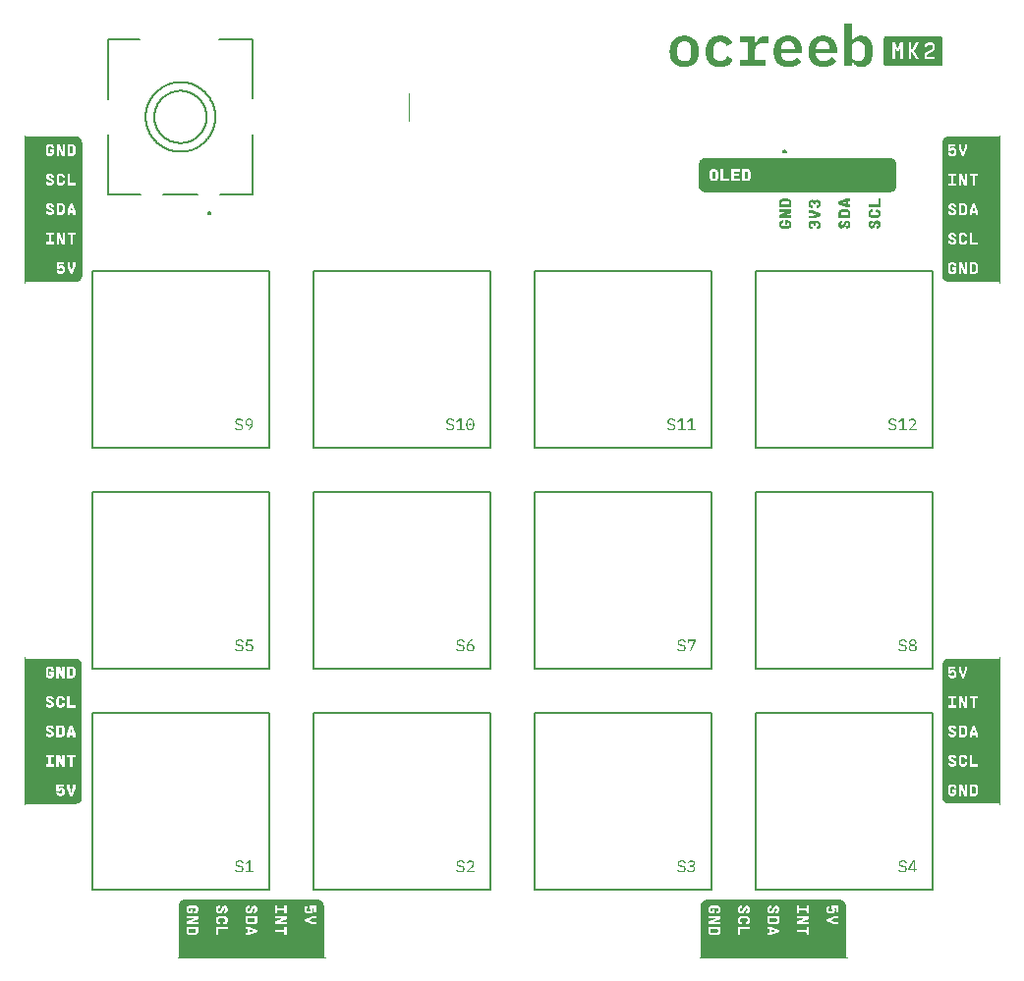
<source format=gbr>
G04 EAGLE Gerber RS-274X export*
G75*
%MOMM*%
%FSLAX34Y34*%
%LPD*%
%INSilkscreen Top*%
%IPPOS*%
%AMOC8*
5,1,8,0,0,1.08239X$1,22.5*%
G01*
G04 Define Apertures*
%ADD10C,0.000000*%
%ADD11C,0.127000*%
%ADD12C,0.200000*%
%ADD13C,0.076200*%
G36*
X330727Y254668D02*
X330727Y244674D01*
X330688Y244087D01*
X330643Y243797D01*
X330501Y243227D01*
X330294Y242677D01*
X330167Y242412D01*
X329866Y241907D01*
X329509Y241440D01*
X329311Y241223D01*
X329101Y241018D01*
X328645Y240647D01*
X328150Y240331D01*
X327889Y240196D01*
X327345Y239973D01*
X326778Y239817D01*
X326489Y239765D01*
X325904Y239713D01*
X165696Y239711D01*
X165110Y239750D01*
X164820Y239795D01*
X164249Y239937D01*
X163972Y240033D01*
X163700Y240145D01*
X163179Y240417D01*
X162693Y240747D01*
X162249Y241132D01*
X161852Y241565D01*
X161507Y242041D01*
X161221Y242554D01*
X161100Y242822D01*
X160908Y243377D01*
X160837Y243663D01*
X160783Y243951D01*
X160727Y244536D01*
X160724Y254531D01*
X160880Y254668D01*
X169993Y254668D01*
X170072Y254454D01*
X170073Y252102D01*
X170090Y251809D01*
X170137Y251518D01*
X170212Y251235D01*
X170316Y250960D01*
X170447Y250697D01*
X170603Y250447D01*
X170782Y250215D01*
X170984Y250001D01*
X171205Y249807D01*
X171443Y249636D01*
X171698Y249489D01*
X171966Y249368D01*
X172244Y249274D01*
X172531Y249209D01*
X172822Y249173D01*
X173116Y249165D01*
X174292Y249166D01*
X174585Y249185D01*
X174875Y249234D01*
X175158Y249311D01*
X175433Y249416D01*
X175695Y249548D01*
X175944Y249705D01*
X176175Y249886D01*
X176388Y250089D01*
X176579Y250312D01*
X176748Y250552D01*
X176891Y250809D01*
X177009Y251078D01*
X177098Y251358D01*
X177160Y251645D01*
X177193Y251937D01*
X177199Y252231D01*
X177199Y254583D01*
X177407Y254668D01*
X179171Y254668D01*
X179421Y254625D01*
X179421Y249333D01*
X179547Y249165D01*
X186308Y249165D01*
X186512Y249255D01*
X186512Y251018D01*
X186410Y251211D01*
X181707Y251211D01*
X181502Y251300D01*
X181502Y254534D01*
X181662Y254668D01*
X188717Y254668D01*
X188734Y254392D01*
X188734Y249394D01*
X188799Y249165D01*
X195854Y249165D01*
X195855Y251211D01*
X190858Y251211D01*
X190816Y251463D01*
X190816Y253520D01*
X191091Y253539D01*
X195206Y253539D01*
X195261Y253779D01*
X195261Y254660D01*
X197899Y254668D01*
X198083Y254559D01*
X198083Y249267D01*
X198274Y249165D01*
X202096Y249165D01*
X202390Y249169D01*
X202682Y249198D01*
X202970Y249257D01*
X203250Y249345D01*
X203520Y249461D01*
X203777Y249604D01*
X204018Y249772D01*
X204241Y249963D01*
X204445Y250175D01*
X204626Y250406D01*
X204784Y250654D01*
X204917Y250916D01*
X205023Y251190D01*
X205101Y251473D01*
X205151Y251763D01*
X205173Y252056D01*
X205174Y254407D01*
X205207Y254668D01*
X330727Y254668D01*
G37*
G36*
X330727Y263946D02*
X330727Y254834D01*
X330599Y254668D01*
X205377Y254668D01*
X205174Y254760D01*
X205174Y256523D01*
X205161Y256817D01*
X205119Y257108D01*
X205049Y257393D01*
X204951Y257670D01*
X204826Y257936D01*
X204676Y258188D01*
X204501Y258425D01*
X204304Y258643D01*
X204086Y258840D01*
X203850Y259015D01*
X203598Y259166D01*
X203332Y259290D01*
X203054Y259386D01*
X202768Y259454D01*
X202477Y259492D01*
X202183Y259501D01*
X198362Y259501D01*
X198083Y259486D01*
X198083Y254783D01*
X197904Y254668D01*
X195261Y254671D01*
X195261Y255552D01*
X195035Y255621D01*
X190920Y255621D01*
X190816Y255811D01*
X190816Y257280D01*
X190935Y257455D01*
X195638Y257455D01*
X195860Y257527D01*
X195860Y259290D01*
X195777Y259501D01*
X189017Y259501D01*
X188734Y259490D01*
X188734Y254786D01*
X188558Y254668D01*
X181504Y254668D01*
X181502Y259370D01*
X181340Y259501D01*
X179576Y259501D01*
X179421Y259362D01*
X179412Y254668D01*
X177354Y254668D01*
X177199Y254807D01*
X177198Y256570D01*
X177181Y256864D01*
X177135Y257154D01*
X177061Y257438D01*
X176958Y257713D01*
X176829Y257977D01*
X176673Y258227D01*
X176494Y258459D01*
X176293Y258673D01*
X176071Y258866D01*
X175832Y259036D01*
X175576Y259182D01*
X175308Y259302D01*
X175029Y259394D01*
X174742Y259458D01*
X174451Y259494D01*
X174157Y259501D01*
X172981Y259501D01*
X172688Y259481D01*
X172398Y259431D01*
X172115Y259352D01*
X171841Y259246D01*
X171579Y259113D01*
X171332Y258955D01*
X171101Y258773D01*
X170889Y258570D01*
X170697Y258347D01*
X170528Y258106D01*
X170384Y257851D01*
X170265Y257582D01*
X170174Y257302D01*
X170112Y257015D01*
X170078Y256723D01*
X170072Y256430D01*
X170070Y254668D01*
X160958Y254668D01*
X160724Y254728D01*
X160727Y264135D01*
X160784Y264720D01*
X160839Y265008D01*
X160999Y265574D01*
X161226Y266116D01*
X161363Y266376D01*
X161682Y266869D01*
X162057Y267321D01*
X162264Y267530D01*
X162712Y267910D01*
X163201Y268236D01*
X163459Y268377D01*
X163997Y268612D01*
X164276Y268705D01*
X164847Y268842D01*
X165431Y268911D01*
X325927Y268917D01*
X326512Y268863D01*
X326801Y268810D01*
X327367Y268654D01*
X327643Y268550D01*
X327911Y268431D01*
X328425Y268145D01*
X328901Y267801D01*
X329333Y267403D01*
X329716Y266957D01*
X329887Y266718D01*
X330043Y266469D01*
X330311Y265946D01*
X330514Y265395D01*
X330591Y265111D01*
X330693Y264533D01*
X330727Y263946D01*
G37*
G36*
X-370857Y-250570D02*
X-370857Y-275867D01*
X-371048Y-275970D01*
X-376931Y-275970D01*
X-377200Y-275952D01*
X-376587Y-274297D01*
X-376501Y-274018D01*
X-376501Y-271077D01*
X-376538Y-270819D01*
X-378303Y-270819D01*
X-378547Y-270869D01*
X-378547Y-273517D01*
X-378592Y-273803D01*
X-379279Y-275744D01*
X-379413Y-275970D01*
X-380590Y-275970D01*
X-380717Y-275730D01*
X-381430Y-273799D01*
X-381475Y-273512D01*
X-381475Y-270865D01*
X-381724Y-270819D01*
X-383489Y-270819D01*
X-383521Y-271081D01*
X-383521Y-274022D01*
X-383434Y-274301D01*
X-382821Y-275956D01*
X-383095Y-275970D01*
X-385742Y-275970D01*
X-385874Y-275756D01*
X-385977Y-275480D01*
X-386106Y-275216D01*
X-386259Y-274965D01*
X-386435Y-274730D01*
X-386634Y-274513D01*
X-386853Y-274317D01*
X-387091Y-274144D01*
X-387345Y-273996D01*
X-387613Y-273875D01*
X-387892Y-273782D01*
X-388179Y-273718D01*
X-388471Y-273684D01*
X-389647Y-273677D01*
X-390629Y-274323D01*
X-390718Y-274196D01*
X-390718Y-273019D01*
X-390577Y-272865D01*
X-387047Y-272865D01*
X-386767Y-272852D01*
X-386767Y-271087D01*
X-386793Y-270819D01*
X-392676Y-270819D01*
X-392764Y-271026D01*
X-392764Y-275732D01*
X-392821Y-275970D01*
X-420177Y-275970D01*
X-420210Y-275708D01*
X-420210Y-250705D01*
X-420051Y-250570D01*
X-399754Y-250570D01*
X-399502Y-250612D01*
X-399502Y-253553D01*
X-399746Y-253604D01*
X-401805Y-253604D01*
X-402007Y-253696D01*
X-402007Y-255461D01*
X-401902Y-255650D01*
X-395136Y-255650D01*
X-394951Y-255540D01*
X-394951Y-253775D01*
X-395074Y-253604D01*
X-397427Y-253604D01*
X-397456Y-253339D01*
X-397456Y-250691D01*
X-397283Y-250570D01*
X-392871Y-250570D01*
X-392764Y-250757D01*
X-392764Y-255464D01*
X-392656Y-255650D01*
X-390891Y-255650D01*
X-390718Y-255529D01*
X-390718Y-250822D01*
X-390676Y-250570D01*
X-390382Y-250570D01*
X-390242Y-250795D01*
X-388430Y-255456D01*
X-388268Y-255650D01*
X-385915Y-255650D01*
X-385744Y-255527D01*
X-385744Y-250820D01*
X-385700Y-250570D01*
X-381288Y-250570D01*
X-381017Y-250593D01*
X-381017Y-255594D01*
X-380779Y-255650D01*
X-379014Y-255650D01*
X-378970Y-255399D01*
X-378970Y-250692D01*
X-378799Y-250570D01*
X-370857Y-250570D01*
G37*
G36*
X-370701Y199635D02*
X-370701Y174337D01*
X-370893Y174235D01*
X-376776Y174235D01*
X-377044Y174253D01*
X-376431Y175908D01*
X-376345Y176187D01*
X-376345Y179128D01*
X-376382Y179385D01*
X-378147Y179385D01*
X-378392Y179336D01*
X-378392Y176688D01*
X-378436Y176402D01*
X-379123Y174461D01*
X-379258Y174235D01*
X-380434Y174235D01*
X-380561Y174475D01*
X-381275Y176406D01*
X-381320Y176692D01*
X-381320Y179340D01*
X-381568Y179385D01*
X-383333Y179385D01*
X-383366Y179124D01*
X-383366Y176182D01*
X-383278Y175904D01*
X-382665Y174249D01*
X-382939Y174235D01*
X-385587Y174235D01*
X-385719Y174449D01*
X-385822Y174724D01*
X-385950Y174989D01*
X-386103Y175240D01*
X-386280Y175475D01*
X-386479Y175692D01*
X-386698Y175888D01*
X-386936Y176061D01*
X-387190Y176209D01*
X-387458Y176330D01*
X-387736Y176423D01*
X-388023Y176487D01*
X-388315Y176521D01*
X-389492Y176528D01*
X-390473Y175882D01*
X-390562Y176009D01*
X-390562Y177186D01*
X-390422Y177339D01*
X-386892Y177339D01*
X-386611Y177353D01*
X-386611Y179118D01*
X-386638Y179385D01*
X-392521Y179385D01*
X-392608Y179179D01*
X-392608Y174472D01*
X-392665Y174235D01*
X-420022Y174235D01*
X-420055Y174496D01*
X-420055Y199500D01*
X-419896Y199635D01*
X-399599Y199635D01*
X-399347Y199593D01*
X-399347Y196651D01*
X-399590Y196601D01*
X-401649Y196601D01*
X-401851Y196509D01*
X-401851Y194744D01*
X-401746Y194555D01*
X-394980Y194555D01*
X-394796Y194664D01*
X-394796Y196429D01*
X-394918Y196601D01*
X-397271Y196601D01*
X-397300Y196866D01*
X-397300Y199514D01*
X-397128Y199635D01*
X-392715Y199635D01*
X-392608Y199447D01*
X-392608Y194741D01*
X-392500Y194555D01*
X-390735Y194555D01*
X-390562Y194676D01*
X-390562Y199383D01*
X-390521Y199635D01*
X-390226Y199635D01*
X-390087Y199409D01*
X-388274Y194749D01*
X-388112Y194555D01*
X-385759Y194555D01*
X-385588Y194678D01*
X-385588Y199385D01*
X-385544Y199635D01*
X-381132Y199635D01*
X-380861Y199612D01*
X-380861Y194611D01*
X-380623Y194555D01*
X-378858Y194555D01*
X-378815Y194806D01*
X-378815Y199512D01*
X-378643Y199635D01*
X-370701Y199635D01*
G37*
G36*
X275635Y-419922D02*
X250362Y-419922D01*
X250305Y-419685D01*
X250305Y-398527D01*
X250545Y-398473D01*
X253190Y-398473D01*
X253304Y-398653D01*
X253304Y-400710D01*
X253366Y-400942D01*
X255129Y-400942D01*
X255350Y-400870D01*
X255350Y-394111D01*
X255245Y-393922D01*
X253482Y-393922D01*
X253304Y-394038D01*
X253304Y-396389D01*
X253048Y-396427D01*
X250403Y-396427D01*
X250305Y-396231D01*
X250305Y-391823D01*
X250476Y-391700D01*
X255178Y-391700D01*
X255350Y-391578D01*
X255350Y-389815D01*
X255217Y-389654D01*
X250516Y-389654D01*
X250305Y-389570D01*
X250305Y-389276D01*
X255233Y-387370D01*
X255350Y-387157D01*
X255350Y-384806D01*
X255183Y-384679D01*
X250481Y-384679D01*
X250305Y-384562D01*
X250305Y-380154D01*
X250433Y-379988D01*
X253078Y-379988D01*
X253304Y-380055D01*
X253304Y-382406D01*
X253512Y-382492D01*
X255275Y-382492D01*
X255350Y-382273D01*
X255350Y-375515D01*
X255134Y-375437D01*
X253371Y-375437D01*
X253304Y-375664D01*
X253304Y-377721D01*
X253231Y-377941D01*
X250586Y-377941D01*
X250305Y-377928D01*
X250305Y-370582D01*
X250480Y-370463D01*
X275459Y-370463D01*
X275635Y-370580D01*
X275635Y-375282D01*
X275495Y-375437D01*
X274908Y-375437D01*
X274718Y-375540D01*
X274718Y-377303D01*
X274762Y-377584D01*
X275592Y-378796D01*
X275635Y-379077D01*
X275635Y-379958D01*
X275520Y-380213D01*
X275277Y-380377D01*
X274993Y-380446D01*
X273524Y-380446D01*
X273231Y-380428D01*
X272960Y-380319D01*
X272745Y-380121D01*
X272611Y-379861D01*
X272566Y-379572D01*
X272566Y-378397D01*
X272607Y-378107D01*
X272746Y-377850D01*
X272962Y-377652D01*
X273231Y-377538D01*
X273524Y-377518D01*
X273589Y-377289D01*
X273589Y-375526D01*
X273384Y-375437D01*
X273091Y-375455D01*
X272802Y-375504D01*
X272518Y-375582D01*
X272245Y-375689D01*
X271983Y-375822D01*
X271736Y-375981D01*
X271505Y-376163D01*
X271294Y-376367D01*
X271102Y-376589D01*
X270934Y-376830D01*
X270789Y-377086D01*
X270671Y-377355D01*
X270581Y-377634D01*
X270519Y-377921D01*
X270488Y-378214D01*
X270484Y-378507D01*
X270487Y-379683D01*
X270513Y-379975D01*
X270568Y-380264D01*
X270651Y-380545D01*
X270763Y-380817D01*
X270902Y-381076D01*
X271065Y-381320D01*
X271253Y-381546D01*
X271462Y-381752D01*
X271691Y-381936D01*
X271937Y-382097D01*
X272198Y-382231D01*
X272471Y-382339D01*
X272754Y-382419D01*
X273044Y-382469D01*
X273336Y-382491D01*
X275100Y-382489D01*
X275635Y-382428D01*
X275635Y-385072D01*
X275619Y-385355D01*
X270658Y-387190D01*
X270484Y-387363D01*
X270486Y-389125D01*
X275447Y-390960D01*
X275635Y-391123D01*
X275635Y-419922D01*
G37*
G36*
X420015Y275764D02*
X420015Y250492D01*
X419778Y250435D01*
X398620Y250435D01*
X398566Y250675D01*
X398566Y253320D01*
X398746Y253434D01*
X400803Y253434D01*
X401036Y253495D01*
X401036Y255258D01*
X400963Y255480D01*
X394204Y255480D01*
X394015Y255375D01*
X394015Y253611D01*
X394131Y253434D01*
X396482Y253434D01*
X396520Y253177D01*
X396520Y250533D01*
X396324Y250435D01*
X391916Y250435D01*
X391793Y250606D01*
X391793Y255307D01*
X391671Y255480D01*
X389908Y255480D01*
X389747Y255347D01*
X389747Y250645D01*
X389663Y250435D01*
X389369Y250435D01*
X387464Y255362D01*
X387251Y255480D01*
X384900Y255480D01*
X384773Y255313D01*
X384773Y250611D01*
X384655Y250435D01*
X380247Y250435D01*
X380081Y250563D01*
X380081Y253207D01*
X380148Y253434D01*
X382499Y253434D01*
X382585Y253641D01*
X382585Y255405D01*
X382367Y255480D01*
X375608Y255480D01*
X375530Y255264D01*
X375530Y253500D01*
X375757Y253434D01*
X377814Y253434D01*
X378035Y253360D01*
X378035Y250716D01*
X378021Y250435D01*
X370675Y250435D01*
X370556Y250610D01*
X370556Y275588D01*
X370673Y275764D01*
X375375Y275764D01*
X375530Y275625D01*
X375530Y275037D01*
X375634Y274847D01*
X377397Y274847D01*
X377677Y274892D01*
X378889Y275722D01*
X379170Y275764D01*
X380052Y275764D01*
X380307Y275649D01*
X380470Y275407D01*
X380539Y275123D01*
X380539Y273654D01*
X380521Y273361D01*
X380412Y273090D01*
X380214Y272875D01*
X379954Y272741D01*
X379665Y272695D01*
X378490Y272695D01*
X378200Y272737D01*
X377943Y272876D01*
X377746Y273091D01*
X377632Y273361D01*
X377611Y273653D01*
X377383Y273718D01*
X375619Y273718D01*
X375530Y273514D01*
X375548Y273221D01*
X375597Y272931D01*
X375675Y272648D01*
X375782Y272374D01*
X375916Y272113D01*
X376074Y271865D01*
X376256Y271635D01*
X376460Y271423D01*
X376683Y271232D01*
X376923Y271063D01*
X377179Y270919D01*
X377448Y270801D01*
X377727Y270710D01*
X378015Y270649D01*
X378307Y270618D01*
X378601Y270614D01*
X379776Y270616D01*
X380069Y270642D01*
X380357Y270697D01*
X380639Y270781D01*
X380910Y270893D01*
X381169Y271031D01*
X381413Y271195D01*
X381639Y271382D01*
X381845Y271592D01*
X382030Y271820D01*
X382190Y272067D01*
X382325Y272328D01*
X382432Y272601D01*
X382512Y272884D01*
X382563Y273173D01*
X382584Y273466D01*
X382582Y275229D01*
X382521Y275764D01*
X385166Y275764D01*
X385449Y275749D01*
X387284Y270788D01*
X387456Y270614D01*
X389218Y270616D01*
X391053Y275577D01*
X391216Y275764D01*
X420015Y275764D01*
G37*
G36*
X420015Y-174326D02*
X420015Y-199599D01*
X419778Y-199656D01*
X398620Y-199656D01*
X398566Y-199416D01*
X398566Y-196771D01*
X398746Y-196657D01*
X400803Y-196657D01*
X401036Y-196596D01*
X401036Y-194832D01*
X400963Y-194611D01*
X394204Y-194611D01*
X394015Y-194716D01*
X394015Y-196479D01*
X394131Y-196657D01*
X396482Y-196657D01*
X396520Y-196913D01*
X396520Y-199558D01*
X396324Y-199656D01*
X391916Y-199656D01*
X391793Y-199485D01*
X391793Y-194783D01*
X391671Y-194611D01*
X389908Y-194611D01*
X389747Y-194744D01*
X389747Y-199446D01*
X389663Y-199656D01*
X389369Y-199656D01*
X387464Y-194729D01*
X387251Y-194611D01*
X384900Y-194611D01*
X384773Y-194778D01*
X384773Y-199480D01*
X384655Y-199656D01*
X380247Y-199656D01*
X380081Y-199528D01*
X380081Y-196883D01*
X380148Y-196657D01*
X382499Y-196657D01*
X382585Y-196449D01*
X382585Y-194686D01*
X382367Y-194611D01*
X375608Y-194611D01*
X375530Y-194827D01*
X375530Y-196590D01*
X375757Y-196657D01*
X377814Y-196657D01*
X378035Y-196730D01*
X378035Y-199375D01*
X378021Y-199656D01*
X370675Y-199656D01*
X370556Y-199481D01*
X370556Y-174503D01*
X370673Y-174326D01*
X375375Y-174326D01*
X375530Y-174466D01*
X375530Y-175053D01*
X375634Y-175244D01*
X377397Y-175244D01*
X377677Y-175199D01*
X378889Y-174369D01*
X379170Y-174326D01*
X380052Y-174326D01*
X380307Y-174442D01*
X380470Y-174684D01*
X380539Y-174968D01*
X380539Y-176437D01*
X380521Y-176730D01*
X380412Y-177001D01*
X380214Y-177216D01*
X379954Y-177350D01*
X379665Y-177396D01*
X378490Y-177396D01*
X378200Y-177354D01*
X377943Y-177215D01*
X377746Y-176999D01*
X377632Y-176730D01*
X377611Y-176438D01*
X377383Y-176373D01*
X375619Y-176373D01*
X375530Y-176577D01*
X375548Y-176870D01*
X375597Y-177160D01*
X375675Y-177443D01*
X375782Y-177717D01*
X375916Y-177978D01*
X376074Y-178225D01*
X376256Y-178456D01*
X376460Y-178668D01*
X376683Y-178859D01*
X376923Y-179028D01*
X377179Y-179172D01*
X377448Y-179290D01*
X377727Y-179381D01*
X378015Y-179442D01*
X378307Y-179473D01*
X378601Y-179477D01*
X379776Y-179475D01*
X380069Y-179449D01*
X380357Y-179394D01*
X380639Y-179310D01*
X380910Y-179198D01*
X381169Y-179060D01*
X381413Y-178896D01*
X381639Y-178708D01*
X381845Y-178499D01*
X382030Y-178270D01*
X382190Y-178024D01*
X382325Y-177763D01*
X382432Y-177490D01*
X382512Y-177207D01*
X382563Y-176918D01*
X382584Y-176625D01*
X382582Y-174862D01*
X382521Y-174326D01*
X385166Y-174326D01*
X385449Y-174342D01*
X387284Y-179303D01*
X387456Y-179477D01*
X389218Y-179475D01*
X391053Y-174514D01*
X391216Y-174326D01*
X420015Y-174326D01*
G37*
G36*
X-174087Y-419922D02*
X-199360Y-419922D01*
X-199417Y-419685D01*
X-199417Y-398527D01*
X-199177Y-398473D01*
X-196532Y-398473D01*
X-196418Y-398653D01*
X-196418Y-400710D01*
X-196357Y-400942D01*
X-194593Y-400942D01*
X-194372Y-400870D01*
X-194372Y-394111D01*
X-194477Y-393922D01*
X-196240Y-393922D01*
X-196418Y-394038D01*
X-196418Y-396389D01*
X-196674Y-396427D01*
X-199319Y-396427D01*
X-199417Y-396231D01*
X-199417Y-391823D01*
X-199246Y-391700D01*
X-194544Y-391700D01*
X-194372Y-391578D01*
X-194372Y-389815D01*
X-194505Y-389654D01*
X-199207Y-389654D01*
X-199417Y-389570D01*
X-199417Y-389276D01*
X-194490Y-387370D01*
X-194372Y-387157D01*
X-194372Y-384806D01*
X-194539Y-384679D01*
X-199241Y-384679D01*
X-199417Y-384562D01*
X-199417Y-380154D01*
X-199289Y-379988D01*
X-196644Y-379988D01*
X-196418Y-380055D01*
X-196418Y-382406D01*
X-196210Y-382492D01*
X-194447Y-382492D01*
X-194372Y-382273D01*
X-194372Y-375515D01*
X-194588Y-375437D01*
X-196351Y-375437D01*
X-196418Y-375664D01*
X-196418Y-377721D01*
X-196491Y-377941D01*
X-199136Y-377941D01*
X-199417Y-377928D01*
X-199417Y-370582D01*
X-199242Y-370463D01*
X-174263Y-370463D01*
X-174087Y-370580D01*
X-174087Y-375282D01*
X-174227Y-375437D01*
X-174814Y-375437D01*
X-175005Y-375540D01*
X-175005Y-377303D01*
X-174960Y-377584D01*
X-174130Y-378796D01*
X-174087Y-379077D01*
X-174087Y-379958D01*
X-174202Y-380213D01*
X-174445Y-380377D01*
X-174729Y-380446D01*
X-176198Y-380446D01*
X-176491Y-380428D01*
X-176762Y-380319D01*
X-176977Y-380121D01*
X-177111Y-379861D01*
X-177156Y-379572D01*
X-177157Y-378397D01*
X-177115Y-378107D01*
X-176976Y-377850D01*
X-176760Y-377652D01*
X-176491Y-377538D01*
X-176199Y-377518D01*
X-176133Y-377289D01*
X-176133Y-375526D01*
X-176338Y-375437D01*
X-176631Y-375455D01*
X-176921Y-375504D01*
X-177204Y-375582D01*
X-177477Y-375689D01*
X-177739Y-375822D01*
X-177986Y-375981D01*
X-178217Y-376163D01*
X-178429Y-376367D01*
X-178620Y-376589D01*
X-178789Y-376830D01*
X-178933Y-377086D01*
X-179051Y-377355D01*
X-179142Y-377634D01*
X-179203Y-377921D01*
X-179234Y-378214D01*
X-179238Y-378507D01*
X-179236Y-379683D01*
X-179210Y-379975D01*
X-179155Y-380264D01*
X-179071Y-380545D01*
X-178959Y-380817D01*
X-178821Y-381076D01*
X-178657Y-381320D01*
X-178469Y-381546D01*
X-178260Y-381752D01*
X-178031Y-381936D01*
X-177785Y-382097D01*
X-177524Y-382231D01*
X-177251Y-382339D01*
X-176968Y-382419D01*
X-176679Y-382469D01*
X-176386Y-382491D01*
X-174623Y-382489D01*
X-174087Y-382428D01*
X-174087Y-385072D01*
X-174103Y-385355D01*
X-179064Y-387190D01*
X-179238Y-387363D01*
X-179236Y-389125D01*
X-174275Y-390960D01*
X-174087Y-391123D01*
X-174087Y-419922D01*
G37*
G36*
X420015Y-199656D02*
X420015Y-224926D01*
X419993Y-225197D01*
X400599Y-225197D01*
X400345Y-225141D01*
X398521Y-220176D01*
X398342Y-220011D01*
X396587Y-220022D01*
X394763Y-224987D01*
X394616Y-225197D01*
X391971Y-225197D01*
X391793Y-225082D01*
X391793Y-223025D01*
X391786Y-222731D01*
X391751Y-222440D01*
X391687Y-222153D01*
X391595Y-221874D01*
X391475Y-221606D01*
X391328Y-221351D01*
X391157Y-221113D01*
X390963Y-220892D01*
X390747Y-220693D01*
X390513Y-220516D01*
X390262Y-220363D01*
X389997Y-220236D01*
X389721Y-220137D01*
X389436Y-220066D01*
X389145Y-220024D01*
X388852Y-220011D01*
X385032Y-220011D01*
X384773Y-220046D01*
X384773Y-225041D01*
X384635Y-225197D01*
X381696Y-225197D01*
X381433Y-225115D01*
X380966Y-224759D01*
X380468Y-224447D01*
X379953Y-224165D01*
X378376Y-223376D01*
X378127Y-223221D01*
X377901Y-223034D01*
X377757Y-222783D01*
X377796Y-222495D01*
X377971Y-222262D01*
X378229Y-222125D01*
X378516Y-222066D01*
X379397Y-222057D01*
X379687Y-222100D01*
X379948Y-222233D01*
X380157Y-222437D01*
X380299Y-222694D01*
X380361Y-222980D01*
X380363Y-223274D01*
X380603Y-223327D01*
X382366Y-223327D01*
X382409Y-223076D01*
X382398Y-222783D01*
X382360Y-222492D01*
X382295Y-222205D01*
X382202Y-221927D01*
X382082Y-221658D01*
X381938Y-221403D01*
X381769Y-221163D01*
X381577Y-220940D01*
X381365Y-220737D01*
X381133Y-220556D01*
X380885Y-220399D01*
X380623Y-220266D01*
X380349Y-220161D01*
X380066Y-220083D01*
X379776Y-220033D01*
X379189Y-220011D01*
X378602Y-220013D01*
X378309Y-220032D01*
X378018Y-220074D01*
X377732Y-220141D01*
X377453Y-220232D01*
X377184Y-220350D01*
X376928Y-220494D01*
X376688Y-220664D01*
X376468Y-220858D01*
X376271Y-221076D01*
X376101Y-221316D01*
X375960Y-221573D01*
X375849Y-221845D01*
X375770Y-222128D01*
X375723Y-222418D01*
X375706Y-222711D01*
X375721Y-223004D01*
X375769Y-223294D01*
X375853Y-223575D01*
X375972Y-223844D01*
X376123Y-224095D01*
X376302Y-224328D01*
X376504Y-224542D01*
X376724Y-224737D01*
X377202Y-225078D01*
X377337Y-225197D01*
X370579Y-225197D01*
X370556Y-224926D01*
X370556Y-199656D01*
X377901Y-199656D01*
X378035Y-199817D01*
X378035Y-202755D01*
X377781Y-202796D01*
X375725Y-202796D01*
X375530Y-202895D01*
X375530Y-204658D01*
X375604Y-204877D01*
X382363Y-204877D01*
X382585Y-204806D01*
X382585Y-203043D01*
X382539Y-202796D01*
X380188Y-202796D01*
X380081Y-202609D01*
X380081Y-199671D01*
X380359Y-199656D01*
X384767Y-199656D01*
X384773Y-204646D01*
X384835Y-204877D01*
X386598Y-204877D01*
X386819Y-204804D01*
X386819Y-199809D01*
X386960Y-199656D01*
X387201Y-199733D01*
X389102Y-204668D01*
X389252Y-204877D01*
X391603Y-204877D01*
X391793Y-204773D01*
X391793Y-199778D01*
X391965Y-199656D01*
X396372Y-199656D01*
X396520Y-199802D01*
X396520Y-204797D01*
X396734Y-204877D01*
X398497Y-204877D01*
X398566Y-204652D01*
X398566Y-199657D01*
X420015Y-199656D01*
G37*
G36*
X-199417Y-419922D02*
X-224687Y-419922D01*
X-224958Y-419899D01*
X-224958Y-400506D01*
X-224902Y-400252D01*
X-219937Y-398428D01*
X-219772Y-398249D01*
X-219783Y-396494D01*
X-224747Y-394670D01*
X-224958Y-394523D01*
X-224958Y-391878D01*
X-224843Y-391700D01*
X-222786Y-391700D01*
X-222492Y-391692D01*
X-222200Y-391658D01*
X-221914Y-391594D01*
X-221635Y-391502D01*
X-221367Y-391382D01*
X-221112Y-391235D01*
X-220874Y-391064D01*
X-220653Y-390870D01*
X-220454Y-390654D01*
X-220277Y-390420D01*
X-220124Y-390169D01*
X-219997Y-389904D01*
X-219898Y-389628D01*
X-219827Y-389343D01*
X-219785Y-389052D01*
X-219772Y-388758D01*
X-219772Y-384939D01*
X-219807Y-384679D01*
X-224802Y-384679D01*
X-224958Y-384542D01*
X-224958Y-381603D01*
X-224876Y-381340D01*
X-224520Y-380873D01*
X-224208Y-380375D01*
X-223926Y-379859D01*
X-223137Y-378283D01*
X-222982Y-378034D01*
X-222795Y-377808D01*
X-222543Y-377664D01*
X-222255Y-377703D01*
X-222023Y-377878D01*
X-221886Y-378136D01*
X-221827Y-378423D01*
X-221818Y-379304D01*
X-221861Y-379594D01*
X-221994Y-379855D01*
X-222198Y-380064D01*
X-222455Y-380206D01*
X-222741Y-380268D01*
X-223034Y-380270D01*
X-223088Y-380510D01*
X-223088Y-382273D01*
X-222837Y-382316D01*
X-222544Y-382305D01*
X-222253Y-382267D01*
X-221966Y-382201D01*
X-221688Y-382109D01*
X-221419Y-381989D01*
X-221164Y-381844D01*
X-220923Y-381675D01*
X-220701Y-381484D01*
X-220498Y-381271D01*
X-220317Y-381040D01*
X-220160Y-380792D01*
X-220027Y-380530D01*
X-219922Y-380256D01*
X-219844Y-379973D01*
X-219794Y-379683D01*
X-219772Y-379096D01*
X-219773Y-378509D01*
X-219792Y-378215D01*
X-219835Y-377925D01*
X-219901Y-377639D01*
X-219993Y-377360D01*
X-220111Y-377091D01*
X-220255Y-376835D01*
X-220425Y-376595D01*
X-220619Y-376375D01*
X-220837Y-376178D01*
X-221076Y-376008D01*
X-221334Y-375866D01*
X-221606Y-375756D01*
X-221889Y-375677D01*
X-222179Y-375630D01*
X-222472Y-375613D01*
X-222765Y-375627D01*
X-223055Y-375676D01*
X-223336Y-375760D01*
X-223605Y-375879D01*
X-223856Y-376030D01*
X-224089Y-376209D01*
X-224303Y-376411D01*
X-224498Y-376630D01*
X-224839Y-377108D01*
X-224958Y-377244D01*
X-224958Y-370485D01*
X-224687Y-370463D01*
X-199417Y-370463D01*
X-199417Y-377808D01*
X-199577Y-377941D01*
X-202516Y-377941D01*
X-202557Y-377688D01*
X-202557Y-375631D01*
X-202656Y-375437D01*
X-204419Y-375437D01*
X-204638Y-375511D01*
X-204638Y-382269D01*
X-204567Y-382492D01*
X-202804Y-382492D01*
X-202557Y-382446D01*
X-202557Y-380095D01*
X-202370Y-379988D01*
X-199432Y-379988D01*
X-199417Y-380266D01*
X-199417Y-384674D01*
X-204406Y-384679D01*
X-204638Y-384742D01*
X-204638Y-386505D01*
X-204565Y-386726D01*
X-199570Y-386726D01*
X-199417Y-386867D01*
X-199493Y-387108D01*
X-204429Y-389009D01*
X-204638Y-389159D01*
X-204638Y-391510D01*
X-204534Y-391700D01*
X-199539Y-391700D01*
X-199417Y-391872D01*
X-199417Y-396279D01*
X-199563Y-396427D01*
X-204558Y-396427D01*
X-204638Y-396641D01*
X-204638Y-398404D01*
X-204413Y-398473D01*
X-199418Y-398473D01*
X-199417Y-419922D01*
G37*
G36*
X420015Y250435D02*
X420015Y225165D01*
X419993Y224894D01*
X400599Y224894D01*
X400345Y224950D01*
X398521Y229915D01*
X398342Y230080D01*
X396587Y230069D01*
X394763Y225104D01*
X394616Y224894D01*
X391971Y224894D01*
X391793Y225009D01*
X391793Y227066D01*
X391786Y227360D01*
X391751Y227651D01*
X391687Y227938D01*
X391595Y228217D01*
X391475Y228485D01*
X391328Y228739D01*
X391157Y228978D01*
X390963Y229198D01*
X390747Y229398D01*
X390513Y229575D01*
X390262Y229728D01*
X389997Y229854D01*
X389721Y229954D01*
X389436Y230025D01*
X389145Y230067D01*
X388852Y230080D01*
X385032Y230080D01*
X384773Y230045D01*
X384773Y225050D01*
X384635Y224894D01*
X381696Y224894D01*
X381433Y224976D01*
X380966Y225331D01*
X380468Y225644D01*
X379953Y225926D01*
X378376Y226715D01*
X378127Y226870D01*
X377901Y227057D01*
X377757Y227308D01*
X377796Y227596D01*
X377971Y227829D01*
X378229Y227965D01*
X378516Y228024D01*
X379397Y228034D01*
X379687Y227990D01*
X379948Y227858D01*
X380157Y227653D01*
X380299Y227397D01*
X380361Y227111D01*
X380363Y226817D01*
X380603Y226764D01*
X382366Y226764D01*
X382409Y227014D01*
X382398Y227308D01*
X382360Y227599D01*
X382295Y227885D01*
X382202Y228164D01*
X382082Y228433D01*
X381938Y228688D01*
X381769Y228928D01*
X381577Y229151D01*
X381365Y229354D01*
X381133Y229535D01*
X380885Y229692D01*
X380623Y229824D01*
X380349Y229930D01*
X380066Y230008D01*
X379776Y230058D01*
X379189Y230080D01*
X378602Y230078D01*
X378309Y230059D01*
X378018Y230017D01*
X377732Y229950D01*
X377453Y229858D01*
X377184Y229741D01*
X376928Y229597D01*
X376688Y229427D01*
X376468Y229232D01*
X376271Y229014D01*
X376101Y228775D01*
X375960Y228518D01*
X375849Y228246D01*
X375770Y227963D01*
X375723Y227673D01*
X375706Y227380D01*
X375721Y227086D01*
X375769Y226797D01*
X375853Y226515D01*
X375972Y226247D01*
X376123Y225995D01*
X376302Y225763D01*
X376504Y225549D01*
X376724Y225354D01*
X377202Y225013D01*
X377337Y224894D01*
X370579Y224894D01*
X370556Y225165D01*
X370556Y250435D01*
X377901Y250435D01*
X378035Y250274D01*
X378035Y247336D01*
X377781Y247295D01*
X375725Y247295D01*
X375530Y247196D01*
X375530Y245433D01*
X375604Y245214D01*
X382363Y245214D01*
X382585Y245285D01*
X382585Y247048D01*
X382539Y247295D01*
X380188Y247295D01*
X380081Y247481D01*
X380081Y250420D01*
X380359Y250435D01*
X384767Y250435D01*
X384773Y245445D01*
X384835Y245214D01*
X386598Y245214D01*
X386819Y245287D01*
X386819Y250282D01*
X386960Y250435D01*
X387201Y250358D01*
X389102Y245423D01*
X389252Y245214D01*
X391603Y245214D01*
X391793Y245318D01*
X391793Y250313D01*
X391965Y250435D01*
X396372Y250435D01*
X396520Y250289D01*
X396520Y245294D01*
X396734Y245214D01*
X398497Y245214D01*
X398566Y245439D01*
X398566Y250434D01*
X420015Y250435D01*
G37*
G36*
X250305Y-419922D02*
X225036Y-419922D01*
X224764Y-419899D01*
X224764Y-400506D01*
X224821Y-400252D01*
X229785Y-398428D01*
X229950Y-398249D01*
X229939Y-396494D01*
X224975Y-394670D01*
X224764Y-394523D01*
X224764Y-391878D01*
X224880Y-391700D01*
X226936Y-391700D01*
X227230Y-391692D01*
X227522Y-391658D01*
X227808Y-391594D01*
X228087Y-391502D01*
X228355Y-391382D01*
X228610Y-391235D01*
X228849Y-391064D01*
X229069Y-390870D01*
X229269Y-390654D01*
X229446Y-390420D01*
X229598Y-390169D01*
X229725Y-389904D01*
X229824Y-389628D01*
X229895Y-389343D01*
X229937Y-389052D01*
X229950Y-388758D01*
X229950Y-384939D01*
X229915Y-384679D01*
X224920Y-384679D01*
X224764Y-384542D01*
X224764Y-381603D01*
X224846Y-381340D01*
X225202Y-380873D01*
X225515Y-380375D01*
X225796Y-379859D01*
X226585Y-378283D01*
X226740Y-378034D01*
X226927Y-377808D01*
X227179Y-377664D01*
X227467Y-377703D01*
X227699Y-377878D01*
X227836Y-378136D01*
X227895Y-378423D01*
X227904Y-379304D01*
X227861Y-379594D01*
X227729Y-379855D01*
X227524Y-380064D01*
X227268Y-380206D01*
X226981Y-380268D01*
X226688Y-380270D01*
X226634Y-380510D01*
X226634Y-382273D01*
X226885Y-382316D01*
X227178Y-382305D01*
X227470Y-382267D01*
X227756Y-382201D01*
X228035Y-382109D01*
X228303Y-381989D01*
X228559Y-381844D01*
X228799Y-381675D01*
X229021Y-381484D01*
X229224Y-381271D01*
X229405Y-381040D01*
X229563Y-380792D01*
X229695Y-380530D01*
X229800Y-380256D01*
X229878Y-379973D01*
X229928Y-379683D01*
X229950Y-379096D01*
X229949Y-378509D01*
X229930Y-378215D01*
X229887Y-377925D01*
X229821Y-377639D01*
X229729Y-377360D01*
X229611Y-377091D01*
X229467Y-376835D01*
X229298Y-376595D01*
X229103Y-376375D01*
X228885Y-376178D01*
X228646Y-376008D01*
X228388Y-375866D01*
X228116Y-375756D01*
X227833Y-375677D01*
X227544Y-375630D01*
X227250Y-375613D01*
X226957Y-375627D01*
X226667Y-375676D01*
X226386Y-375760D01*
X226118Y-375879D01*
X225866Y-376030D01*
X225633Y-376209D01*
X225420Y-376411D01*
X225225Y-376630D01*
X224883Y-377108D01*
X224764Y-377244D01*
X224764Y-370485D01*
X225035Y-370463D01*
X250305Y-370463D01*
X250305Y-377808D01*
X250145Y-377941D01*
X247206Y-377941D01*
X247166Y-377688D01*
X247166Y-375631D01*
X247067Y-375437D01*
X245304Y-375437D01*
X245084Y-375511D01*
X245084Y-382269D01*
X245155Y-382492D01*
X246918Y-382492D01*
X247166Y-382446D01*
X247166Y-380095D01*
X247352Y-379988D01*
X250290Y-379988D01*
X250305Y-380266D01*
X250305Y-384674D01*
X245316Y-384679D01*
X245084Y-384742D01*
X245084Y-386505D01*
X245157Y-386726D01*
X250153Y-386726D01*
X250305Y-386867D01*
X250229Y-387108D01*
X245293Y-389009D01*
X245084Y-389159D01*
X245084Y-391510D01*
X245188Y-391700D01*
X250183Y-391700D01*
X250305Y-391872D01*
X250305Y-396279D01*
X250159Y-396427D01*
X245164Y-396427D01*
X245084Y-396641D01*
X245084Y-398404D01*
X245309Y-398473D01*
X250304Y-398473D01*
X250305Y-419922D01*
G37*
G36*
X-370701Y250470D02*
X-370701Y225185D01*
X-370880Y225070D01*
X-377052Y225074D01*
X-378869Y230044D01*
X-379064Y230185D01*
X-380534Y230185D01*
X-380803Y230150D01*
X-382620Y225179D01*
X-382838Y225070D01*
X-385484Y225070D01*
X-385588Y225260D01*
X-385589Y227319D01*
X-385609Y227612D01*
X-385659Y227901D01*
X-385737Y228185D01*
X-385843Y228459D01*
X-385977Y228720D01*
X-386136Y228968D01*
X-386319Y229197D01*
X-386524Y229408D01*
X-386750Y229596D01*
X-386993Y229761D01*
X-387251Y229901D01*
X-387523Y230014D01*
X-387804Y230099D01*
X-388093Y230155D01*
X-388385Y230183D01*
X-388679Y230185D01*
X-392501Y230185D01*
X-392608Y229999D01*
X-392608Y225294D01*
X-392678Y225070D01*
X-395912Y225070D01*
X-396379Y225424D01*
X-396875Y225740D01*
X-397390Y226022D01*
X-398972Y226803D01*
X-399224Y226954D01*
X-399455Y227135D01*
X-399616Y227377D01*
X-399602Y227668D01*
X-399449Y227915D01*
X-399197Y228063D01*
X-398911Y228127D01*
X-398029Y228139D01*
X-397738Y228111D01*
X-397468Y227998D01*
X-397246Y227807D01*
X-397092Y227558D01*
X-397022Y227273D01*
X-397018Y226979D01*
X-396834Y226869D01*
X-395070Y226869D01*
X-394937Y227030D01*
X-394940Y227324D01*
X-394968Y227617D01*
X-395025Y227905D01*
X-395111Y228186D01*
X-395224Y228457D01*
X-395364Y228716D01*
X-395528Y228960D01*
X-395715Y229186D01*
X-395923Y229394D01*
X-396150Y229581D01*
X-396394Y229745D01*
X-396652Y229885D01*
X-396923Y229999D01*
X-397203Y230087D01*
X-397491Y230148D01*
X-397783Y230180D01*
X-398077Y230185D01*
X-398959Y230175D01*
X-399251Y230142D01*
X-399539Y230085D01*
X-399821Y230003D01*
X-400095Y229895D01*
X-400356Y229761D01*
X-400603Y229601D01*
X-400831Y229416D01*
X-401037Y229207D01*
X-401218Y228975D01*
X-401371Y228724D01*
X-401494Y228457D01*
X-401585Y228178D01*
X-401644Y227890D01*
X-401672Y227597D01*
X-401670Y227303D01*
X-401636Y227012D01*
X-401566Y226726D01*
X-401461Y226452D01*
X-401322Y226193D01*
X-401152Y225953D01*
X-400957Y225734D01*
X-400742Y225533D01*
X-400269Y225184D01*
X-400167Y225070D01*
X-419866Y225070D01*
X-420055Y225176D01*
X-420055Y250461D01*
X-400073Y250462D01*
X-399294Y250049D01*
X-397964Y249422D01*
X-397457Y249126D01*
X-397224Y248947D01*
X-397024Y248732D01*
X-396885Y248474D01*
X-396842Y248185D01*
X-396908Y247900D01*
X-397079Y247663D01*
X-397323Y247502D01*
X-397604Y247419D01*
X-397897Y247401D01*
X-398779Y247401D01*
X-399070Y247434D01*
X-399338Y247554D01*
X-399556Y247749D01*
X-399704Y248002D01*
X-399768Y248288D01*
X-399770Y248582D01*
X-399833Y248812D01*
X-401597Y248812D01*
X-401851Y248772D01*
X-401846Y248184D01*
X-401815Y247892D01*
X-401755Y247604D01*
X-401666Y247324D01*
X-401550Y247054D01*
X-401407Y246797D01*
X-401241Y246555D01*
X-401051Y246330D01*
X-400841Y246125D01*
X-400612Y245941D01*
X-400367Y245779D01*
X-400107Y245642D01*
X-399835Y245530D01*
X-399553Y245445D01*
X-399265Y245388D01*
X-398973Y245359D01*
X-398091Y245355D01*
X-397503Y245370D01*
X-397212Y245411D01*
X-396926Y245478D01*
X-396647Y245571D01*
X-396378Y245690D01*
X-396122Y245833D01*
X-395881Y246002D01*
X-395658Y246193D01*
X-395456Y246407D01*
X-395278Y246640D01*
X-395125Y246891D01*
X-394999Y247157D01*
X-394904Y247435D01*
X-394838Y247721D01*
X-394803Y248013D01*
X-394797Y248307D01*
X-394822Y248600D01*
X-394878Y248888D01*
X-394966Y249169D01*
X-395083Y249438D01*
X-395229Y249693D01*
X-395400Y249932D01*
X-395591Y250155D01*
X-395801Y250362D01*
X-395795Y250470D01*
X-392855Y250470D01*
X-392608Y250423D01*
X-392608Y248365D01*
X-392601Y248071D01*
X-392565Y247779D01*
X-392499Y247493D01*
X-392405Y247214D01*
X-392282Y246947D01*
X-392134Y246693D01*
X-391961Y246456D01*
X-391766Y246236D01*
X-391549Y246037D01*
X-391315Y245860D01*
X-391064Y245708D01*
X-390799Y245580D01*
X-390522Y245481D01*
X-390237Y245409D01*
X-389946Y245367D01*
X-388771Y245355D01*
X-388183Y245373D01*
X-387893Y245421D01*
X-387609Y245497D01*
X-387335Y245601D01*
X-387072Y245733D01*
X-386824Y245890D01*
X-386592Y246072D01*
X-386381Y246275D01*
X-386190Y246499D01*
X-386024Y246741D01*
X-385882Y246999D01*
X-385767Y247269D01*
X-385680Y247550D01*
X-385621Y247838D01*
X-385592Y248130D01*
X-385588Y249012D01*
X-385800Y249094D01*
X-387564Y249094D01*
X-387634Y248870D01*
X-387634Y248282D01*
X-387681Y247993D01*
X-387820Y247736D01*
X-388037Y247539D01*
X-388306Y247425D01*
X-388598Y247401D01*
X-389774Y247406D01*
X-390055Y247489D01*
X-390294Y247658D01*
X-390468Y247893D01*
X-390555Y248173D01*
X-390562Y250230D01*
X-390508Y250470D01*
X-383452Y250470D01*
X-383366Y250262D01*
X-383366Y245558D01*
X-383275Y245355D01*
X-376512Y245355D01*
X-376345Y245482D01*
X-376345Y247246D01*
X-376484Y247401D01*
X-381189Y247401D01*
X-381320Y247564D01*
X-381320Y250210D01*
X-381286Y250470D01*
X-370701Y250470D01*
G37*
G36*
X-370857Y-199735D02*
X-370857Y-225020D01*
X-371036Y-225135D01*
X-377208Y-225131D01*
X-379025Y-220160D01*
X-379220Y-220019D01*
X-380690Y-220019D01*
X-380959Y-220055D01*
X-382776Y-225026D01*
X-382994Y-225135D01*
X-385640Y-225135D01*
X-385744Y-224944D01*
X-385744Y-222886D01*
X-385765Y-222593D01*
X-385814Y-222303D01*
X-385892Y-222020D01*
X-385999Y-221746D01*
X-386132Y-221484D01*
X-386291Y-221237D01*
X-386475Y-221007D01*
X-386680Y-220797D01*
X-386905Y-220609D01*
X-387148Y-220443D01*
X-387407Y-220304D01*
X-387678Y-220191D01*
X-387960Y-220106D01*
X-388248Y-220049D01*
X-388541Y-220022D01*
X-388835Y-220019D01*
X-392657Y-220019D01*
X-392764Y-220206D01*
X-392764Y-224910D01*
X-392834Y-225135D01*
X-396068Y-225135D01*
X-396534Y-224781D01*
X-397030Y-224465D01*
X-397546Y-224183D01*
X-399128Y-223402D01*
X-399380Y-223251D01*
X-399611Y-223070D01*
X-399771Y-222827D01*
X-399757Y-222537D01*
X-399605Y-222290D01*
X-399353Y-222142D01*
X-399067Y-222078D01*
X-398185Y-222065D01*
X-397893Y-222094D01*
X-397623Y-222207D01*
X-397401Y-222398D01*
X-397248Y-222647D01*
X-397178Y-222932D01*
X-397174Y-223225D01*
X-396990Y-223335D01*
X-395226Y-223335D01*
X-395092Y-223175D01*
X-395096Y-222881D01*
X-395124Y-222588D01*
X-395181Y-222300D01*
X-395266Y-222019D01*
X-395380Y-221748D01*
X-395519Y-221489D01*
X-395684Y-221245D01*
X-395871Y-221019D01*
X-396079Y-220811D01*
X-396306Y-220624D01*
X-396549Y-220460D01*
X-396808Y-220320D01*
X-397078Y-220205D01*
X-397359Y-220117D01*
X-397646Y-220057D01*
X-397939Y-220025D01*
X-398232Y-220019D01*
X-399114Y-220030D01*
X-399406Y-220063D01*
X-399695Y-220120D01*
X-399977Y-220202D01*
X-400250Y-220310D01*
X-400512Y-220444D01*
X-400759Y-220604D01*
X-400987Y-220789D01*
X-401193Y-220998D01*
X-401374Y-221230D01*
X-401527Y-221481D01*
X-401649Y-221748D01*
X-401740Y-222027D01*
X-401800Y-222315D01*
X-401828Y-222607D01*
X-401826Y-222901D01*
X-401791Y-223193D01*
X-401722Y-223479D01*
X-401617Y-223753D01*
X-401477Y-224012D01*
X-401307Y-224251D01*
X-401112Y-224471D01*
X-400897Y-224671D01*
X-400425Y-225021D01*
X-400322Y-225135D01*
X-420022Y-225135D01*
X-420210Y-225029D01*
X-420210Y-199744D01*
X-400229Y-199743D01*
X-399449Y-200155D01*
X-398120Y-200782D01*
X-397612Y-201079D01*
X-397380Y-201258D01*
X-397179Y-201472D01*
X-397040Y-201730D01*
X-396998Y-202020D01*
X-397064Y-202304D01*
X-397234Y-202541D01*
X-397478Y-202703D01*
X-397760Y-202786D01*
X-398053Y-202804D01*
X-398935Y-202804D01*
X-399226Y-202770D01*
X-399493Y-202651D01*
X-399711Y-202456D01*
X-399859Y-202203D01*
X-399923Y-201917D01*
X-399925Y-201623D01*
X-399989Y-201393D01*
X-401753Y-201393D01*
X-402007Y-201433D01*
X-402002Y-202021D01*
X-401971Y-202313D01*
X-401910Y-202601D01*
X-401822Y-202881D01*
X-401705Y-203151D01*
X-401563Y-203408D01*
X-401396Y-203650D01*
X-401207Y-203874D01*
X-400997Y-204080D01*
X-400768Y-204264D01*
X-400522Y-204426D01*
X-400262Y-204563D01*
X-399990Y-204675D01*
X-399709Y-204760D01*
X-399421Y-204817D01*
X-399128Y-204846D01*
X-398246Y-204850D01*
X-397659Y-204834D01*
X-397368Y-204793D01*
X-397081Y-204727D01*
X-396803Y-204634D01*
X-396534Y-204515D01*
X-396277Y-204371D01*
X-396037Y-204203D01*
X-395814Y-204011D01*
X-395612Y-203798D01*
X-395433Y-203565D01*
X-395280Y-203314D01*
X-395155Y-203048D01*
X-395059Y-202770D01*
X-394993Y-202484D01*
X-394958Y-202192D01*
X-394953Y-201898D01*
X-394977Y-201605D01*
X-395034Y-201317D01*
X-395121Y-201036D01*
X-395239Y-200767D01*
X-395385Y-200512D01*
X-395555Y-200272D01*
X-395747Y-200049D01*
X-395956Y-199843D01*
X-395951Y-199735D01*
X-393011Y-199735D01*
X-392764Y-199782D01*
X-392764Y-201840D01*
X-392756Y-202134D01*
X-392720Y-202426D01*
X-392655Y-202712D01*
X-392560Y-202990D01*
X-392438Y-203258D01*
X-392290Y-203511D01*
X-392117Y-203749D01*
X-391921Y-203968D01*
X-391705Y-204168D01*
X-391470Y-204344D01*
X-391219Y-204497D01*
X-390954Y-204624D01*
X-390678Y-204724D01*
X-390393Y-204796D01*
X-390102Y-204838D01*
X-388926Y-204850D01*
X-388339Y-204831D01*
X-388049Y-204784D01*
X-387765Y-204708D01*
X-387490Y-204604D01*
X-387227Y-204472D01*
X-386979Y-204315D01*
X-386748Y-204133D01*
X-386536Y-203929D01*
X-386346Y-203705D01*
X-386179Y-203464D01*
X-386037Y-203206D01*
X-385923Y-202936D01*
X-385835Y-202655D01*
X-385777Y-202367D01*
X-385748Y-202074D01*
X-385744Y-201192D01*
X-385956Y-201110D01*
X-387720Y-201110D01*
X-387790Y-201334D01*
X-387790Y-201922D01*
X-387837Y-202211D01*
X-387976Y-202469D01*
X-388192Y-202666D01*
X-388462Y-202780D01*
X-388754Y-202804D01*
X-389930Y-202798D01*
X-390211Y-202716D01*
X-390450Y-202547D01*
X-390624Y-202312D01*
X-390711Y-202032D01*
X-390718Y-199974D01*
X-390664Y-199735D01*
X-383607Y-199735D01*
X-383521Y-199942D01*
X-383521Y-204647D01*
X-383430Y-204850D01*
X-376668Y-204850D01*
X-376501Y-204723D01*
X-376501Y-202959D01*
X-376640Y-202804D01*
X-381344Y-202804D01*
X-381475Y-202641D01*
X-381475Y-199995D01*
X-381441Y-199735D01*
X-370857Y-199735D01*
G37*
G36*
X420015Y224894D02*
X420015Y199617D01*
X419738Y199600D01*
X396225Y199600D01*
X396062Y199730D01*
X396062Y204433D01*
X396014Y204680D01*
X394251Y204680D01*
X394015Y204621D01*
X394015Y199624D01*
X393746Y199600D01*
X386986Y199600D01*
X386819Y199726D01*
X386819Y201784D01*
X386876Y202071D01*
X387024Y202323D01*
X387248Y202512D01*
X387521Y202616D01*
X387814Y202634D01*
X388990Y202626D01*
X389271Y202545D01*
X389508Y202374D01*
X389670Y202131D01*
X389742Y201847D01*
X389747Y200966D01*
X390015Y200940D01*
X391779Y200940D01*
X391792Y201808D01*
X391773Y202101D01*
X391725Y202391D01*
X391649Y202675D01*
X391545Y202949D01*
X391414Y203212D01*
X391256Y203460D01*
X391074Y203691D01*
X390870Y203902D01*
X390645Y204091D01*
X390402Y204256D01*
X390144Y204396D01*
X389872Y204508D01*
X389591Y204593D01*
X389302Y204649D01*
X389010Y204676D01*
X388716Y204680D01*
X387540Y204675D01*
X387248Y204644D01*
X386961Y204583D01*
X386681Y204493D01*
X386412Y204376D01*
X386156Y204232D01*
X385915Y204064D01*
X385692Y203873D01*
X385488Y203661D01*
X385307Y203429D01*
X385150Y203181D01*
X385018Y202919D01*
X384913Y202644D01*
X384837Y202361D01*
X384790Y202071D01*
X384773Y201777D01*
X384773Y199720D01*
X384599Y199600D01*
X381660Y199600D01*
X381379Y199635D01*
X380907Y199985D01*
X380405Y200291D01*
X379886Y200567D01*
X378827Y201078D01*
X378307Y201351D01*
X378061Y201512D01*
X377848Y201714D01*
X377753Y201985D01*
X377830Y202265D01*
X378033Y202473D01*
X378303Y202587D01*
X378593Y202630D01*
X379475Y202631D01*
X379759Y202564D01*
X380009Y202410D01*
X380202Y202190D01*
X380323Y201923D01*
X380387Y201364D01*
X382151Y201364D01*
X382409Y201399D01*
X382391Y201986D01*
X382345Y202277D01*
X382272Y202561D01*
X382172Y202837D01*
X382046Y203103D01*
X381894Y203354D01*
X381719Y203590D01*
X381522Y203808D01*
X381304Y204005D01*
X381068Y204180D01*
X380816Y204331D01*
X380550Y204456D01*
X380273Y204554D01*
X379988Y204624D01*
X379697Y204666D01*
X379403Y204680D01*
X378522Y204675D01*
X378229Y204650D01*
X377939Y204601D01*
X377655Y204528D01*
X377378Y204429D01*
X377112Y204304D01*
X376860Y204153D01*
X376625Y203976D01*
X376411Y203775D01*
X376222Y203551D01*
X376059Y203306D01*
X375926Y203044D01*
X375824Y202769D01*
X375754Y202483D01*
X375715Y202192D01*
X375707Y201898D01*
X375730Y201606D01*
X375787Y201317D01*
X375880Y201039D01*
X376008Y200775D01*
X376168Y200528D01*
X376354Y200301D01*
X376562Y200093D01*
X377168Y199600D01*
X370701Y199600D01*
X370556Y199748D01*
X370556Y224731D01*
X370687Y224894D01*
X377153Y224894D01*
X377441Y224870D01*
X377961Y224597D01*
X379291Y223972D01*
X379807Y223691D01*
X380049Y223524D01*
X380268Y223329D01*
X380442Y223092D01*
X380532Y222814D01*
X380517Y222523D01*
X380393Y222259D01*
X380178Y222061D01*
X379910Y221942D01*
X379620Y221897D01*
X378445Y221902D01*
X378163Y221982D01*
X377919Y222144D01*
X377736Y222373D01*
X377632Y222647D01*
X377611Y223233D01*
X377355Y223271D01*
X375592Y223271D01*
X375530Y223039D01*
X375532Y222745D01*
X375556Y222452D01*
X375610Y222164D01*
X375691Y221881D01*
X375800Y221608D01*
X375935Y221347D01*
X376094Y221100D01*
X376276Y220870D01*
X376478Y220657D01*
X376700Y220465D01*
X376940Y220294D01*
X377194Y220147D01*
X377461Y220025D01*
X377739Y219930D01*
X378025Y219863D01*
X378317Y219824D01*
X378610Y219814D01*
X379786Y219822D01*
X380078Y219856D01*
X380365Y219916D01*
X380646Y220002D01*
X380918Y220115D01*
X381177Y220253D01*
X381422Y220415D01*
X381649Y220601D01*
X381857Y220809D01*
X382042Y221037D01*
X382203Y221282D01*
X382338Y221544D01*
X382444Y221817D01*
X382521Y222101D01*
X382568Y222391D01*
X382585Y222684D01*
X382573Y222978D01*
X382529Y223268D01*
X382453Y223552D01*
X382346Y223826D01*
X382210Y224086D01*
X382047Y224330D01*
X381862Y224559D01*
X381659Y224771D01*
X381641Y224894D01*
X384580Y224894D01*
X384773Y224792D01*
X384773Y220090D01*
X384791Y219814D01*
X388906Y219814D01*
X389199Y219833D01*
X389488Y219881D01*
X389772Y219959D01*
X390046Y220066D01*
X390307Y220199D01*
X390554Y220358D01*
X390784Y220542D01*
X390994Y220747D01*
X391184Y220971D01*
X391350Y221213D01*
X391492Y221471D01*
X391607Y221741D01*
X391696Y222021D01*
X391756Y222309D01*
X391788Y222601D01*
X391793Y224658D01*
X391851Y224894D01*
X394496Y224894D01*
X394650Y224796D01*
X394045Y223139D01*
X394015Y222850D01*
X394015Y219911D01*
X394212Y219814D01*
X395975Y219814D01*
X396062Y220022D01*
X396062Y221491D01*
X396234Y221613D01*
X398879Y221613D01*
X398990Y221430D01*
X398990Y219960D01*
X399137Y219814D01*
X400901Y219814D01*
X401036Y219973D01*
X401036Y222912D01*
X400985Y223197D01*
X400380Y224853D01*
X400616Y224894D01*
X420015Y224894D01*
G37*
G36*
X-224958Y-419922D02*
X-250235Y-419922D01*
X-250252Y-419645D01*
X-250252Y-396131D01*
X-250121Y-395968D01*
X-245418Y-395968D01*
X-245172Y-395921D01*
X-245172Y-394157D01*
X-245231Y-393922D01*
X-250227Y-393922D01*
X-250252Y-393653D01*
X-250252Y-386893D01*
X-250125Y-386726D01*
X-248067Y-386726D01*
X-247780Y-386783D01*
X-247528Y-386931D01*
X-247339Y-387155D01*
X-247235Y-387428D01*
X-247218Y-387721D01*
X-247225Y-388896D01*
X-247306Y-389178D01*
X-247477Y-389415D01*
X-247721Y-389576D01*
X-248004Y-389649D01*
X-248886Y-389654D01*
X-248911Y-389922D01*
X-248911Y-391686D01*
X-248043Y-391699D01*
X-247750Y-391680D01*
X-247460Y-391632D01*
X-247177Y-391556D01*
X-246902Y-391452D01*
X-246639Y-391320D01*
X-246391Y-391163D01*
X-246160Y-390981D01*
X-245949Y-390777D01*
X-245760Y-390552D01*
X-245595Y-390309D01*
X-245455Y-390050D01*
X-245343Y-389779D01*
X-245259Y-389498D01*
X-245203Y-389209D01*
X-245175Y-388917D01*
X-245172Y-388623D01*
X-245176Y-387447D01*
X-245207Y-387155D01*
X-245268Y-386868D01*
X-245358Y-386588D01*
X-245475Y-386319D01*
X-245619Y-386062D01*
X-245787Y-385821D01*
X-245978Y-385598D01*
X-246191Y-385395D01*
X-246422Y-385214D01*
X-246670Y-385056D01*
X-246933Y-384925D01*
X-247207Y-384820D01*
X-247491Y-384744D01*
X-247781Y-384697D01*
X-248074Y-384680D01*
X-250131Y-384679D01*
X-250252Y-384506D01*
X-250252Y-381566D01*
X-250216Y-381286D01*
X-249866Y-380813D01*
X-249560Y-380312D01*
X-249284Y-379793D01*
X-248774Y-378734D01*
X-248500Y-378214D01*
X-248339Y-377968D01*
X-248138Y-377755D01*
X-247867Y-377660D01*
X-247586Y-377737D01*
X-247378Y-377940D01*
X-247264Y-378210D01*
X-247221Y-378500D01*
X-247220Y-379382D01*
X-247288Y-379666D01*
X-247441Y-379916D01*
X-247661Y-380108D01*
X-247928Y-380230D01*
X-248488Y-380294D01*
X-248488Y-382057D01*
X-248452Y-382316D01*
X-247865Y-382298D01*
X-247575Y-382252D01*
X-247290Y-382179D01*
X-247014Y-382079D01*
X-246749Y-381953D01*
X-246497Y-381801D01*
X-246261Y-381626D01*
X-246044Y-381428D01*
X-245847Y-381211D01*
X-245672Y-380975D01*
X-245521Y-380722D01*
X-245396Y-380457D01*
X-245297Y-380180D01*
X-245227Y-379894D01*
X-245185Y-379604D01*
X-245172Y-379310D01*
X-245176Y-378429D01*
X-245201Y-378136D01*
X-245250Y-377846D01*
X-245324Y-377561D01*
X-245423Y-377285D01*
X-245548Y-377019D01*
X-245699Y-376767D01*
X-245875Y-376532D01*
X-246077Y-376318D01*
X-246301Y-376128D01*
X-246545Y-375966D01*
X-246807Y-375833D01*
X-247083Y-375731D01*
X-247368Y-375661D01*
X-247659Y-375622D01*
X-247953Y-375614D01*
X-248246Y-375637D01*
X-248534Y-375694D01*
X-248812Y-375787D01*
X-249077Y-375915D01*
X-249323Y-376075D01*
X-249551Y-376261D01*
X-249758Y-376469D01*
X-250252Y-377074D01*
X-250252Y-370608D01*
X-250103Y-370463D01*
X-225120Y-370463D01*
X-224958Y-370594D01*
X-224958Y-377060D01*
X-224981Y-377348D01*
X-225255Y-377868D01*
X-225879Y-379198D01*
X-226161Y-379714D01*
X-226327Y-379956D01*
X-226523Y-380175D01*
X-226759Y-380348D01*
X-227037Y-380439D01*
X-227329Y-380424D01*
X-227593Y-380299D01*
X-227791Y-380084D01*
X-227909Y-379816D01*
X-227955Y-379527D01*
X-227949Y-378351D01*
X-227869Y-378070D01*
X-227707Y-377826D01*
X-227478Y-377643D01*
X-227205Y-377539D01*
X-226618Y-377518D01*
X-226580Y-377262D01*
X-226580Y-375499D01*
X-226812Y-375437D01*
X-227106Y-375438D01*
X-227399Y-375463D01*
X-227688Y-375516D01*
X-227970Y-375598D01*
X-228243Y-375707D01*
X-228504Y-375841D01*
X-228751Y-376000D01*
X-228982Y-376182D01*
X-229194Y-376385D01*
X-229387Y-376607D01*
X-229557Y-376846D01*
X-229704Y-377101D01*
X-229826Y-377368D01*
X-229921Y-377646D01*
X-229988Y-377932D01*
X-230027Y-378223D01*
X-230038Y-378517D01*
X-230029Y-379693D01*
X-229996Y-379984D01*
X-229936Y-380272D01*
X-229849Y-380553D01*
X-229737Y-380824D01*
X-229599Y-381084D01*
X-229436Y-381328D01*
X-229250Y-381556D01*
X-229042Y-381763D01*
X-228815Y-381949D01*
X-228569Y-382110D01*
X-228308Y-382245D01*
X-228034Y-382351D01*
X-227750Y-382428D01*
X-227460Y-382475D01*
X-227167Y-382492D01*
X-226874Y-382479D01*
X-226583Y-382436D01*
X-226299Y-382360D01*
X-226026Y-382253D01*
X-225766Y-382116D01*
X-225521Y-381954D01*
X-225292Y-381769D01*
X-225080Y-381566D01*
X-224958Y-381548D01*
X-224958Y-384487D01*
X-225059Y-384679D01*
X-229762Y-384679D01*
X-230038Y-384697D01*
X-230037Y-388812D01*
X-230018Y-389106D01*
X-229970Y-389395D01*
X-229892Y-389679D01*
X-229786Y-389952D01*
X-229652Y-390214D01*
X-229493Y-390461D01*
X-229310Y-390691D01*
X-229105Y-390901D01*
X-228880Y-391091D01*
X-228638Y-391257D01*
X-228381Y-391399D01*
X-228111Y-391514D01*
X-227830Y-391603D01*
X-227543Y-391663D01*
X-227251Y-391694D01*
X-225193Y-391700D01*
X-224958Y-391758D01*
X-224958Y-394403D01*
X-225056Y-394557D01*
X-226712Y-393951D01*
X-227001Y-393922D01*
X-229940Y-393922D01*
X-230038Y-394119D01*
X-230038Y-395882D01*
X-229830Y-395968D01*
X-228360Y-395968D01*
X-228238Y-396141D01*
X-228238Y-398786D01*
X-228422Y-398896D01*
X-229891Y-398896D01*
X-230038Y-399044D01*
X-230038Y-400808D01*
X-229878Y-400942D01*
X-226939Y-400942D01*
X-226654Y-400892D01*
X-224998Y-400287D01*
X-224958Y-400523D01*
X-224958Y-419922D01*
G37*
G36*
X224764Y-419922D02*
X199487Y-419922D01*
X199470Y-419645D01*
X199470Y-396131D01*
X199601Y-395968D01*
X204304Y-395968D01*
X204550Y-395921D01*
X204550Y-394157D01*
X204491Y-393922D01*
X199495Y-393922D01*
X199470Y-393653D01*
X199470Y-386893D01*
X199597Y-386726D01*
X201654Y-386726D01*
X201941Y-386783D01*
X202194Y-386931D01*
X202382Y-387155D01*
X202486Y-387428D01*
X202504Y-387721D01*
X202497Y-388896D01*
X202416Y-389178D01*
X202245Y-389415D01*
X202001Y-389576D01*
X201718Y-389649D01*
X200836Y-389654D01*
X200811Y-389922D01*
X200811Y-391686D01*
X201678Y-391699D01*
X201972Y-391680D01*
X202261Y-391632D01*
X202545Y-391556D01*
X202820Y-391452D01*
X203083Y-391320D01*
X203331Y-391163D01*
X203562Y-390981D01*
X203773Y-390777D01*
X203962Y-390552D01*
X204127Y-390309D01*
X204266Y-390050D01*
X204379Y-389779D01*
X204463Y-389498D01*
X204519Y-389209D01*
X204547Y-388917D01*
X204550Y-388623D01*
X204546Y-387447D01*
X204514Y-387155D01*
X204454Y-386868D01*
X204364Y-386588D01*
X204246Y-386319D01*
X204103Y-386062D01*
X203934Y-385821D01*
X203743Y-385598D01*
X203531Y-385395D01*
X203300Y-385214D01*
X203052Y-385056D01*
X202789Y-384925D01*
X202515Y-384820D01*
X202231Y-384744D01*
X201941Y-384697D01*
X201648Y-384680D01*
X199590Y-384679D01*
X199470Y-384506D01*
X199470Y-381566D01*
X199506Y-381286D01*
X199855Y-380813D01*
X200162Y-380312D01*
X200438Y-379793D01*
X200948Y-378734D01*
X201222Y-378214D01*
X201383Y-377968D01*
X201584Y-377755D01*
X201855Y-377660D01*
X202136Y-377737D01*
X202344Y-377940D01*
X202458Y-378210D01*
X202501Y-378500D01*
X202502Y-379382D01*
X202434Y-379666D01*
X202281Y-379916D01*
X202060Y-380108D01*
X201794Y-380230D01*
X201234Y-380294D01*
X201234Y-382057D01*
X201270Y-382316D01*
X201857Y-382298D01*
X202147Y-382252D01*
X202432Y-382179D01*
X202708Y-382079D01*
X202973Y-381953D01*
X203225Y-381801D01*
X203461Y-381626D01*
X203678Y-381428D01*
X203875Y-381211D01*
X204050Y-380975D01*
X204201Y-380722D01*
X204326Y-380457D01*
X204424Y-380180D01*
X204495Y-379894D01*
X204537Y-379604D01*
X204550Y-379310D01*
X204546Y-378429D01*
X204521Y-378136D01*
X204472Y-377846D01*
X204398Y-377561D01*
X204299Y-377285D01*
X204174Y-377019D01*
X204023Y-376767D01*
X203847Y-376532D01*
X203645Y-376318D01*
X203421Y-376128D01*
X203176Y-375966D01*
X202915Y-375833D01*
X202639Y-375731D01*
X202354Y-375661D01*
X202063Y-375622D01*
X201769Y-375614D01*
X201476Y-375637D01*
X201188Y-375694D01*
X200909Y-375787D01*
X200645Y-375915D01*
X200398Y-376075D01*
X200171Y-376261D01*
X199964Y-376469D01*
X199470Y-377074D01*
X199470Y-370608D01*
X199618Y-370463D01*
X224602Y-370463D01*
X224764Y-370594D01*
X224764Y-377060D01*
X224741Y-377348D01*
X224467Y-377868D01*
X223843Y-379198D01*
X223561Y-379714D01*
X223395Y-379956D01*
X223199Y-380175D01*
X222963Y-380348D01*
X222685Y-380439D01*
X222393Y-380424D01*
X222129Y-380299D01*
X221931Y-380084D01*
X221813Y-379816D01*
X221767Y-379527D01*
X221773Y-378351D01*
X221853Y-378070D01*
X222015Y-377826D01*
X222243Y-377643D01*
X222517Y-377539D01*
X223103Y-377518D01*
X223141Y-377262D01*
X223141Y-375499D01*
X222910Y-375437D01*
X222616Y-375438D01*
X222323Y-375463D01*
X222034Y-375516D01*
X221752Y-375598D01*
X221479Y-375707D01*
X221218Y-375841D01*
X220971Y-376000D01*
X220740Y-376182D01*
X220527Y-376385D01*
X220335Y-376607D01*
X220164Y-376846D01*
X220018Y-377101D01*
X219896Y-377368D01*
X219801Y-377646D01*
X219733Y-377932D01*
X219695Y-378223D01*
X219684Y-378517D01*
X219692Y-379693D01*
X219726Y-379984D01*
X219786Y-380272D01*
X219873Y-380553D01*
X219985Y-380824D01*
X220123Y-381084D01*
X220286Y-381328D01*
X220472Y-381556D01*
X220679Y-381763D01*
X220907Y-381949D01*
X221153Y-382110D01*
X221414Y-382245D01*
X221688Y-382351D01*
X221971Y-382428D01*
X222261Y-382475D01*
X222555Y-382492D01*
X222848Y-382479D01*
X223139Y-382436D01*
X223423Y-382360D01*
X223696Y-382253D01*
X223956Y-382116D01*
X224201Y-381954D01*
X224429Y-381769D01*
X224642Y-381566D01*
X224764Y-381548D01*
X224764Y-384487D01*
X224663Y-384679D01*
X219960Y-384679D01*
X219684Y-384697D01*
X219685Y-388812D01*
X219703Y-389106D01*
X219752Y-389395D01*
X219830Y-389679D01*
X219936Y-389952D01*
X220070Y-390214D01*
X220229Y-390461D01*
X220412Y-390691D01*
X220617Y-390901D01*
X220842Y-391091D01*
X221084Y-391257D01*
X221341Y-391399D01*
X221611Y-391514D01*
X221891Y-391603D01*
X222179Y-391663D01*
X222471Y-391694D01*
X224528Y-391700D01*
X224764Y-391758D01*
X224764Y-394403D01*
X224666Y-394557D01*
X223010Y-393951D01*
X222721Y-393922D01*
X219782Y-393922D01*
X219684Y-394119D01*
X219684Y-395882D01*
X219892Y-395968D01*
X221362Y-395968D01*
X221483Y-396141D01*
X221483Y-398786D01*
X221300Y-398896D01*
X219831Y-398896D01*
X219684Y-399044D01*
X219684Y-400808D01*
X219843Y-400942D01*
X222782Y-400942D01*
X223068Y-400892D01*
X224724Y-400287D01*
X224764Y-400523D01*
X224764Y-419922D01*
G37*
G36*
X420015Y-225197D02*
X420015Y-250474D01*
X419738Y-250491D01*
X396225Y-250491D01*
X396062Y-250360D01*
X396062Y-245658D01*
X396014Y-245411D01*
X394251Y-245411D01*
X394015Y-245470D01*
X394015Y-250467D01*
X393746Y-250491D01*
X386986Y-250491D01*
X386819Y-250364D01*
X386819Y-248307D01*
X386876Y-248020D01*
X387024Y-247768D01*
X387248Y-247579D01*
X387521Y-247475D01*
X387814Y-247457D01*
X388990Y-247465D01*
X389271Y-247546D01*
X389508Y-247717D01*
X389670Y-247960D01*
X389742Y-248244D01*
X389747Y-249125D01*
X390015Y-249151D01*
X391779Y-249151D01*
X391792Y-248283D01*
X391773Y-247990D01*
X391725Y-247700D01*
X391649Y-247416D01*
X391545Y-247141D01*
X391414Y-246879D01*
X391256Y-246631D01*
X391074Y-246400D01*
X390870Y-246189D01*
X390645Y-246000D01*
X390402Y-245834D01*
X390144Y-245695D01*
X389872Y-245583D01*
X389591Y-245498D01*
X389302Y-245442D01*
X389010Y-245415D01*
X388716Y-245411D01*
X387540Y-245416D01*
X387248Y-245447D01*
X386961Y-245508D01*
X386681Y-245597D01*
X386412Y-245715D01*
X386156Y-245859D01*
X385915Y-246027D01*
X385692Y-246218D01*
X385488Y-246430D01*
X385307Y-246661D01*
X385150Y-246909D01*
X385018Y-247172D01*
X384913Y-247447D01*
X384837Y-247730D01*
X384790Y-248020D01*
X384773Y-248314D01*
X384773Y-250371D01*
X384599Y-250491D01*
X381660Y-250491D01*
X381379Y-250456D01*
X380907Y-250106D01*
X380405Y-249799D01*
X379886Y-249524D01*
X378827Y-249013D01*
X378307Y-248740D01*
X378061Y-248578D01*
X377848Y-248377D01*
X377753Y-248106D01*
X377830Y-247826D01*
X378033Y-247617D01*
X378303Y-247504D01*
X378593Y-247460D01*
X379475Y-247460D01*
X379759Y-247527D01*
X380009Y-247681D01*
X380202Y-247901D01*
X380323Y-248167D01*
X380387Y-248727D01*
X382151Y-248727D01*
X382409Y-248692D01*
X382391Y-248105D01*
X382345Y-247814D01*
X382272Y-247530D01*
X382172Y-247253D01*
X382046Y-246988D01*
X381894Y-246737D01*
X381719Y-246501D01*
X381522Y-246283D01*
X381304Y-246086D01*
X381068Y-245911D01*
X380816Y-245760D01*
X380550Y-245635D01*
X380273Y-245537D01*
X379988Y-245467D01*
X379697Y-245425D01*
X379403Y-245411D01*
X378522Y-245415D01*
X378229Y-245441D01*
X377939Y-245490D01*
X377655Y-245563D01*
X377378Y-245662D01*
X377112Y-245787D01*
X376860Y-245938D01*
X376625Y-246115D01*
X376411Y-246316D01*
X376222Y-246540D01*
X376059Y-246785D01*
X375926Y-247047D01*
X375824Y-247322D01*
X375754Y-247608D01*
X375715Y-247899D01*
X375707Y-248192D01*
X375730Y-248485D01*
X375787Y-248773D01*
X375880Y-249052D01*
X376008Y-249316D01*
X376168Y-249563D01*
X376354Y-249790D01*
X376562Y-249998D01*
X377168Y-250491D01*
X370701Y-250491D01*
X370556Y-250343D01*
X370556Y-225360D01*
X370687Y-225197D01*
X377153Y-225197D01*
X377441Y-225221D01*
X377961Y-225494D01*
X379291Y-226119D01*
X379807Y-226400D01*
X380049Y-226567D01*
X380268Y-226762D01*
X380442Y-226999D01*
X380532Y-227276D01*
X380517Y-227568D01*
X380393Y-227832D01*
X380178Y-228030D01*
X379910Y-228148D01*
X379620Y-228194D01*
X378445Y-228188D01*
X378163Y-228109D01*
X377919Y-227947D01*
X377736Y-227718D01*
X377632Y-227444D01*
X377611Y-226858D01*
X377355Y-226820D01*
X375592Y-226820D01*
X375530Y-227052D01*
X375532Y-227346D01*
X375556Y-227638D01*
X375610Y-227927D01*
X375691Y-228210D01*
X375800Y-228482D01*
X375935Y-228744D01*
X376094Y-228991D01*
X376276Y-229221D01*
X376478Y-229434D01*
X376700Y-229626D01*
X376940Y-229797D01*
X377194Y-229944D01*
X377461Y-230066D01*
X377739Y-230161D01*
X378025Y-230228D01*
X378317Y-230267D01*
X378610Y-230277D01*
X379786Y-230269D01*
X380078Y-230235D01*
X380365Y-230175D01*
X380646Y-230089D01*
X380918Y-229976D01*
X381177Y-229838D01*
X381422Y-229676D01*
X381649Y-229490D01*
X381857Y-229282D01*
X382042Y-229054D01*
X382203Y-228808D01*
X382338Y-228547D01*
X382444Y-228273D01*
X382521Y-227990D01*
X382568Y-227700D01*
X382585Y-227407D01*
X382573Y-227113D01*
X382529Y-226823D01*
X382453Y-226539D01*
X382346Y-226265D01*
X382210Y-226005D01*
X382047Y-225760D01*
X381862Y-225532D01*
X381659Y-225320D01*
X381641Y-225197D01*
X384580Y-225197D01*
X384773Y-225298D01*
X384773Y-230001D01*
X384791Y-230277D01*
X388906Y-230277D01*
X389199Y-230258D01*
X389488Y-230209D01*
X389772Y-230132D01*
X390046Y-230025D01*
X390307Y-229892D01*
X390554Y-229732D01*
X390784Y-229549D01*
X390994Y-229344D01*
X391184Y-229120D01*
X391350Y-228877D01*
X391492Y-228620D01*
X391607Y-228350D01*
X391696Y-228070D01*
X391756Y-227782D01*
X391788Y-227490D01*
X391793Y-225433D01*
X391851Y-225197D01*
X394496Y-225197D01*
X394650Y-225295D01*
X394045Y-226952D01*
X394015Y-227240D01*
X394015Y-230180D01*
X394212Y-230277D01*
X395975Y-230277D01*
X396062Y-230069D01*
X396062Y-228600D01*
X396234Y-228478D01*
X398879Y-228478D01*
X398990Y-228661D01*
X398990Y-230131D01*
X399137Y-230277D01*
X400901Y-230277D01*
X401036Y-230118D01*
X401036Y-227179D01*
X400985Y-226894D01*
X400380Y-225237D01*
X400616Y-225197D01*
X420015Y-225197D01*
G37*
G36*
X420015Y199600D02*
X420015Y174316D01*
X419838Y174200D01*
X401316Y174200D01*
X401036Y174213D01*
X401036Y176271D01*
X401028Y176565D01*
X400993Y176857D01*
X400928Y177143D01*
X400835Y177422D01*
X400715Y177690D01*
X400568Y177945D01*
X400396Y178183D01*
X400201Y178403D01*
X399985Y178602D01*
X399750Y178779D01*
X399499Y178931D01*
X399233Y179057D01*
X398957Y179156D01*
X398671Y179226D01*
X398380Y179267D01*
X398087Y179280D01*
X394265Y179280D01*
X394015Y179235D01*
X394015Y174237D01*
X393759Y174200D01*
X391995Y174200D01*
X391793Y174292D01*
X391783Y179280D01*
X390019Y179280D01*
X389747Y179258D01*
X389747Y174260D01*
X389513Y174200D01*
X389309Y174330D01*
X387421Y179274D01*
X384779Y179280D01*
X384773Y174288D01*
X384567Y174200D01*
X382803Y174200D01*
X382585Y174276D01*
X382585Y174570D01*
X382309Y174588D01*
X378781Y174588D01*
X378775Y174300D01*
X378581Y174200D01*
X377699Y174200D01*
X377611Y174406D01*
X377617Y176463D01*
X377694Y176746D01*
X377859Y176988D01*
X378098Y177156D01*
X378381Y177230D01*
X379556Y177234D01*
X379849Y177213D01*
X380121Y177105D01*
X380342Y176913D01*
X380486Y176659D01*
X380539Y176371D01*
X380539Y175783D01*
X380590Y175540D01*
X382354Y175540D01*
X382585Y175603D01*
X382582Y176485D01*
X382555Y176778D01*
X382498Y177066D01*
X382413Y177347D01*
X382300Y177618D01*
X382160Y177877D01*
X381995Y178120D01*
X381806Y178345D01*
X381596Y178550D01*
X381366Y178733D01*
X381119Y178892D01*
X380857Y179025D01*
X380583Y179132D01*
X380299Y179210D01*
X380010Y179259D01*
X379716Y179279D01*
X378540Y179280D01*
X378247Y179272D01*
X377955Y179235D01*
X377669Y179169D01*
X377391Y179075D01*
X377123Y178953D01*
X376869Y178805D01*
X376632Y178632D01*
X376412Y178437D01*
X376212Y178221D01*
X376035Y177987D01*
X375882Y177736D01*
X375755Y177471D01*
X375655Y177195D01*
X375584Y176910D01*
X375542Y176619D01*
X375530Y174267D01*
X375303Y174200D01*
X370599Y174200D01*
X370556Y174450D01*
X370556Y199439D01*
X370689Y199600D01*
X377157Y199600D01*
X377419Y199482D01*
X378202Y199077D01*
X379267Y198578D01*
X379784Y198299D01*
X380028Y198134D01*
X380250Y197942D01*
X380429Y197710D01*
X380529Y197436D01*
X380522Y197143D01*
X380405Y196876D01*
X380195Y196672D01*
X379930Y196548D01*
X379641Y196498D01*
X378465Y196500D01*
X378182Y196574D01*
X377935Y196730D01*
X377747Y196955D01*
X377637Y197226D01*
X377611Y197519D01*
X377611Y197813D01*
X377376Y197871D01*
X375612Y197871D01*
X375530Y197659D01*
X375554Y197072D01*
X375605Y196783D01*
X375685Y196500D01*
X375792Y196226D01*
X375925Y195964D01*
X376082Y195716D01*
X376263Y195484D01*
X376465Y195270D01*
X376685Y195076D01*
X376924Y194904D01*
X377177Y194756D01*
X377444Y194632D01*
X377721Y194535D01*
X378007Y194466D01*
X378298Y194426D01*
X378592Y194414D01*
X379768Y194421D01*
X380060Y194453D01*
X380348Y194511D01*
X380629Y194596D01*
X380901Y194707D01*
X381161Y194843D01*
X381407Y195005D01*
X381636Y195189D01*
X381845Y195396D01*
X382032Y195623D01*
X382194Y195867D01*
X382331Y196128D01*
X382439Y196401D01*
X382518Y196684D01*
X382566Y196974D01*
X382585Y197267D01*
X382574Y197561D01*
X382532Y197852D01*
X382459Y198136D01*
X382354Y198411D01*
X382221Y198672D01*
X382061Y198919D01*
X381879Y199150D01*
X381463Y199564D01*
X381661Y199600D01*
X384601Y199600D01*
X384773Y199478D01*
X384783Y197126D01*
X384823Y196835D01*
X384892Y196549D01*
X384989Y196272D01*
X385113Y196005D01*
X385263Y195752D01*
X385437Y195515D01*
X385632Y195296D01*
X385848Y195097D01*
X386083Y194919D01*
X386333Y194766D01*
X386598Y194638D01*
X386874Y194538D01*
X387159Y194466D01*
X387450Y194425D01*
X387744Y194414D01*
X388920Y194414D01*
X389213Y194435D01*
X389502Y194485D01*
X389786Y194564D01*
X390059Y194672D01*
X390320Y194807D01*
X390566Y194967D01*
X390795Y195151D01*
X391004Y195357D01*
X391193Y195583D01*
X391358Y195826D01*
X391498Y196084D01*
X391613Y196355D01*
X391700Y196636D01*
X391758Y196924D01*
X391789Y197216D01*
X391793Y198098D01*
X391590Y198189D01*
X389826Y198189D01*
X389747Y197973D01*
X389747Y197385D01*
X389703Y197096D01*
X389566Y196837D01*
X389352Y196638D01*
X389084Y196522D01*
X388792Y196495D01*
X387616Y196500D01*
X387334Y196579D01*
X387093Y196746D01*
X386917Y196979D01*
X386827Y197258D01*
X386828Y199600D01*
X393884Y199600D01*
X394015Y199437D01*
X394015Y194439D01*
X394284Y194414D01*
X401036Y194424D01*
X401036Y196482D01*
X400755Y196495D01*
X396062Y196506D01*
X396062Y199446D01*
X396202Y199600D01*
X420015Y199600D01*
G37*
G36*
X420015Y-250491D02*
X420015Y-275775D01*
X419838Y-275891D01*
X401316Y-275891D01*
X401036Y-275878D01*
X401036Y-273820D01*
X401028Y-273526D01*
X400993Y-273234D01*
X400928Y-272947D01*
X400835Y-272669D01*
X400715Y-272401D01*
X400568Y-272146D01*
X400396Y-271908D01*
X400201Y-271688D01*
X399985Y-271488D01*
X399750Y-271312D01*
X399499Y-271160D01*
X399233Y-271034D01*
X398957Y-270935D01*
X398671Y-270865D01*
X398380Y-270824D01*
X398087Y-270811D01*
X394265Y-270811D01*
X394015Y-270856D01*
X394015Y-275854D01*
X393759Y-275891D01*
X391995Y-275891D01*
X391793Y-275799D01*
X391783Y-270811D01*
X390019Y-270811D01*
X389747Y-270833D01*
X389747Y-275831D01*
X389513Y-275891D01*
X389309Y-275761D01*
X387421Y-270817D01*
X384779Y-270811D01*
X384773Y-275803D01*
X384567Y-275891D01*
X382803Y-275891D01*
X382585Y-275815D01*
X382585Y-275521D01*
X382309Y-275503D01*
X378781Y-275503D01*
X378775Y-275791D01*
X378581Y-275891D01*
X377699Y-275891D01*
X377611Y-275685D01*
X377617Y-273628D01*
X377694Y-273345D01*
X377859Y-273103D01*
X378098Y-272934D01*
X378381Y-272861D01*
X379556Y-272857D01*
X379849Y-272877D01*
X380121Y-272985D01*
X380342Y-273177D01*
X380486Y-273432D01*
X380539Y-273720D01*
X380539Y-274308D01*
X380590Y-274551D01*
X382354Y-274551D01*
X382585Y-274488D01*
X382582Y-273606D01*
X382555Y-273313D01*
X382498Y-273025D01*
X382413Y-272744D01*
X382300Y-272472D01*
X382160Y-272214D01*
X381995Y-271971D01*
X381806Y-271746D01*
X381596Y-271541D01*
X381366Y-271358D01*
X381119Y-271199D01*
X380857Y-271065D01*
X380583Y-270959D01*
X380299Y-270881D01*
X380010Y-270832D01*
X379716Y-270812D01*
X378540Y-270811D01*
X378247Y-270819D01*
X377955Y-270855D01*
X377669Y-270921D01*
X377391Y-271016D01*
X377123Y-271138D01*
X376869Y-271286D01*
X376632Y-271459D01*
X376412Y-271654D01*
X376212Y-271870D01*
X376035Y-272104D01*
X375882Y-272355D01*
X375755Y-272620D01*
X375655Y-272896D01*
X375584Y-273181D01*
X375542Y-273472D01*
X375530Y-275824D01*
X375303Y-275891D01*
X370599Y-275891D01*
X370556Y-275641D01*
X370556Y-250652D01*
X370689Y-250491D01*
X377157Y-250491D01*
X377419Y-250609D01*
X378202Y-251014D01*
X379267Y-251513D01*
X379784Y-251792D01*
X380028Y-251956D01*
X380250Y-252148D01*
X380429Y-252380D01*
X380529Y-252655D01*
X380522Y-252947D01*
X380405Y-253215D01*
X380195Y-253419D01*
X379930Y-253543D01*
X379641Y-253593D01*
X378465Y-253591D01*
X378182Y-253517D01*
X377935Y-253360D01*
X377747Y-253136D01*
X377637Y-252864D01*
X377611Y-252572D01*
X377611Y-252278D01*
X377376Y-252220D01*
X375612Y-252220D01*
X375530Y-252432D01*
X375554Y-253019D01*
X375605Y-253308D01*
X375685Y-253591D01*
X375792Y-253865D01*
X375925Y-254127D01*
X376082Y-254375D01*
X376263Y-254607D01*
X376465Y-254821D01*
X376685Y-255015D01*
X376924Y-255187D01*
X377177Y-255335D01*
X377444Y-255459D01*
X377721Y-255555D01*
X378007Y-255625D01*
X378298Y-255665D01*
X378592Y-255677D01*
X379768Y-255670D01*
X380060Y-255638D01*
X380348Y-255580D01*
X380629Y-255495D01*
X380901Y-255384D01*
X381161Y-255247D01*
X381407Y-255086D01*
X381636Y-254902D01*
X381845Y-254695D01*
X382032Y-254468D01*
X382194Y-254223D01*
X382331Y-253963D01*
X382439Y-253690D01*
X382518Y-253407D01*
X382566Y-253117D01*
X382585Y-252824D01*
X382574Y-252530D01*
X382532Y-252239D01*
X382459Y-251955D01*
X382354Y-251680D01*
X382221Y-251419D01*
X382061Y-251172D01*
X381879Y-250941D01*
X381463Y-250527D01*
X381661Y-250491D01*
X384601Y-250491D01*
X384773Y-250613D01*
X384783Y-252965D01*
X384823Y-253256D01*
X384892Y-253542D01*
X384989Y-253819D01*
X385113Y-254085D01*
X385263Y-254338D01*
X385437Y-254576D01*
X385632Y-254795D01*
X385848Y-254994D01*
X386083Y-255172D01*
X386333Y-255325D01*
X386598Y-255453D01*
X386874Y-255553D01*
X387159Y-255624D01*
X387450Y-255666D01*
X387744Y-255677D01*
X388920Y-255677D01*
X389213Y-255656D01*
X389502Y-255606D01*
X389786Y-255527D01*
X390059Y-255419D01*
X390320Y-255284D01*
X390566Y-255124D01*
X390795Y-254940D01*
X391004Y-254733D01*
X391193Y-254508D01*
X391358Y-254265D01*
X391498Y-254007D01*
X391613Y-253736D01*
X391700Y-253455D01*
X391758Y-253167D01*
X391789Y-252875D01*
X391793Y-251993D01*
X391590Y-251902D01*
X389826Y-251902D01*
X389747Y-252118D01*
X389747Y-252705D01*
X389703Y-252995D01*
X389566Y-253254D01*
X389352Y-253453D01*
X389084Y-253569D01*
X388792Y-253596D01*
X387616Y-253591D01*
X387334Y-253512D01*
X387093Y-253345D01*
X386917Y-253112D01*
X386827Y-252833D01*
X386828Y-250491D01*
X393884Y-250491D01*
X394015Y-250654D01*
X394015Y-255652D01*
X394284Y-255677D01*
X401036Y-255667D01*
X401036Y-253609D01*
X400755Y-253596D01*
X396062Y-253585D01*
X396062Y-250645D01*
X396202Y-250491D01*
X420015Y-250491D01*
G37*
G36*
X-250252Y-419922D02*
X-275535Y-419922D01*
X-275652Y-419744D01*
X-275652Y-401223D01*
X-275638Y-400942D01*
X-273580Y-400942D01*
X-273286Y-400935D01*
X-272995Y-400900D01*
X-272708Y-400835D01*
X-272429Y-400742D01*
X-272161Y-400622D01*
X-271907Y-400475D01*
X-271668Y-400303D01*
X-271448Y-400108D01*
X-271249Y-399892D01*
X-271072Y-399657D01*
X-270920Y-399406D01*
X-270794Y-399140D01*
X-270696Y-398863D01*
X-270625Y-398578D01*
X-270584Y-398287D01*
X-270572Y-397993D01*
X-270572Y-394171D01*
X-270616Y-393922D01*
X-275614Y-393922D01*
X-275652Y-393666D01*
X-275652Y-391902D01*
X-275560Y-391700D01*
X-270572Y-391690D01*
X-270572Y-389926D01*
X-270593Y-389654D01*
X-275591Y-389654D01*
X-275652Y-389420D01*
X-275521Y-389216D01*
X-270578Y-387328D01*
X-270572Y-384686D01*
X-275563Y-384679D01*
X-275652Y-384474D01*
X-275652Y-382710D01*
X-275575Y-382492D01*
X-275281Y-382492D01*
X-275264Y-382216D01*
X-275264Y-378688D01*
X-275552Y-378682D01*
X-275652Y-378488D01*
X-275652Y-377606D01*
X-275446Y-377518D01*
X-273388Y-377524D01*
X-273106Y-377601D01*
X-272864Y-377766D01*
X-272695Y-378004D01*
X-272621Y-378287D01*
X-272618Y-379463D01*
X-272638Y-379756D01*
X-272746Y-380028D01*
X-272938Y-380248D01*
X-273192Y-380393D01*
X-273480Y-380446D01*
X-274068Y-380446D01*
X-274311Y-380497D01*
X-274311Y-382261D01*
X-274248Y-382492D01*
X-273366Y-382489D01*
X-273074Y-382462D01*
X-272785Y-382405D01*
X-272504Y-382320D01*
X-272233Y-382207D01*
X-271974Y-382067D01*
X-271731Y-381902D01*
X-271506Y-381713D01*
X-271301Y-381502D01*
X-271118Y-381272D01*
X-270959Y-381025D01*
X-270826Y-380763D01*
X-270720Y-380489D01*
X-270642Y-380206D01*
X-270592Y-379916D01*
X-270572Y-379623D01*
X-270572Y-378447D01*
X-270579Y-378153D01*
X-270616Y-377862D01*
X-270682Y-377575D01*
X-270776Y-377297D01*
X-270899Y-377030D01*
X-271047Y-376776D01*
X-271219Y-376538D01*
X-271414Y-376318D01*
X-271630Y-376119D01*
X-271864Y-375942D01*
X-272115Y-375789D01*
X-272380Y-375661D01*
X-272657Y-375562D01*
X-272942Y-375491D01*
X-273233Y-375449D01*
X-275584Y-375437D01*
X-275652Y-375210D01*
X-275652Y-370506D01*
X-275401Y-370463D01*
X-250412Y-370463D01*
X-250252Y-370596D01*
X-250252Y-377064D01*
X-250369Y-377325D01*
X-250775Y-378108D01*
X-251273Y-379173D01*
X-251553Y-379690D01*
X-251717Y-379934D01*
X-251909Y-380157D01*
X-252141Y-380336D01*
X-252416Y-380436D01*
X-252708Y-380429D01*
X-252975Y-380312D01*
X-253179Y-380102D01*
X-253303Y-379837D01*
X-253353Y-379548D01*
X-253351Y-378372D01*
X-253278Y-378089D01*
X-253121Y-377841D01*
X-252896Y-377654D01*
X-252625Y-377543D01*
X-252333Y-377518D01*
X-252039Y-377518D01*
X-251980Y-377283D01*
X-251980Y-375519D01*
X-252192Y-375437D01*
X-252779Y-375460D01*
X-253069Y-375512D01*
X-253352Y-375592D01*
X-253625Y-375699D01*
X-253887Y-375832D01*
X-254135Y-375989D01*
X-254367Y-376170D01*
X-254581Y-376371D01*
X-254775Y-376592D01*
X-254947Y-376830D01*
X-255096Y-377084D01*
X-255219Y-377351D01*
X-255316Y-377628D01*
X-255385Y-377914D01*
X-255426Y-378205D01*
X-255438Y-378498D01*
X-255431Y-379674D01*
X-255399Y-379966D01*
X-255340Y-380254D01*
X-255255Y-380536D01*
X-255144Y-380808D01*
X-255008Y-381068D01*
X-254847Y-381314D01*
X-254662Y-381543D01*
X-254455Y-381752D01*
X-254229Y-381939D01*
X-253984Y-382101D01*
X-253724Y-382237D01*
X-253450Y-382346D01*
X-253167Y-382424D01*
X-252877Y-382473D01*
X-252584Y-382492D01*
X-252291Y-382481D01*
X-252000Y-382439D01*
X-251715Y-382366D01*
X-251441Y-382261D01*
X-251179Y-382127D01*
X-250932Y-381968D01*
X-250701Y-381786D01*
X-250287Y-381369D01*
X-250252Y-381568D01*
X-250252Y-384508D01*
X-250374Y-384679D01*
X-252725Y-384690D01*
X-253017Y-384730D01*
X-253302Y-384799D01*
X-253580Y-384896D01*
X-253846Y-385020D01*
X-254099Y-385170D01*
X-254336Y-385343D01*
X-254555Y-385539D01*
X-254755Y-385755D01*
X-254932Y-385989D01*
X-255085Y-386240D01*
X-255213Y-386505D01*
X-255313Y-386781D01*
X-255385Y-387066D01*
X-255426Y-387357D01*
X-255438Y-387651D01*
X-255437Y-388827D01*
X-255417Y-389120D01*
X-255367Y-389409D01*
X-255287Y-389692D01*
X-255180Y-389966D01*
X-255045Y-390227D01*
X-254884Y-390473D01*
X-254700Y-390702D01*
X-254494Y-390911D01*
X-254268Y-391100D01*
X-254025Y-391265D01*
X-253767Y-391405D01*
X-253496Y-391519D01*
X-253216Y-391606D01*
X-252928Y-391665D01*
X-252635Y-391695D01*
X-251753Y-391700D01*
X-251663Y-391496D01*
X-251663Y-389732D01*
X-251878Y-389654D01*
X-252466Y-389654D01*
X-252755Y-389609D01*
X-253014Y-389473D01*
X-253213Y-389259D01*
X-253330Y-388990D01*
X-253356Y-388698D01*
X-253352Y-387523D01*
X-253272Y-387241D01*
X-253106Y-387000D01*
X-252872Y-386824D01*
X-252594Y-386734D01*
X-250252Y-386735D01*
X-250252Y-393791D01*
X-250414Y-393922D01*
X-255412Y-393922D01*
X-255438Y-394191D01*
X-255427Y-400942D01*
X-253369Y-400942D01*
X-253356Y-400662D01*
X-253345Y-395968D01*
X-250406Y-395968D01*
X-250252Y-396108D01*
X-250252Y-419922D01*
G37*
G36*
X199470Y-419922D02*
X174187Y-419922D01*
X174070Y-419744D01*
X174070Y-401223D01*
X174084Y-400942D01*
X176142Y-400942D01*
X176436Y-400935D01*
X176728Y-400900D01*
X177014Y-400835D01*
X177293Y-400742D01*
X177561Y-400622D01*
X177816Y-400475D01*
X178054Y-400303D01*
X178274Y-400108D01*
X178473Y-399892D01*
X178650Y-399657D01*
X178802Y-399406D01*
X178928Y-399140D01*
X179027Y-398863D01*
X179097Y-398578D01*
X179138Y-398287D01*
X179150Y-397993D01*
X179150Y-394171D01*
X179106Y-393922D01*
X174108Y-393922D01*
X174070Y-393666D01*
X174070Y-391902D01*
X174163Y-391700D01*
X179150Y-391690D01*
X179150Y-389926D01*
X179129Y-389654D01*
X174131Y-389654D01*
X174070Y-389420D01*
X174201Y-389216D01*
X179144Y-387328D01*
X179150Y-384686D01*
X174159Y-384679D01*
X174070Y-384474D01*
X174070Y-382710D01*
X174147Y-382492D01*
X174441Y-382492D01*
X174459Y-382216D01*
X174459Y-378688D01*
X174170Y-378682D01*
X174070Y-378488D01*
X174070Y-377606D01*
X174276Y-377518D01*
X176334Y-377524D01*
X176617Y-377601D01*
X176858Y-377766D01*
X177027Y-378004D01*
X177101Y-378287D01*
X177104Y-379463D01*
X177084Y-379756D01*
X176976Y-380028D01*
X176784Y-380248D01*
X176530Y-380393D01*
X176242Y-380446D01*
X175654Y-380446D01*
X175411Y-380497D01*
X175411Y-382261D01*
X175474Y-382492D01*
X176356Y-382489D01*
X176648Y-382462D01*
X176937Y-382405D01*
X177218Y-382320D01*
X177489Y-382207D01*
X177748Y-382067D01*
X177991Y-381902D01*
X178216Y-381713D01*
X178421Y-381502D01*
X178604Y-381272D01*
X178763Y-381025D01*
X178896Y-380763D01*
X179003Y-380489D01*
X179081Y-380206D01*
X179130Y-379916D01*
X179150Y-379623D01*
X179150Y-378447D01*
X179143Y-378153D01*
X179106Y-377862D01*
X179040Y-377575D01*
X178946Y-377297D01*
X178824Y-377030D01*
X178675Y-376776D01*
X178503Y-376538D01*
X178308Y-376318D01*
X178092Y-376119D01*
X177858Y-375942D01*
X177607Y-375789D01*
X177342Y-375661D01*
X177066Y-375562D01*
X176780Y-375491D01*
X176490Y-375449D01*
X174138Y-375437D01*
X174070Y-375210D01*
X174070Y-370506D01*
X174321Y-370463D01*
X199310Y-370463D01*
X199470Y-370596D01*
X199470Y-377064D01*
X199353Y-377325D01*
X198948Y-378108D01*
X198449Y-379173D01*
X198169Y-379690D01*
X198005Y-379934D01*
X197813Y-380157D01*
X197581Y-380336D01*
X197307Y-380436D01*
X197014Y-380429D01*
X196747Y-380312D01*
X196543Y-380102D01*
X196419Y-379837D01*
X196369Y-379548D01*
X196371Y-378372D01*
X196445Y-378089D01*
X196601Y-377841D01*
X196826Y-377654D01*
X197097Y-377543D01*
X197389Y-377518D01*
X197683Y-377518D01*
X197742Y-377283D01*
X197742Y-375519D01*
X197530Y-375437D01*
X196943Y-375460D01*
X196653Y-375512D01*
X196371Y-375592D01*
X196097Y-375699D01*
X195835Y-375832D01*
X195587Y-375989D01*
X195355Y-376170D01*
X195141Y-376371D01*
X194947Y-376592D01*
X194775Y-376830D01*
X194627Y-377084D01*
X194503Y-377351D01*
X194406Y-377628D01*
X194337Y-377914D01*
X194297Y-378205D01*
X194285Y-378498D01*
X194292Y-379674D01*
X194324Y-379966D01*
X194382Y-380254D01*
X194467Y-380536D01*
X194578Y-380808D01*
X194714Y-381068D01*
X194876Y-381314D01*
X195060Y-381543D01*
X195267Y-381752D01*
X195493Y-381939D01*
X195738Y-382101D01*
X195999Y-382237D01*
X196272Y-382346D01*
X196555Y-382424D01*
X196845Y-382473D01*
X197138Y-382492D01*
X197432Y-382481D01*
X197722Y-382439D01*
X198007Y-382366D01*
X198282Y-382261D01*
X198543Y-382127D01*
X198790Y-381968D01*
X199021Y-381786D01*
X199435Y-381369D01*
X199470Y-381568D01*
X199470Y-384508D01*
X199348Y-384679D01*
X196997Y-384690D01*
X196706Y-384730D01*
X196420Y-384799D01*
X196143Y-384896D01*
X195876Y-385020D01*
X195623Y-385170D01*
X195386Y-385343D01*
X195167Y-385539D01*
X194968Y-385755D01*
X194790Y-385989D01*
X194637Y-386240D01*
X194509Y-386505D01*
X194409Y-386781D01*
X194337Y-387066D01*
X194296Y-387357D01*
X194285Y-387651D01*
X194285Y-388827D01*
X194305Y-389120D01*
X194355Y-389409D01*
X194435Y-389692D01*
X194542Y-389966D01*
X194677Y-390227D01*
X194838Y-390473D01*
X195022Y-390702D01*
X195228Y-390911D01*
X195454Y-391100D01*
X195697Y-391265D01*
X195955Y-391405D01*
X196226Y-391519D01*
X196507Y-391606D01*
X196794Y-391665D01*
X197087Y-391695D01*
X197969Y-391700D01*
X198059Y-391496D01*
X198059Y-389732D01*
X197844Y-389654D01*
X197256Y-389654D01*
X196967Y-389609D01*
X196708Y-389473D01*
X196509Y-389259D01*
X196392Y-388990D01*
X196366Y-388698D01*
X196370Y-387523D01*
X196450Y-387241D01*
X196616Y-387000D01*
X196850Y-386824D01*
X197128Y-386734D01*
X199470Y-386735D01*
X199470Y-393791D01*
X199308Y-393922D01*
X194310Y-393922D01*
X194285Y-394191D01*
X194295Y-400942D01*
X196353Y-400942D01*
X196366Y-400662D01*
X196377Y-395968D01*
X199317Y-395968D01*
X199470Y-396108D01*
X199470Y-419922D01*
G37*
G36*
X-370701Y275870D02*
X-370701Y250591D01*
X-370874Y250470D01*
X-381162Y250470D01*
X-381320Y250606D01*
X-381320Y255309D01*
X-381337Y255585D01*
X-383101Y255585D01*
X-383366Y255556D01*
X-383366Y250559D01*
X-383571Y250470D01*
X-390331Y250470D01*
X-390562Y250533D01*
X-390562Y252591D01*
X-390534Y252882D01*
X-390416Y253150D01*
X-390215Y253363D01*
X-389956Y253497D01*
X-389666Y253539D01*
X-388490Y253539D01*
X-388202Y253489D01*
X-387946Y253347D01*
X-387756Y253125D01*
X-387653Y252851D01*
X-387634Y252558D01*
X-387634Y251970D01*
X-387464Y251846D01*
X-385701Y251846D01*
X-385588Y252027D01*
X-385598Y252909D01*
X-385637Y253200D01*
X-385703Y253486D01*
X-385798Y253764D01*
X-385921Y254032D01*
X-386069Y254285D01*
X-386243Y254522D01*
X-386440Y254740D01*
X-386658Y254937D01*
X-386896Y255110D01*
X-387149Y255258D01*
X-387417Y255380D01*
X-387695Y255473D01*
X-387982Y255539D01*
X-388273Y255576D01*
X-388567Y255585D01*
X-389743Y255585D01*
X-390036Y255564D01*
X-390325Y255512D01*
X-390608Y255432D01*
X-390881Y255324D01*
X-391142Y255189D01*
X-391388Y255029D01*
X-391617Y254845D01*
X-391827Y254639D01*
X-392016Y254414D01*
X-392182Y254172D01*
X-392322Y253914D01*
X-392436Y253643D01*
X-392522Y253362D01*
X-392579Y253073D01*
X-392606Y252781D01*
X-392608Y250723D01*
X-392649Y250470D01*
X-395883Y250470D01*
X-396354Y250807D01*
X-396849Y251124D01*
X-397364Y251408D01*
X-398945Y252188D01*
X-399198Y252337D01*
X-399433Y252514D01*
X-399606Y252748D01*
X-399610Y253038D01*
X-399471Y253293D01*
X-399226Y253452D01*
X-398942Y253523D01*
X-398061Y253539D01*
X-397768Y253518D01*
X-397495Y253414D01*
X-397266Y253231D01*
X-397105Y252987D01*
X-397025Y252705D01*
X-397018Y252411D01*
X-396866Y252269D01*
X-395102Y252269D01*
X-394937Y252398D01*
X-394939Y252692D01*
X-394963Y252984D01*
X-395017Y253273D01*
X-395100Y253555D01*
X-395210Y253827D01*
X-395347Y254088D01*
X-395508Y254333D01*
X-395693Y254562D01*
X-395899Y254772D01*
X-396123Y254961D01*
X-396365Y255127D01*
X-396622Y255270D01*
X-396891Y255388D01*
X-397171Y255479D01*
X-397458Y255542D01*
X-397749Y255577D01*
X-398043Y255585D01*
X-398925Y255578D01*
X-399217Y255547D01*
X-399506Y255493D01*
X-399789Y255414D01*
X-400063Y255309D01*
X-400326Y255178D01*
X-400575Y255021D01*
X-400805Y254839D01*
X-401014Y254632D01*
X-401198Y254403D01*
X-401355Y254155D01*
X-401481Y253889D01*
X-401576Y253611D01*
X-401639Y253324D01*
X-401670Y253032D01*
X-401672Y252738D01*
X-401642Y252446D01*
X-401577Y252160D01*
X-401476Y251884D01*
X-401340Y251623D01*
X-401174Y251381D01*
X-400981Y251159D01*
X-400769Y250957D01*
X-400131Y250470D01*
X-419825Y250470D01*
X-420055Y250535D01*
X-420055Y275814D01*
X-419817Y275870D01*
X-401887Y275870D01*
X-401851Y275612D01*
X-401848Y273554D01*
X-401821Y273262D01*
X-401763Y272974D01*
X-401677Y272693D01*
X-401563Y272422D01*
X-401422Y272164D01*
X-401256Y271922D01*
X-401067Y271697D01*
X-400856Y271492D01*
X-400627Y271309D01*
X-400380Y271149D01*
X-400119Y271014D01*
X-399845Y270906D01*
X-399563Y270827D01*
X-399273Y270776D01*
X-398980Y270755D01*
X-397804Y270755D01*
X-397511Y270763D01*
X-397219Y270799D01*
X-396933Y270866D01*
X-396655Y270960D01*
X-396388Y271083D01*
X-396134Y271231D01*
X-395896Y271403D01*
X-395676Y271599D01*
X-395477Y271814D01*
X-395300Y272049D01*
X-395147Y272300D01*
X-395020Y272565D01*
X-394920Y272841D01*
X-394849Y273126D01*
X-394808Y273417D01*
X-394796Y275768D01*
X-394604Y275870D01*
X-392840Y275870D01*
X-392608Y275808D01*
X-392608Y270811D01*
X-392371Y270755D01*
X-390607Y270755D01*
X-390562Y271004D01*
X-390562Y275707D01*
X-390431Y275870D01*
X-390161Y275836D01*
X-388255Y270900D01*
X-388060Y270755D01*
X-385709Y270755D01*
X-385588Y270928D01*
X-385588Y275631D01*
X-385533Y275870D01*
X-383476Y275870D01*
X-383366Y275686D01*
X-383366Y270983D01*
X-383300Y270755D01*
X-379479Y270755D01*
X-378892Y270779D01*
X-378603Y270831D01*
X-378320Y270912D01*
X-378047Y271021D01*
X-377787Y271157D01*
X-377541Y271318D01*
X-377313Y271504D01*
X-377105Y271711D01*
X-376919Y271938D01*
X-376756Y272183D01*
X-376618Y272442D01*
X-376508Y272715D01*
X-376426Y272997D01*
X-376372Y273285D01*
X-376347Y273578D01*
X-376345Y275636D01*
X-376286Y275870D01*
X-370701Y275870D01*
G37*
G36*
X-370857Y-174335D02*
X-370857Y-199614D01*
X-371029Y-199735D01*
X-381317Y-199735D01*
X-381475Y-199598D01*
X-381475Y-194895D01*
X-381493Y-194619D01*
X-383257Y-194619D01*
X-383521Y-194649D01*
X-383521Y-199646D01*
X-383726Y-199735D01*
X-390487Y-199735D01*
X-390718Y-199672D01*
X-390718Y-197614D01*
X-390690Y-197322D01*
X-390572Y-197055D01*
X-390371Y-196842D01*
X-390111Y-196708D01*
X-389821Y-196665D01*
X-388646Y-196666D01*
X-388357Y-196716D01*
X-388102Y-196858D01*
X-387912Y-197080D01*
X-387809Y-197354D01*
X-387790Y-197647D01*
X-387790Y-198235D01*
X-387620Y-198359D01*
X-385856Y-198359D01*
X-385744Y-198177D01*
X-385754Y-197296D01*
X-385792Y-197005D01*
X-385859Y-196718D01*
X-385954Y-196440D01*
X-386076Y-196173D01*
X-386225Y-195920D01*
X-386399Y-195683D01*
X-386596Y-195465D01*
X-386814Y-195268D01*
X-387051Y-195095D01*
X-387305Y-194947D01*
X-387572Y-194825D01*
X-387851Y-194731D01*
X-388137Y-194666D01*
X-388429Y-194629D01*
X-388723Y-194619D01*
X-389898Y-194620D01*
X-390191Y-194641D01*
X-390481Y-194692D01*
X-390763Y-194772D01*
X-391036Y-194881D01*
X-391297Y-195016D01*
X-391544Y-195176D01*
X-391773Y-195360D01*
X-391983Y-195565D01*
X-392172Y-195791D01*
X-392337Y-196033D01*
X-392478Y-196291D01*
X-392592Y-196562D01*
X-392678Y-196843D01*
X-392734Y-197131D01*
X-392761Y-197424D01*
X-392764Y-199482D01*
X-392805Y-199735D01*
X-396038Y-199735D01*
X-396510Y-199398D01*
X-397004Y-199080D01*
X-397519Y-198797D01*
X-399101Y-198017D01*
X-399354Y-197868D01*
X-399588Y-197691D01*
X-399762Y-197457D01*
X-399765Y-197167D01*
X-399627Y-196912D01*
X-399382Y-196753D01*
X-399098Y-196682D01*
X-398217Y-196665D01*
X-397924Y-196687D01*
X-397651Y-196791D01*
X-397422Y-196974D01*
X-397260Y-197218D01*
X-397181Y-197500D01*
X-397174Y-197794D01*
X-397022Y-197935D01*
X-395258Y-197935D01*
X-395092Y-197807D01*
X-395094Y-197513D01*
X-395119Y-197220D01*
X-395173Y-196932D01*
X-395256Y-196650D01*
X-395366Y-196377D01*
X-395502Y-196117D01*
X-395664Y-195872D01*
X-395848Y-195643D01*
X-396054Y-195433D01*
X-396279Y-195244D01*
X-396521Y-195077D01*
X-396778Y-194935D01*
X-397047Y-194817D01*
X-397326Y-194726D01*
X-397613Y-194663D01*
X-397905Y-194627D01*
X-398199Y-194619D01*
X-399080Y-194627D01*
X-399373Y-194658D01*
X-399661Y-194712D01*
X-399944Y-194791D01*
X-400219Y-194896D01*
X-400482Y-195027D01*
X-400731Y-195183D01*
X-400961Y-195366D01*
X-401170Y-195572D01*
X-401354Y-195801D01*
X-401510Y-196050D01*
X-401636Y-196315D01*
X-401731Y-196593D01*
X-401794Y-196880D01*
X-401826Y-197172D01*
X-401827Y-197466D01*
X-401797Y-197759D01*
X-401732Y-198045D01*
X-401631Y-198321D01*
X-401496Y-198581D01*
X-401329Y-198823D01*
X-401137Y-199046D01*
X-400924Y-199248D01*
X-400287Y-199735D01*
X-419981Y-199735D01*
X-420210Y-199670D01*
X-420210Y-174391D01*
X-419973Y-174335D01*
X-402042Y-174335D01*
X-402007Y-174593D01*
X-402004Y-176651D01*
X-401976Y-176943D01*
X-401919Y-177231D01*
X-401833Y-177512D01*
X-401718Y-177783D01*
X-401577Y-178040D01*
X-401411Y-178283D01*
X-401222Y-178508D01*
X-401012Y-178713D01*
X-400782Y-178896D01*
X-400536Y-179056D01*
X-400274Y-179191D01*
X-400001Y-179298D01*
X-399718Y-179378D01*
X-399429Y-179429D01*
X-399136Y-179449D01*
X-397960Y-179450D01*
X-397666Y-179442D01*
X-397375Y-179405D01*
X-397088Y-179339D01*
X-396810Y-179244D01*
X-396543Y-179122D01*
X-396289Y-178974D01*
X-396052Y-178801D01*
X-395832Y-178606D01*
X-395633Y-178390D01*
X-395455Y-178156D01*
X-395303Y-177905D01*
X-395175Y-177640D01*
X-395076Y-177364D01*
X-395005Y-177079D01*
X-394963Y-176788D01*
X-394951Y-174437D01*
X-394759Y-174335D01*
X-392996Y-174335D01*
X-392764Y-174397D01*
X-392764Y-179394D01*
X-392526Y-179450D01*
X-390763Y-179450D01*
X-390718Y-179201D01*
X-390718Y-174497D01*
X-390587Y-174335D01*
X-390317Y-174369D01*
X-388410Y-179305D01*
X-388216Y-179450D01*
X-385864Y-179450D01*
X-385744Y-179277D01*
X-385744Y-174574D01*
X-385689Y-174335D01*
X-383631Y-174335D01*
X-383521Y-174519D01*
X-383521Y-179222D01*
X-383456Y-179450D01*
X-379634Y-179450D01*
X-379048Y-179425D01*
X-378758Y-179373D01*
X-378476Y-179293D01*
X-378203Y-179184D01*
X-377942Y-179048D01*
X-377697Y-178886D01*
X-377469Y-178701D01*
X-377261Y-178494D01*
X-377074Y-178267D01*
X-376911Y-178022D01*
X-376774Y-177762D01*
X-376664Y-177490D01*
X-376581Y-177208D01*
X-376527Y-176919D01*
X-376503Y-176627D01*
X-376501Y-174569D01*
X-376441Y-174335D01*
X-370857Y-174335D01*
G37*
G36*
X-370701Y225070D02*
X-370701Y199792D01*
X-370838Y199635D01*
X-378774Y199635D01*
X-378815Y199888D01*
X-378815Y202534D01*
X-378726Y202739D01*
X-376375Y202739D01*
X-376345Y203004D01*
X-376345Y204767D01*
X-376621Y204785D01*
X-383088Y204785D01*
X-383366Y204769D01*
X-383366Y203006D01*
X-383338Y202739D01*
X-380987Y202739D01*
X-380861Y202571D01*
X-380864Y199635D01*
X-385567Y199635D01*
X-385588Y199908D01*
X-385588Y204611D01*
X-385707Y204785D01*
X-387471Y204785D01*
X-387634Y204655D01*
X-387634Y199658D01*
X-387905Y199635D01*
X-388063Y199833D01*
X-389958Y204773D01*
X-390243Y204785D01*
X-392594Y204785D01*
X-392608Y204505D01*
X-392608Y199803D01*
X-392735Y199635D01*
X-397144Y199635D01*
X-397300Y199772D01*
X-397300Y202712D01*
X-397034Y202739D01*
X-394977Y202739D01*
X-394796Y202852D01*
X-394796Y204616D01*
X-394920Y204785D01*
X-401681Y204785D01*
X-401851Y204662D01*
X-401851Y202899D01*
X-401716Y202739D01*
X-399365Y202739D01*
X-399347Y202464D01*
X-399347Y199818D01*
X-399457Y199635D01*
X-420032Y199635D01*
X-420055Y199907D01*
X-420055Y224891D01*
X-419940Y225070D01*
X-400246Y225070D01*
X-399971Y225002D01*
X-399451Y224726D01*
X-398121Y224101D01*
X-397604Y223822D01*
X-397361Y223658D01*
X-397138Y223466D01*
X-396958Y223234D01*
X-396855Y222960D01*
X-396855Y222668D01*
X-396965Y222398D01*
X-397170Y222189D01*
X-397432Y222060D01*
X-397721Y222005D01*
X-398896Y222004D01*
X-399181Y222072D01*
X-399431Y222223D01*
X-399624Y222444D01*
X-399740Y222713D01*
X-399770Y223004D01*
X-399770Y223298D01*
X-399950Y223412D01*
X-401713Y223412D01*
X-401851Y223256D01*
X-401838Y222669D01*
X-401795Y222378D01*
X-401723Y222093D01*
X-401624Y221816D01*
X-401497Y221551D01*
X-401345Y221300D01*
X-401169Y221065D01*
X-400971Y220847D01*
X-400753Y220650D01*
X-400518Y220474D01*
X-400266Y220322D01*
X-400002Y220195D01*
X-399726Y220094D01*
X-399442Y220019D01*
X-399151Y219973D01*
X-398564Y219955D01*
X-397682Y219958D01*
X-397390Y219983D01*
X-397100Y220034D01*
X-396817Y220111D01*
X-396541Y220214D01*
X-396277Y220342D01*
X-396027Y220496D01*
X-395792Y220673D01*
X-395577Y220874D01*
X-395384Y221095D01*
X-395215Y221335D01*
X-395073Y221592D01*
X-394959Y221863D01*
X-394875Y222144D01*
X-394821Y222433D01*
X-394797Y222726D01*
X-394803Y223020D01*
X-394840Y223311D01*
X-394908Y223597D01*
X-395007Y223873D01*
X-395136Y224137D01*
X-395292Y224387D01*
X-395471Y224620D01*
X-395670Y224836D01*
X-395885Y225036D01*
X-395683Y225070D01*
X-392744Y225070D01*
X-392608Y224911D01*
X-392608Y220208D01*
X-392568Y219955D01*
X-388453Y219956D01*
X-388160Y219976D01*
X-387870Y220026D01*
X-387587Y220104D01*
X-387313Y220211D01*
X-387052Y220344D01*
X-386805Y220504D01*
X-386575Y220687D01*
X-386365Y220892D01*
X-386176Y221118D01*
X-386012Y221361D01*
X-385872Y221619D01*
X-385759Y221891D01*
X-385674Y222172D01*
X-385618Y222460D01*
X-385591Y222753D01*
X-385588Y224810D01*
X-385554Y225070D01*
X-382909Y225070D01*
X-382676Y225027D01*
X-383288Y223374D01*
X-383366Y223094D01*
X-383366Y220154D01*
X-383271Y219955D01*
X-381507Y219955D01*
X-381320Y220061D01*
X-381320Y221531D01*
X-381214Y221719D01*
X-378568Y221719D01*
X-378392Y221602D01*
X-378392Y220132D01*
X-378275Y219955D01*
X-376511Y219955D01*
X-376345Y220083D01*
X-376345Y223023D01*
X-376398Y223307D01*
X-377010Y224961D01*
X-376874Y225070D01*
X-370701Y225070D01*
G37*
G36*
X-370857Y-225135D02*
X-370857Y-250413D01*
X-370994Y-250570D01*
X-378930Y-250570D01*
X-378970Y-250316D01*
X-378970Y-247671D01*
X-378882Y-247465D01*
X-376531Y-247465D01*
X-376501Y-247201D01*
X-376501Y-245437D01*
X-376777Y-245419D01*
X-383243Y-245419D01*
X-383521Y-245435D01*
X-383521Y-247199D01*
X-383494Y-247465D01*
X-381142Y-247465D01*
X-381017Y-247634D01*
X-381020Y-250570D01*
X-385723Y-250570D01*
X-385744Y-250297D01*
X-385744Y-245594D01*
X-385863Y-245419D01*
X-387627Y-245419D01*
X-387790Y-245550D01*
X-387790Y-250547D01*
X-388061Y-250570D01*
X-388219Y-250372D01*
X-390113Y-245432D01*
X-390399Y-245419D01*
X-392750Y-245419D01*
X-392764Y-245699D01*
X-392764Y-250402D01*
X-392890Y-250570D01*
X-397299Y-250570D01*
X-397456Y-250433D01*
X-397456Y-247493D01*
X-397190Y-247465D01*
X-395132Y-247465D01*
X-394951Y-247352D01*
X-394951Y-245589D01*
X-395076Y-245419D01*
X-401836Y-245419D01*
X-402007Y-245543D01*
X-402007Y-247306D01*
X-401872Y-247465D01*
X-399521Y-247465D01*
X-399502Y-247741D01*
X-399502Y-250386D01*
X-399612Y-250570D01*
X-420188Y-250570D01*
X-420210Y-250298D01*
X-420210Y-225314D01*
X-420095Y-225135D01*
X-400401Y-225135D01*
X-400126Y-225203D01*
X-399607Y-225479D01*
X-398277Y-226103D01*
X-397760Y-226383D01*
X-397516Y-226547D01*
X-397294Y-226739D01*
X-397114Y-226971D01*
X-397011Y-227244D01*
X-397011Y-227537D01*
X-397121Y-227807D01*
X-397325Y-228016D01*
X-397588Y-228145D01*
X-397876Y-228200D01*
X-399052Y-228201D01*
X-399337Y-228133D01*
X-399587Y-227981D01*
X-399779Y-227761D01*
X-399895Y-227492D01*
X-399925Y-227201D01*
X-399925Y-226907D01*
X-400105Y-226793D01*
X-401869Y-226793D01*
X-402007Y-226949D01*
X-401993Y-227536D01*
X-401950Y-227827D01*
X-401879Y-228112D01*
X-401779Y-228388D01*
X-401652Y-228653D01*
X-401500Y-228905D01*
X-401324Y-229140D01*
X-401127Y-229357D01*
X-400909Y-229555D01*
X-400673Y-229730D01*
X-400422Y-229883D01*
X-400157Y-230010D01*
X-399881Y-230111D01*
X-399597Y-230185D01*
X-399307Y-230232D01*
X-398720Y-230250D01*
X-397838Y-230247D01*
X-397545Y-230222D01*
X-397256Y-230171D01*
X-396972Y-230094D01*
X-396697Y-229991D01*
X-396433Y-229862D01*
X-396182Y-229709D01*
X-395948Y-229532D01*
X-395733Y-229331D01*
X-395540Y-229110D01*
X-395371Y-228870D01*
X-395229Y-228613D01*
X-395114Y-228342D01*
X-395030Y-228060D01*
X-394976Y-227772D01*
X-394953Y-227479D01*
X-394959Y-227185D01*
X-394995Y-226894D01*
X-395063Y-226608D01*
X-395163Y-226331D01*
X-395292Y-226067D01*
X-395447Y-225818D01*
X-395626Y-225585D01*
X-395825Y-225369D01*
X-396040Y-225169D01*
X-395838Y-225135D01*
X-392899Y-225135D01*
X-392764Y-225293D01*
X-392764Y-229996D01*
X-392724Y-230250D01*
X-388608Y-230249D01*
X-388315Y-230229D01*
X-388026Y-230179D01*
X-387743Y-230101D01*
X-387469Y-229994D01*
X-387207Y-229860D01*
X-386960Y-229701D01*
X-386731Y-229518D01*
X-386520Y-229312D01*
X-386332Y-229087D01*
X-386167Y-228844D01*
X-386028Y-228585D01*
X-385915Y-228314D01*
X-385830Y-228033D01*
X-385774Y-227744D01*
X-385747Y-227452D01*
X-385744Y-225394D01*
X-385710Y-225135D01*
X-383064Y-225135D01*
X-382832Y-225177D01*
X-383444Y-226831D01*
X-383521Y-227111D01*
X-383521Y-230051D01*
X-383427Y-230250D01*
X-381663Y-230250D01*
X-381475Y-230144D01*
X-381475Y-228674D01*
X-381369Y-228486D01*
X-378724Y-228486D01*
X-378547Y-228603D01*
X-378547Y-230073D01*
X-378430Y-230250D01*
X-376667Y-230250D01*
X-376501Y-230122D01*
X-376501Y-227182D01*
X-376554Y-226898D01*
X-377166Y-225244D01*
X-377029Y-225135D01*
X-370857Y-225135D01*
G37*
G36*
X370652Y364111D02*
X370652Y350294D01*
X370640Y350000D01*
X370585Y349712D01*
X370485Y349436D01*
X370343Y349179D01*
X370163Y348947D01*
X369949Y348746D01*
X369706Y348581D01*
X369439Y348458D01*
X369157Y348378D01*
X368865Y348346D01*
X368571Y348346D01*
X321828Y348353D01*
X321538Y348402D01*
X321260Y348496D01*
X321000Y348633D01*
X320765Y348809D01*
X320560Y349019D01*
X320392Y349260D01*
X320263Y349524D01*
X320177Y349805D01*
X320137Y350095D01*
X320134Y350389D01*
X320134Y363913D01*
X320229Y364111D01*
X327579Y364111D01*
X327637Y363876D01*
X327637Y354762D01*
X327660Y354491D01*
X329424Y354491D01*
X329677Y354532D01*
X329677Y363940D01*
X329773Y364071D01*
X331526Y360347D01*
X331764Y360259D01*
X332646Y360259D01*
X332788Y360499D01*
X334416Y363957D01*
X334562Y364062D01*
X334562Y354655D01*
X334693Y354491D01*
X336457Y354491D01*
X336602Y354640D01*
X336602Y364047D01*
X336832Y364111D01*
X341241Y364111D01*
X341438Y364014D01*
X341438Y354606D01*
X341617Y354491D01*
X343381Y354491D01*
X343477Y354688D01*
X343477Y360568D01*
X343703Y360636D01*
X343997Y360636D01*
X344276Y360610D01*
X347951Y354588D01*
X348191Y354491D01*
X350249Y354491D01*
X350366Y354590D01*
X346066Y361609D01*
X346179Y361859D01*
X347564Y364111D01*
X361969Y364111D01*
X362090Y363938D01*
X362090Y363350D01*
X362050Y363080D01*
X355374Y359357D01*
X355136Y359203D01*
X355136Y354499D01*
X363948Y354491D01*
X364129Y354604D01*
X364129Y356368D01*
X363997Y356530D01*
X357235Y356530D01*
X357179Y356768D01*
X357179Y357944D01*
X357373Y358124D01*
X364037Y361869D01*
X364129Y362109D01*
X364129Y363872D01*
X364184Y364111D01*
X370652Y364111D01*
G37*
G36*
X-370857Y-275970D02*
X-370857Y-282735D01*
X-370894Y-283322D01*
X-370938Y-283613D01*
X-371077Y-284184D01*
X-371283Y-284734D01*
X-371552Y-285257D01*
X-371881Y-285745D01*
X-372264Y-286191D01*
X-372474Y-286396D01*
X-372696Y-286589D01*
X-373172Y-286934D01*
X-373685Y-287221D01*
X-374229Y-287445D01*
X-374795Y-287603D01*
X-375376Y-287694D01*
X-375964Y-287717D01*
X-420084Y-287717D01*
X-420210Y-287550D01*
X-420210Y-276078D01*
X-420024Y-275970D01*
X-392964Y-275970D01*
X-392764Y-276064D01*
X-392764Y-276652D01*
X-392669Y-276852D01*
X-390904Y-276852D01*
X-390628Y-276793D01*
X-389399Y-275984D01*
X-388227Y-275970D01*
X-387974Y-276068D01*
X-387835Y-276325D01*
X-387790Y-276615D01*
X-387790Y-278085D01*
X-387820Y-278377D01*
X-387937Y-278645D01*
X-388143Y-278853D01*
X-388410Y-278972D01*
X-388702Y-279004D01*
X-389878Y-279003D01*
X-390164Y-278937D01*
X-390412Y-278782D01*
X-390599Y-278557D01*
X-390703Y-278283D01*
X-390718Y-277990D01*
X-392764Y-277985D01*
X-392760Y-278279D01*
X-392729Y-278571D01*
X-392669Y-278859D01*
X-392580Y-279139D01*
X-392463Y-279409D01*
X-392319Y-279665D01*
X-392151Y-279906D01*
X-391959Y-280129D01*
X-391747Y-280332D01*
X-391515Y-280513D01*
X-391267Y-280671D01*
X-391004Y-280803D01*
X-390729Y-280908D01*
X-390446Y-280985D01*
X-390155Y-281032D01*
X-389568Y-281050D01*
X-388392Y-281037D01*
X-388101Y-280997D01*
X-387815Y-280927D01*
X-387537Y-280830D01*
X-387271Y-280705D01*
X-387019Y-280553D01*
X-386784Y-280377D01*
X-386569Y-280177D01*
X-386374Y-279956D01*
X-386204Y-279717D01*
X-386058Y-279461D01*
X-385940Y-279192D01*
X-385848Y-278913D01*
X-385785Y-278625D01*
X-385751Y-278333D01*
X-385744Y-278040D01*
X-385744Y-276569D01*
X-385766Y-276276D01*
X-385811Y-275985D01*
X-385536Y-275970D01*
X-382888Y-275970D01*
X-382739Y-276178D01*
X-381012Y-280870D01*
X-380843Y-281050D01*
X-379079Y-281050D01*
X-377248Y-276083D01*
X-377033Y-275970D01*
X-370857Y-275970D01*
G37*
G36*
X-370701Y174235D02*
X-370701Y167470D01*
X-370738Y166883D01*
X-370782Y166592D01*
X-370922Y166021D01*
X-371128Y165470D01*
X-371397Y164948D01*
X-371725Y164460D01*
X-372108Y164014D01*
X-372318Y163808D01*
X-372773Y163436D01*
X-373017Y163271D01*
X-373530Y162984D01*
X-374073Y162760D01*
X-374640Y162602D01*
X-375220Y162511D01*
X-375808Y162487D01*
X-419928Y162487D01*
X-420055Y162655D01*
X-420055Y174127D01*
X-419869Y174235D01*
X-392808Y174235D01*
X-392608Y174141D01*
X-392608Y173552D01*
X-392514Y173353D01*
X-390749Y173353D01*
X-390472Y173412D01*
X-389244Y174220D01*
X-388072Y174235D01*
X-387818Y174137D01*
X-387679Y173879D01*
X-387634Y173590D01*
X-387634Y172119D01*
X-387664Y171828D01*
X-387782Y171560D01*
X-387987Y171352D01*
X-388255Y171233D01*
X-388546Y171201D01*
X-389723Y171202D01*
X-390008Y171268D01*
X-390256Y171423D01*
X-390444Y171648D01*
X-390547Y171922D01*
X-390562Y172215D01*
X-392608Y172220D01*
X-392604Y171926D01*
X-392574Y171634D01*
X-392514Y171346D01*
X-392424Y171066D01*
X-392307Y170796D01*
X-392164Y170540D01*
X-391995Y170299D01*
X-391804Y170076D01*
X-391591Y169873D01*
X-391359Y169691D01*
X-391111Y169534D01*
X-390848Y169402D01*
X-390574Y169297D01*
X-390290Y169220D01*
X-390000Y169173D01*
X-389412Y169155D01*
X-388236Y169168D01*
X-387945Y169208D01*
X-387659Y169277D01*
X-387382Y169375D01*
X-387116Y169500D01*
X-386864Y169652D01*
X-386629Y169828D01*
X-386413Y170028D01*
X-386219Y170249D01*
X-386048Y170488D01*
X-385903Y170744D01*
X-385784Y171013D01*
X-385693Y171292D01*
X-385630Y171579D01*
X-385595Y171871D01*
X-385588Y172165D01*
X-385589Y173636D01*
X-385610Y173929D01*
X-385656Y174220D01*
X-385380Y174235D01*
X-382733Y174235D01*
X-382584Y174027D01*
X-380857Y169335D01*
X-380688Y169155D01*
X-378923Y169155D01*
X-377093Y174121D01*
X-376878Y174235D01*
X-370701Y174235D01*
G37*
G36*
X420015Y-162579D02*
X420015Y-174048D01*
X419999Y-174326D01*
X391180Y-174326D01*
X391203Y-174103D01*
X391793Y-172442D01*
X391788Y-169211D01*
X390024Y-169211D01*
X389747Y-169228D01*
X389747Y-171875D01*
X389713Y-172163D01*
X389017Y-174100D01*
X388882Y-174326D01*
X387705Y-174326D01*
X387576Y-174089D01*
X386853Y-172161D01*
X386819Y-171873D01*
X386819Y-169227D01*
X386540Y-169211D01*
X384776Y-169211D01*
X384773Y-172443D01*
X385363Y-174105D01*
X385384Y-174326D01*
X382738Y-174326D01*
X382472Y-174291D01*
X382388Y-174009D01*
X382275Y-173738D01*
X382134Y-173480D01*
X381968Y-173238D01*
X381779Y-173013D01*
X381568Y-172808D01*
X381338Y-172624D01*
X381092Y-172464D01*
X380831Y-172328D01*
X380558Y-172219D01*
X380276Y-172139D01*
X379986Y-172088D01*
X379693Y-172069D01*
X378810Y-172069D01*
X378537Y-172136D01*
X377811Y-172637D01*
X377611Y-172723D01*
X377616Y-171257D01*
X381439Y-171257D01*
X381562Y-171086D01*
X381562Y-169322D01*
X381379Y-169211D01*
X375791Y-169211D01*
X375530Y-169244D01*
X375530Y-174243D01*
X375319Y-174326D01*
X370614Y-174326D01*
X370556Y-174091D01*
X370563Y-167327D01*
X370628Y-166743D01*
X370686Y-166455D01*
X370854Y-165891D01*
X371088Y-165352D01*
X371382Y-164843D01*
X371734Y-164372D01*
X371930Y-164153D01*
X372358Y-163750D01*
X372830Y-163399D01*
X373339Y-163106D01*
X373879Y-162874D01*
X374443Y-162707D01*
X375022Y-162609D01*
X375609Y-162579D01*
X420015Y-162579D01*
G37*
G36*
X420015Y287512D02*
X420015Y276043D01*
X419999Y275764D01*
X391180Y275764D01*
X391203Y275987D01*
X391793Y277649D01*
X391788Y280880D01*
X390024Y280880D01*
X389747Y280863D01*
X389747Y278216D01*
X389713Y277928D01*
X389017Y275991D01*
X388882Y275764D01*
X387705Y275764D01*
X387576Y276002D01*
X386853Y277930D01*
X386819Y278217D01*
X386819Y280864D01*
X386540Y280880D01*
X384776Y280880D01*
X384773Y277648D01*
X385363Y275986D01*
X385384Y275764D01*
X382738Y275764D01*
X382472Y275800D01*
X382388Y276081D01*
X382275Y276353D01*
X382134Y276611D01*
X381968Y276853D01*
X381779Y277078D01*
X381568Y277283D01*
X381338Y277467D01*
X381092Y277627D01*
X380831Y277763D01*
X380558Y277871D01*
X380276Y277952D01*
X379986Y278002D01*
X379693Y278022D01*
X378810Y278022D01*
X378537Y277955D01*
X377811Y277454D01*
X377611Y277368D01*
X377616Y278834D01*
X381439Y278834D01*
X381562Y279005D01*
X381562Y280769D01*
X381379Y280880D01*
X375791Y280880D01*
X375530Y280847D01*
X375530Y275848D01*
X375319Y275764D01*
X370614Y275764D01*
X370556Y276000D01*
X370563Y282764D01*
X370628Y283348D01*
X370686Y283636D01*
X370854Y284199D01*
X371088Y284739D01*
X371382Y285248D01*
X371734Y285718D01*
X371930Y285938D01*
X372358Y286341D01*
X372830Y286692D01*
X373339Y286985D01*
X373879Y287217D01*
X374443Y287384D01*
X375022Y287482D01*
X375609Y287512D01*
X420015Y287512D01*
G37*
G36*
X287382Y-419922D02*
X275913Y-419922D01*
X275635Y-419906D01*
X275635Y-391087D01*
X275858Y-391109D01*
X277520Y-391700D01*
X280750Y-391695D01*
X280750Y-389931D01*
X280733Y-389654D01*
X278087Y-389654D01*
X277798Y-389620D01*
X275861Y-388924D01*
X275635Y-388789D01*
X275635Y-387612D01*
X275873Y-387483D01*
X277800Y-386760D01*
X278088Y-386726D01*
X280735Y-386726D01*
X280750Y-386447D01*
X280750Y-384682D01*
X277518Y-384679D01*
X275856Y-385270D01*
X275635Y-385291D01*
X275635Y-382644D01*
X275670Y-382378D01*
X275952Y-382295D01*
X276223Y-382182D01*
X276481Y-382041D01*
X276724Y-381875D01*
X276948Y-381685D01*
X277153Y-381475D01*
X277337Y-381245D01*
X277497Y-380999D01*
X277633Y-380738D01*
X277742Y-380465D01*
X277822Y-380182D01*
X277873Y-379893D01*
X277892Y-379599D01*
X277893Y-378717D01*
X277826Y-378444D01*
X277325Y-377718D01*
X277239Y-377518D01*
X278704Y-377523D01*
X278704Y-381346D01*
X278875Y-381469D01*
X280639Y-381469D01*
X280750Y-381286D01*
X280750Y-375698D01*
X280718Y-375437D01*
X275718Y-375437D01*
X275635Y-375226D01*
X275635Y-370521D01*
X275871Y-370463D01*
X282634Y-370469D01*
X283219Y-370535D01*
X283507Y-370593D01*
X284070Y-370761D01*
X284610Y-370994D01*
X285118Y-371289D01*
X285589Y-371641D01*
X286016Y-372045D01*
X286211Y-372265D01*
X286562Y-372737D01*
X286856Y-373246D01*
X287088Y-373786D01*
X287254Y-374350D01*
X287353Y-374929D01*
X287382Y-375516D01*
X287382Y-419922D01*
G37*
G36*
X-162339Y-419922D02*
X-173809Y-419922D01*
X-174087Y-419906D01*
X-174087Y-391087D01*
X-173864Y-391109D01*
X-172202Y-391700D01*
X-168972Y-391695D01*
X-168972Y-389931D01*
X-168989Y-389654D01*
X-171635Y-389654D01*
X-171923Y-389620D01*
X-173861Y-388924D01*
X-174087Y-388789D01*
X-174087Y-387612D01*
X-173849Y-387483D01*
X-171922Y-386760D01*
X-171634Y-386726D01*
X-168987Y-386726D01*
X-168972Y-386447D01*
X-168972Y-384682D01*
X-172204Y-384679D01*
X-173865Y-385270D01*
X-174087Y-385291D01*
X-174087Y-382644D01*
X-174052Y-382378D01*
X-173770Y-382295D01*
X-173499Y-382182D01*
X-173241Y-382041D01*
X-172998Y-381875D01*
X-172774Y-381685D01*
X-172568Y-381475D01*
X-172385Y-381245D01*
X-172224Y-380999D01*
X-172089Y-380738D01*
X-171980Y-380465D01*
X-171900Y-380182D01*
X-171849Y-379893D01*
X-171829Y-379599D01*
X-171829Y-378717D01*
X-171896Y-378444D01*
X-172397Y-377718D01*
X-172483Y-377518D01*
X-171018Y-377523D01*
X-171018Y-381346D01*
X-170847Y-381469D01*
X-169082Y-381469D01*
X-168972Y-381286D01*
X-168972Y-375698D01*
X-169004Y-375437D01*
X-174004Y-375437D01*
X-174087Y-375226D01*
X-174087Y-370521D01*
X-173851Y-370463D01*
X-167087Y-370469D01*
X-166503Y-370535D01*
X-166215Y-370593D01*
X-165652Y-370761D01*
X-165112Y-370994D01*
X-164604Y-371289D01*
X-164133Y-371641D01*
X-163706Y-372045D01*
X-163511Y-372265D01*
X-163160Y-372737D01*
X-162866Y-373246D01*
X-162634Y-373786D01*
X-162468Y-374350D01*
X-162369Y-374929D01*
X-162339Y-375516D01*
X-162339Y-419922D01*
G37*
G36*
X-370857Y-167702D02*
X-370857Y-174173D01*
X-370989Y-174335D01*
X-376284Y-174335D01*
X-376501Y-174258D01*
X-376511Y-171905D01*
X-376549Y-171613D01*
X-376616Y-171327D01*
X-376712Y-171049D01*
X-376836Y-170782D01*
X-376985Y-170529D01*
X-377160Y-170293D01*
X-377357Y-170074D01*
X-377575Y-169877D01*
X-377812Y-169703D01*
X-378065Y-169553D01*
X-378332Y-169430D01*
X-378610Y-169334D01*
X-378896Y-169267D01*
X-379187Y-169229D01*
X-379481Y-169219D01*
X-383305Y-169219D01*
X-383521Y-169297D01*
X-383521Y-174297D01*
X-383778Y-174335D01*
X-385543Y-174335D01*
X-385744Y-174241D01*
X-385744Y-169241D01*
X-386016Y-169219D01*
X-387781Y-169219D01*
X-387790Y-174211D01*
X-387960Y-174335D01*
X-388183Y-174230D01*
X-390090Y-169292D01*
X-390335Y-169219D01*
X-392688Y-169219D01*
X-392764Y-169437D01*
X-392764Y-174144D01*
X-392867Y-174335D01*
X-394926Y-174335D01*
X-394951Y-174066D01*
X-395091Y-173911D01*
X-398621Y-173911D01*
X-398761Y-174065D01*
X-398785Y-174335D01*
X-399668Y-174335D01*
X-399925Y-174298D01*
X-399925Y-172239D01*
X-399905Y-171946D01*
X-399801Y-171673D01*
X-399611Y-171450D01*
X-399355Y-171309D01*
X-399065Y-171265D01*
X-397889Y-171265D01*
X-397599Y-171309D01*
X-397340Y-171445D01*
X-397141Y-171660D01*
X-397024Y-171928D01*
X-396997Y-172220D01*
X-396997Y-172808D01*
X-396854Y-172959D01*
X-395089Y-172959D01*
X-394951Y-172802D01*
X-394960Y-171920D01*
X-394997Y-171628D01*
X-395063Y-171342D01*
X-395157Y-171063D01*
X-395279Y-170796D01*
X-395427Y-170542D01*
X-395600Y-170304D01*
X-395796Y-170085D01*
X-396013Y-169887D01*
X-396249Y-169711D01*
X-396502Y-169561D01*
X-396768Y-169436D01*
X-397045Y-169339D01*
X-397331Y-169270D01*
X-397623Y-169230D01*
X-397916Y-169219D01*
X-399093Y-169219D01*
X-399387Y-169236D01*
X-399677Y-169282D01*
X-399961Y-169358D01*
X-400236Y-169462D01*
X-400499Y-169593D01*
X-400748Y-169749D01*
X-400980Y-169929D01*
X-401194Y-170132D01*
X-401386Y-170354D01*
X-401556Y-170594D01*
X-401700Y-170850D01*
X-401819Y-171119D01*
X-401909Y-171399D01*
X-401970Y-171687D01*
X-402002Y-171979D01*
X-402007Y-172273D01*
X-402007Y-174332D01*
X-419946Y-174335D01*
X-420210Y-174304D01*
X-420210Y-162833D01*
X-420056Y-162693D01*
X-375936Y-162693D01*
X-375349Y-162719D01*
X-374769Y-162813D01*
X-374484Y-162885D01*
X-374203Y-162974D01*
X-373661Y-163201D01*
X-373401Y-163338D01*
X-372907Y-163658D01*
X-372675Y-163838D01*
X-372245Y-164239D01*
X-371864Y-164687D01*
X-371538Y-165176D01*
X-371272Y-165701D01*
X-371163Y-165974D01*
X-371070Y-166253D01*
X-370933Y-166824D01*
X-370891Y-167115D01*
X-370857Y-167702D01*
G37*
G36*
X-370701Y282502D02*
X-370701Y276031D01*
X-370834Y275870D01*
X-376128Y275870D01*
X-376345Y275947D01*
X-376355Y278300D01*
X-376394Y278591D01*
X-376461Y278878D01*
X-376557Y279156D01*
X-376680Y279422D01*
X-376830Y279676D01*
X-377004Y279912D01*
X-377201Y280130D01*
X-377419Y280327D01*
X-377656Y280502D01*
X-377909Y280651D01*
X-378176Y280775D01*
X-378454Y280870D01*
X-378740Y280938D01*
X-379032Y280976D01*
X-379326Y280985D01*
X-383149Y280985D01*
X-383366Y280908D01*
X-383366Y275907D01*
X-383623Y275870D01*
X-385387Y275870D01*
X-385588Y275964D01*
X-385588Y280964D01*
X-385861Y280985D01*
X-387626Y280985D01*
X-387634Y275994D01*
X-387805Y275870D01*
X-388027Y275974D01*
X-389935Y280913D01*
X-390179Y280985D01*
X-392532Y280985D01*
X-392608Y280767D01*
X-392608Y276061D01*
X-392712Y275870D01*
X-394770Y275870D01*
X-394796Y276139D01*
X-394935Y276294D01*
X-398465Y276294D01*
X-398606Y276140D01*
X-398630Y275870D01*
X-399512Y275870D01*
X-399770Y275907D01*
X-399770Y277966D01*
X-399750Y278258D01*
X-399645Y278532D01*
X-399455Y278755D01*
X-399199Y278896D01*
X-398910Y278939D01*
X-397733Y278939D01*
X-397444Y278895D01*
X-397184Y278759D01*
X-396985Y278545D01*
X-396868Y278277D01*
X-396842Y277985D01*
X-396842Y277396D01*
X-396698Y277246D01*
X-394933Y277246D01*
X-394796Y277403D01*
X-394804Y278285D01*
X-394841Y278577D01*
X-394907Y278863D01*
X-395001Y279142D01*
X-395123Y279409D01*
X-395272Y279663D01*
X-395445Y279901D01*
X-395641Y280120D01*
X-395858Y280318D01*
X-396094Y280493D01*
X-396346Y280644D01*
X-396612Y280769D01*
X-396890Y280866D01*
X-397176Y280935D01*
X-397467Y280974D01*
X-397761Y280985D01*
X-398937Y280985D01*
X-399231Y280969D01*
X-399521Y280923D01*
X-399805Y280847D01*
X-400080Y280743D01*
X-400344Y280612D01*
X-400593Y280456D01*
X-400825Y280275D01*
X-401038Y280073D01*
X-401231Y279851D01*
X-401400Y279611D01*
X-401545Y279355D01*
X-401663Y279086D01*
X-401753Y278806D01*
X-401815Y278518D01*
X-401846Y278226D01*
X-401851Y277932D01*
X-401851Y275873D01*
X-419791Y275870D01*
X-420055Y275900D01*
X-420055Y287371D01*
X-419901Y287512D01*
X-375781Y287512D01*
X-375194Y287486D01*
X-374613Y287392D01*
X-374328Y287320D01*
X-374048Y287231D01*
X-373505Y287003D01*
X-373245Y286866D01*
X-372752Y286547D01*
X-372520Y286366D01*
X-372089Y285966D01*
X-371709Y285518D01*
X-371383Y285028D01*
X-371117Y284504D01*
X-371007Y284231D01*
X-370914Y283952D01*
X-370778Y283380D01*
X-370735Y283089D01*
X-370701Y282502D01*
G37*
G36*
X420015Y174200D02*
X420015Y162725D01*
X419959Y162487D01*
X375238Y162498D01*
X374655Y162571D01*
X374084Y162713D01*
X373806Y162809D01*
X373534Y162921D01*
X373012Y163193D01*
X372764Y163351D01*
X372298Y163710D01*
X372081Y163908D01*
X371684Y164342D01*
X371504Y164575D01*
X371188Y165071D01*
X370932Y165600D01*
X370828Y165875D01*
X370669Y166441D01*
X370615Y166731D01*
X370578Y167022D01*
X370556Y167610D01*
X370556Y174083D01*
X370733Y174200D01*
X375441Y174200D01*
X375530Y173995D01*
X375530Y171935D01*
X375549Y171642D01*
X375597Y171352D01*
X375675Y171068D01*
X375780Y170793D01*
X375912Y170530D01*
X376069Y170281D01*
X376249Y170049D01*
X376451Y169835D01*
X376673Y169642D01*
X376912Y169472D01*
X377167Y169325D01*
X377436Y169205D01*
X377715Y169114D01*
X378003Y169051D01*
X378295Y169019D01*
X378589Y169014D01*
X379766Y169016D01*
X380059Y169043D01*
X380347Y169100D01*
X380628Y169186D01*
X380899Y169301D01*
X381157Y169443D01*
X381399Y169609D01*
X381625Y169798D01*
X381830Y170008D01*
X382015Y170237D01*
X382176Y170483D01*
X382313Y170743D01*
X382423Y171016D01*
X382506Y171298D01*
X382559Y171588D01*
X382584Y171881D01*
X382585Y173940D01*
X382620Y174200D01*
X384680Y174200D01*
X384773Y173998D01*
X384773Y169291D01*
X384790Y169014D01*
X386555Y169014D01*
X386819Y169044D01*
X386819Y174046D01*
X386959Y174200D01*
X387201Y174123D01*
X389116Y169186D01*
X389292Y169014D01*
X391646Y169014D01*
X391793Y169161D01*
X391793Y174163D01*
X392050Y174200D01*
X393816Y174200D01*
X394015Y174105D01*
X394015Y169104D01*
X394220Y169014D01*
X398045Y169014D01*
X398339Y169023D01*
X398630Y169061D01*
X398916Y169129D01*
X399194Y169225D01*
X399461Y169350D01*
X399713Y169500D01*
X399949Y169676D01*
X400167Y169874D01*
X400364Y170092D01*
X400539Y170329D01*
X400689Y170581D01*
X400814Y170848D01*
X400912Y171125D01*
X400982Y171411D01*
X401023Y171702D01*
X401036Y171996D01*
X401036Y174055D01*
X401185Y174200D01*
X420015Y174200D01*
G37*
G36*
X420015Y-275891D02*
X420015Y-287366D01*
X419959Y-287603D01*
X375238Y-287593D01*
X374655Y-287520D01*
X374084Y-287378D01*
X373806Y-287282D01*
X373534Y-287169D01*
X373012Y-286898D01*
X372764Y-286740D01*
X372298Y-286381D01*
X371876Y-285972D01*
X371684Y-285749D01*
X371504Y-285516D01*
X371188Y-285020D01*
X370932Y-284491D01*
X370828Y-284216D01*
X370740Y-283935D01*
X370615Y-283360D01*
X370578Y-283068D01*
X370556Y-282481D01*
X370556Y-276008D01*
X370733Y-275891D01*
X375441Y-275891D01*
X375530Y-276096D01*
X375530Y-278156D01*
X375549Y-278449D01*
X375597Y-278739D01*
X375675Y-279023D01*
X375780Y-279298D01*
X375912Y-279561D01*
X376069Y-279809D01*
X376249Y-280042D01*
X376451Y-280255D01*
X376673Y-280449D01*
X376912Y-280619D01*
X377167Y-280765D01*
X377436Y-280885D01*
X377715Y-280977D01*
X378003Y-281040D01*
X378295Y-281072D01*
X378589Y-281077D01*
X379766Y-281075D01*
X380059Y-281048D01*
X380347Y-280991D01*
X380628Y-280905D01*
X380899Y-280790D01*
X381157Y-280648D01*
X381399Y-280482D01*
X381625Y-280293D01*
X381830Y-280083D01*
X382015Y-279854D01*
X382176Y-279608D01*
X382313Y-279347D01*
X382423Y-279075D01*
X382506Y-278792D01*
X382559Y-278503D01*
X382584Y-278210D01*
X382585Y-276151D01*
X382620Y-275891D01*
X384680Y-275891D01*
X384773Y-276092D01*
X384773Y-280800D01*
X384790Y-281077D01*
X386555Y-281077D01*
X386819Y-281047D01*
X386819Y-276045D01*
X386959Y-275891D01*
X387201Y-275968D01*
X389116Y-280905D01*
X389292Y-281077D01*
X391646Y-281077D01*
X391793Y-280930D01*
X391793Y-275928D01*
X392050Y-275891D01*
X393816Y-275891D01*
X394015Y-275986D01*
X394015Y-280987D01*
X394220Y-281077D01*
X398045Y-281077D01*
X398339Y-281068D01*
X398630Y-281030D01*
X398916Y-280962D01*
X399194Y-280866D01*
X399461Y-280741D01*
X399713Y-280590D01*
X399949Y-280415D01*
X400167Y-280217D01*
X400364Y-279999D01*
X400539Y-279762D01*
X400689Y-279510D01*
X400814Y-279243D01*
X400912Y-278966D01*
X400982Y-278680D01*
X401023Y-278389D01*
X401036Y-278095D01*
X401036Y-276036D01*
X401185Y-275891D01*
X420015Y-275891D01*
G37*
G36*
X-275652Y-419922D02*
X-287126Y-419922D01*
X-287364Y-419865D01*
X-287353Y-375145D01*
X-287280Y-374561D01*
X-287138Y-373991D01*
X-287042Y-373713D01*
X-286930Y-373441D01*
X-286658Y-372919D01*
X-286500Y-372671D01*
X-286142Y-372205D01*
X-285943Y-371988D01*
X-285510Y-371591D01*
X-285276Y-371411D01*
X-284781Y-371095D01*
X-284251Y-370839D01*
X-283976Y-370734D01*
X-283695Y-370647D01*
X-283121Y-370522D01*
X-282829Y-370485D01*
X-282241Y-370463D01*
X-275768Y-370463D01*
X-275652Y-370640D01*
X-275652Y-375347D01*
X-275857Y-375437D01*
X-277916Y-375437D01*
X-278210Y-375456D01*
X-278500Y-375504D01*
X-278784Y-375582D01*
X-279058Y-375687D01*
X-279321Y-375819D01*
X-279570Y-375975D01*
X-279802Y-376156D01*
X-280016Y-376358D01*
X-280209Y-376580D01*
X-280380Y-376819D01*
X-280526Y-377074D01*
X-280646Y-377343D01*
X-280738Y-377622D01*
X-280800Y-377909D01*
X-280833Y-378202D01*
X-280838Y-378496D01*
X-280835Y-379673D01*
X-280809Y-379966D01*
X-280752Y-380254D01*
X-280665Y-380535D01*
X-280550Y-380806D01*
X-280409Y-381064D01*
X-280243Y-381306D01*
X-280053Y-381531D01*
X-279843Y-381737D01*
X-279614Y-381922D01*
X-279368Y-382083D01*
X-279108Y-382220D01*
X-278835Y-382330D01*
X-278553Y-382412D01*
X-278264Y-382466D01*
X-277971Y-382491D01*
X-275911Y-382492D01*
X-275652Y-382527D01*
X-275652Y-384586D01*
X-275853Y-384679D01*
X-280560Y-384679D01*
X-280838Y-384696D01*
X-280838Y-386462D01*
X-280807Y-386726D01*
X-275805Y-386726D01*
X-275652Y-386866D01*
X-275728Y-387108D01*
X-280666Y-389023D01*
X-280838Y-389199D01*
X-280838Y-391553D01*
X-280690Y-391700D01*
X-275689Y-391700D01*
X-275652Y-391957D01*
X-275652Y-393722D01*
X-275746Y-393922D01*
X-280748Y-393922D01*
X-280838Y-394127D01*
X-280838Y-397951D01*
X-280828Y-398245D01*
X-280790Y-398537D01*
X-280723Y-398823D01*
X-280626Y-399101D01*
X-280502Y-399367D01*
X-280351Y-399620D01*
X-280176Y-399856D01*
X-279978Y-400074D01*
X-279759Y-400271D01*
X-279523Y-400445D01*
X-279270Y-400596D01*
X-279004Y-400721D01*
X-278726Y-400819D01*
X-278441Y-400888D01*
X-278150Y-400930D01*
X-277856Y-400942D01*
X-275796Y-400942D01*
X-275652Y-401092D01*
X-275652Y-419922D01*
G37*
G36*
X174070Y-419922D02*
X162596Y-419922D01*
X162358Y-419865D01*
X162369Y-375145D01*
X162442Y-374561D01*
X162583Y-373991D01*
X162680Y-373713D01*
X162792Y-373441D01*
X163064Y-372919D01*
X163394Y-372433D01*
X163580Y-372205D01*
X163779Y-371988D01*
X164212Y-371591D01*
X164446Y-371411D01*
X164941Y-371095D01*
X165471Y-370839D01*
X165746Y-370734D01*
X166312Y-370576D01*
X166601Y-370522D01*
X166893Y-370485D01*
X167481Y-370463D01*
X173953Y-370463D01*
X174070Y-370640D01*
X174070Y-375347D01*
X173865Y-375437D01*
X171806Y-375437D01*
X171512Y-375456D01*
X171222Y-375504D01*
X170938Y-375582D01*
X170664Y-375687D01*
X170401Y-375819D01*
X170152Y-375975D01*
X169920Y-376156D01*
X169706Y-376358D01*
X169513Y-376580D01*
X169342Y-376819D01*
X169196Y-377074D01*
X169076Y-377343D01*
X168984Y-377622D01*
X168921Y-377909D01*
X168889Y-378202D01*
X168884Y-378496D01*
X168886Y-379673D01*
X168913Y-379966D01*
X168970Y-380254D01*
X169057Y-380535D01*
X169172Y-380806D01*
X169313Y-381064D01*
X169479Y-381306D01*
X169668Y-381531D01*
X169879Y-381737D01*
X170108Y-381922D01*
X170353Y-382083D01*
X170614Y-382220D01*
X170887Y-382330D01*
X171169Y-382412D01*
X171458Y-382466D01*
X171751Y-382491D01*
X173811Y-382492D01*
X174070Y-382527D01*
X174070Y-384586D01*
X173869Y-384679D01*
X169162Y-384679D01*
X168884Y-384696D01*
X168884Y-386462D01*
X168915Y-386726D01*
X173916Y-386726D01*
X174070Y-386866D01*
X173994Y-387108D01*
X169056Y-389023D01*
X168884Y-389199D01*
X168884Y-391553D01*
X169032Y-391700D01*
X174033Y-391700D01*
X174070Y-391957D01*
X174070Y-393722D01*
X173976Y-393922D01*
X168974Y-393922D01*
X168884Y-394127D01*
X168884Y-397951D01*
X168893Y-398245D01*
X168932Y-398537D01*
X168999Y-398823D01*
X169096Y-399101D01*
X169220Y-399367D01*
X169371Y-399620D01*
X169546Y-399856D01*
X169744Y-400074D01*
X169962Y-400271D01*
X170199Y-400445D01*
X170452Y-400596D01*
X170718Y-400721D01*
X170995Y-400819D01*
X171281Y-400888D01*
X171572Y-400930D01*
X171866Y-400942D01*
X173926Y-400942D01*
X174070Y-401092D01*
X174070Y-419922D01*
G37*
G36*
X370652Y372145D02*
X370652Y364208D01*
X370454Y364112D01*
X364281Y364112D01*
X364129Y364254D01*
X364116Y365430D01*
X364080Y365721D01*
X364021Y366009D01*
X363939Y366292D01*
X363835Y366566D01*
X363710Y366832D01*
X363563Y367087D01*
X363396Y367329D01*
X363211Y367557D01*
X363008Y367769D01*
X362788Y367965D01*
X362554Y368142D01*
X362306Y368300D01*
X362046Y368437D01*
X361776Y368554D01*
X361498Y368648D01*
X361213Y368719D01*
X360923Y368768D01*
X360336Y368797D01*
X358573Y368789D01*
X358281Y368758D01*
X357992Y368704D01*
X357708Y368626D01*
X357432Y368526D01*
X357165Y368404D01*
X356908Y368261D01*
X356664Y368098D01*
X356433Y367916D01*
X356217Y367716D01*
X356018Y367500D01*
X355836Y367269D01*
X355673Y367025D01*
X355531Y366768D01*
X355409Y366500D01*
X355310Y366224D01*
X355232Y365940D01*
X355179Y365651D01*
X355148Y365359D01*
X355140Y364477D01*
X355344Y364387D01*
X357108Y364387D01*
X357179Y364610D01*
X357181Y365198D01*
X357223Y365489D01*
X357317Y365767D01*
X357458Y366024D01*
X357643Y366252D01*
X357865Y366445D01*
X358117Y366595D01*
X358392Y366698D01*
X358681Y366749D01*
X360444Y366755D01*
X360737Y366730D01*
X361020Y366654D01*
X361286Y366528D01*
X361524Y366357D01*
X361728Y366146D01*
X361891Y365902D01*
X362008Y365633D01*
X362074Y365347D01*
X362090Y365053D01*
X362090Y364172D01*
X361855Y364112D01*
X347745Y364112D01*
X347615Y364204D01*
X350380Y368715D01*
X350233Y368797D01*
X348175Y368797D01*
X347943Y368687D01*
X345180Y364174D01*
X344921Y364112D01*
X343745Y364112D01*
X343477Y364138D01*
X343477Y368547D01*
X343433Y368797D01*
X341669Y368797D01*
X341438Y368734D01*
X341438Y364325D01*
X341357Y364112D01*
X336654Y364112D01*
X336605Y364358D01*
X336605Y368767D01*
X336341Y368797D01*
X334578Y368797D01*
X334447Y368543D01*
X332494Y364265D01*
X332298Y364112D01*
X332004Y364112D01*
X331773Y364210D01*
X329696Y368755D01*
X329429Y368797D01*
X327665Y368797D01*
X327637Y368531D01*
X327637Y364122D01*
X320298Y364112D01*
X320134Y364242D01*
X320134Y372179D01*
X320162Y372471D01*
X320235Y372756D01*
X320352Y373025D01*
X320511Y373272D01*
X320706Y373491D01*
X320933Y373677D01*
X321187Y373825D01*
X321461Y373930D01*
X321748Y373991D01*
X322041Y374008D01*
X368780Y374008D01*
X369073Y373989D01*
X369359Y373924D01*
X369631Y373812D01*
X369882Y373659D01*
X370105Y373469D01*
X370296Y373245D01*
X370449Y372995D01*
X370561Y372723D01*
X370629Y372438D01*
X370652Y372145D01*
G37*
G36*
X310513Y361114D02*
X310490Y359938D01*
X310418Y358764D01*
X310290Y357595D01*
X310153Y356724D01*
X309910Y355573D01*
X309677Y354722D01*
X309395Y353887D01*
X309061Y353070D01*
X308669Y352280D01*
X308215Y351524D01*
X307698Y350810D01*
X307316Y350363D01*
X306689Y349742D01*
X306237Y349367D01*
X305759Y349025D01*
X304998Y348579D01*
X304194Y348217D01*
X303356Y347941D01*
X302496Y347748D01*
X301621Y347634D01*
X301034Y347599D01*
X300446Y347594D01*
X299566Y347646D01*
X298694Y347778D01*
X297840Y347999D01*
X297288Y348200D01*
X297018Y348317D01*
X296494Y348583D01*
X296240Y348732D01*
X295753Y349061D01*
X295520Y349240D01*
X295076Y349626D01*
X294470Y350266D01*
X293933Y350966D01*
X293463Y351712D01*
X292926Y352754D01*
X292632Y352754D01*
X292581Y352510D01*
X292581Y348394D01*
X292485Y348196D01*
X286309Y348196D01*
X286185Y348365D01*
X286185Y363951D01*
X286320Y364109D01*
X292496Y364109D01*
X292581Y363901D01*
X292585Y356843D01*
X292646Y356258D01*
X292704Y355970D01*
X292883Y355411D01*
X293003Y355142D01*
X293145Y354885D01*
X293307Y354639D01*
X293488Y354407D01*
X293686Y354190D01*
X293900Y353989D01*
X294369Y353635D01*
X294880Y353344D01*
X295421Y353115D01*
X295983Y352941D01*
X296269Y352873D01*
X296848Y352774D01*
X297728Y352707D01*
X298609Y352731D01*
X299192Y352805D01*
X299481Y352860D01*
X300049Y353012D01*
X300327Y353109D01*
X300864Y353346D01*
X301122Y353488D01*
X301611Y353814D01*
X301840Y353998D01*
X302262Y354407D01*
X302455Y354630D01*
X302799Y355106D01*
X303089Y355617D01*
X303214Y355884D01*
X303424Y356433D01*
X303511Y356714D01*
X303648Y357285D01*
X303774Y358158D01*
X303813Y359039D01*
X303813Y363156D01*
X303786Y363743D01*
X303751Y364035D01*
X303955Y364113D01*
X310130Y364113D01*
X310368Y364050D01*
X310479Y362584D01*
X310513Y361114D01*
G37*
G36*
X231536Y359553D02*
X231553Y358378D01*
X231613Y357793D01*
X231661Y357503D01*
X231794Y356931D01*
X231979Y356373D01*
X232217Y355836D01*
X232357Y355577D01*
X232677Y355084D01*
X232856Y354851D01*
X233048Y354629D01*
X233468Y354217D01*
X233693Y354029D01*
X234173Y353690D01*
X234685Y353402D01*
X235223Y353164D01*
X235780Y352975D01*
X236063Y352898D01*
X236639Y352778D01*
X237221Y352700D01*
X238102Y352653D01*
X238983Y352684D01*
X239567Y352747D01*
X240433Y352913D01*
X240999Y353073D01*
X241822Y353388D01*
X242350Y353647D01*
X242856Y353945D01*
X243339Y354280D01*
X243797Y354648D01*
X244228Y355049D01*
X244630Y355477D01*
X245181Y356165D01*
X245383Y356032D01*
X248707Y352705D01*
X248818Y352488D01*
X248283Y351788D01*
X247893Y351348D01*
X247478Y350931D01*
X246814Y350352D01*
X246346Y349996D01*
X245859Y349666D01*
X245099Y349219D01*
X244575Y348954D01*
X244038Y348713D01*
X243491Y348498D01*
X242935Y348308D01*
X242371Y348142D01*
X241800Y348000D01*
X241225Y347880D01*
X240645Y347782D01*
X239477Y347649D01*
X238303Y347593D01*
X237421Y347599D01*
X236834Y347626D01*
X235663Y347739D01*
X235082Y347827D01*
X234505Y347938D01*
X233933Y348072D01*
X233367Y348231D01*
X232808Y348416D01*
X232259Y348626D01*
X231721Y348863D01*
X231196Y349127D01*
X230437Y349575D01*
X229716Y350082D01*
X229040Y350649D01*
X228415Y351270D01*
X227843Y351942D01*
X227329Y352657D01*
X227018Y353156D01*
X226733Y353670D01*
X226353Y354466D01*
X226132Y355011D01*
X225934Y355565D01*
X225682Y356410D01*
X225424Y357556D01*
X225248Y358719D01*
X225148Y359890D01*
X225116Y361065D01*
X225147Y362241D01*
X225214Y363120D01*
X225323Y363995D01*
X225518Y364111D01*
X231397Y364111D01*
X231544Y363982D01*
X231536Y363394D01*
X231792Y363356D01*
X243248Y363364D01*
X243248Y363952D01*
X243384Y364111D01*
X249263Y364111D01*
X249503Y364048D01*
X249608Y363172D01*
X249659Y362292D01*
X249669Y359646D01*
X249468Y359553D01*
X231536Y359553D01*
G37*
G36*
X261606Y359553D02*
X261622Y358378D01*
X261683Y357794D01*
X261730Y357504D01*
X261863Y356931D01*
X262048Y356373D01*
X262287Y355837D01*
X262426Y355578D01*
X262746Y355085D01*
X262925Y354852D01*
X263117Y354630D01*
X263536Y354218D01*
X263762Y354030D01*
X264242Y353691D01*
X264753Y353402D01*
X265291Y353165D01*
X265847Y352976D01*
X266131Y352899D01*
X266706Y352779D01*
X267289Y352700D01*
X268169Y352653D01*
X269050Y352683D01*
X269634Y352747D01*
X270499Y352913D01*
X271065Y353072D01*
X271888Y353386D01*
X272416Y353645D01*
X272923Y353943D01*
X273406Y354277D01*
X273864Y354646D01*
X274294Y355046D01*
X274697Y355474D01*
X275248Y356162D01*
X275449Y356036D01*
X278772Y352709D01*
X278891Y352493D01*
X278356Y351793D01*
X277967Y351353D01*
X277552Y350936D01*
X276889Y350356D01*
X276421Y350000D01*
X275935Y349670D01*
X275175Y349223D01*
X274651Y348957D01*
X274115Y348716D01*
X273568Y348501D01*
X273012Y348311D01*
X272448Y348145D01*
X271878Y348002D01*
X271302Y347882D01*
X270723Y347783D01*
X269555Y347650D01*
X268381Y347593D01*
X267500Y347599D01*
X266913Y347625D01*
X265743Y347737D01*
X265161Y347825D01*
X264584Y347935D01*
X264012Y348069D01*
X263446Y348228D01*
X262888Y348412D01*
X262339Y348621D01*
X261801Y348858D01*
X261275Y349122D01*
X260515Y349568D01*
X259794Y350075D01*
X259118Y350641D01*
X258492Y351261D01*
X257920Y351932D01*
X257405Y352647D01*
X257094Y353145D01*
X256808Y353659D01*
X256428Y354454D01*
X256206Y354999D01*
X256008Y355552D01*
X255755Y356397D01*
X255496Y357543D01*
X255320Y358705D01*
X255218Y359876D01*
X255185Y361051D01*
X255216Y362226D01*
X255283Y363105D01*
X255391Y363980D01*
X255572Y364111D01*
X261450Y364111D01*
X261615Y363999D01*
X261606Y363411D01*
X261845Y363356D01*
X273306Y363356D01*
X273315Y363936D01*
X273433Y364111D01*
X279311Y364111D01*
X279568Y364069D01*
X279655Y363192D01*
X279703Y362311D01*
X279714Y359667D01*
X279533Y359553D01*
X261606Y359553D01*
G37*
G36*
X310362Y364111D02*
X303903Y364111D01*
X303725Y364238D01*
X303643Y364819D01*
X303519Y365393D01*
X303348Y365954D01*
X303126Y366498D01*
X302850Y367016D01*
X302520Y367501D01*
X302135Y367944D01*
X301924Y368148D01*
X301701Y368339D01*
X301222Y368678D01*
X300707Y368958D01*
X300163Y369179D01*
X299599Y369343D01*
X299023Y369452D01*
X298439Y369511D01*
X297852Y369526D01*
X297265Y369499D01*
X296682Y369431D01*
X296106Y369317D01*
X295543Y369153D01*
X294998Y368934D01*
X294481Y368657D01*
X294003Y368316D01*
X293783Y368122D01*
X293578Y367912D01*
X293389Y367688D01*
X293219Y367449D01*
X293068Y367197D01*
X292937Y366934D01*
X292828Y366662D01*
X292739Y366382D01*
X292671Y366096D01*
X292594Y365515D01*
X292582Y364341D01*
X292518Y364111D01*
X286353Y364111D01*
X286186Y364238D01*
X286186Y385082D01*
X286323Y385239D01*
X292488Y385239D01*
X292582Y385039D01*
X292582Y369480D01*
X292869Y369473D01*
X293031Y369680D01*
X293438Y370461D01*
X293905Y371207D01*
X294439Y371908D01*
X295042Y372549D01*
X295483Y372937D01*
X295714Y373117D01*
X296199Y373449D01*
X296709Y373739D01*
X297241Y373987D01*
X297791Y374191D01*
X298642Y374417D01*
X299512Y374554D01*
X300390Y374611D01*
X301271Y374596D01*
X302147Y374512D01*
X303013Y374351D01*
X303580Y374200D01*
X304408Y373902D01*
X304941Y373656D01*
X305455Y373372D01*
X306184Y372879D01*
X306639Y372507D01*
X307270Y371893D01*
X307654Y371449D01*
X308177Y370741D01*
X308489Y370244D01*
X308906Y369468D01*
X309264Y368664D01*
X309568Y367837D01*
X309822Y366994D01*
X310031Y366139D01*
X310198Y365274D01*
X310362Y364111D01*
G37*
G36*
X160795Y361114D02*
X160776Y360234D01*
X160743Y359647D01*
X160659Y358771D01*
X160579Y358189D01*
X160423Y357322D01*
X160292Y356749D01*
X160140Y356182D01*
X159965Y355622D01*
X159658Y354796D01*
X159424Y354258D01*
X159165Y353730D01*
X158881Y353216D01*
X158572Y352717D01*
X158238Y352234D01*
X157879Y351769D01*
X157496Y351325D01*
X157089Y350901D01*
X156659Y350501D01*
X156209Y350124D01*
X155738Y349773D01*
X155249Y349449D01*
X154742Y349151D01*
X154221Y348880D01*
X153415Y348525D01*
X152864Y348322D01*
X152304Y348146D01*
X151737Y347995D01*
X150874Y347817D01*
X150294Y347728D01*
X149710Y347662D01*
X149125Y347619D01*
X148244Y347593D01*
X147363Y347612D01*
X146778Y347651D01*
X146193Y347711D01*
X145612Y347795D01*
X144748Y347966D01*
X144179Y348110D01*
X143617Y348281D01*
X143064Y348478D01*
X142254Y348824D01*
X141730Y349088D01*
X141220Y349380D01*
X140727Y349699D01*
X140252Y350044D01*
X139796Y350415D01*
X139362Y350810D01*
X138950Y351228D01*
X138561Y351669D01*
X138197Y352129D01*
X137857Y352608D01*
X137542Y353104D01*
X137253Y353614D01*
X136988Y354139D01*
X136748Y354675D01*
X136434Y355497D01*
X136253Y356056D01*
X136096Y356622D01*
X135960Y357193D01*
X135797Y358059D01*
X135713Y358640D01*
X135622Y359516D01*
X135585Y360102D01*
X135561Y360983D01*
X135586Y362157D01*
X135650Y363035D01*
X135755Y363910D01*
X135875Y364113D01*
X142041Y364113D01*
X142254Y364038D01*
X142211Y363159D01*
X142211Y359048D01*
X142249Y358168D01*
X142364Y357295D01*
X142490Y356721D01*
X142661Y356160D01*
X142764Y355885D01*
X143008Y355351D01*
X143306Y354845D01*
X143475Y354605D01*
X143853Y354156D01*
X144282Y353755D01*
X144513Y353575D01*
X145007Y353257D01*
X145533Y352998D01*
X145807Y352890D01*
X146368Y352717D01*
X146654Y352651D01*
X147233Y352558D01*
X148112Y352503D01*
X148992Y352543D01*
X149573Y352626D01*
X149860Y352686D01*
X150425Y352846D01*
X150701Y352947D01*
X151234Y353193D01*
X151735Y353498D01*
X151972Y353672D01*
X152411Y354061D01*
X152801Y354500D01*
X152976Y354736D01*
X153285Y355235D01*
X153541Y355763D01*
X153650Y356036D01*
X153831Y356594D01*
X153967Y357166D01*
X154094Y358037D01*
X154135Y358623D01*
X154145Y359210D01*
X154145Y363027D01*
X154111Y363907D01*
X154183Y364113D01*
X160349Y364113D01*
X160580Y364040D01*
X160660Y363458D01*
X160744Y362581D01*
X160777Y361995D01*
X160795Y361114D01*
G37*
G36*
X217937Y353232D02*
X217937Y348238D01*
X217687Y348194D01*
X196240Y348194D01*
X196153Y348401D01*
X196153Y353101D01*
X196316Y353232D01*
X202486Y353232D01*
X202574Y353438D01*
X202574Y364014D01*
X202770Y364112D01*
X209233Y364112D01*
X209258Y363922D01*
X209106Y363355D01*
X209016Y362775D01*
X208990Y362482D01*
X208973Y361895D01*
X208973Y353375D01*
X209123Y353232D01*
X217937Y353232D01*
G37*
G36*
X189882Y353786D02*
X189614Y353263D01*
X189320Y352755D01*
X189000Y352262D01*
X188655Y351786D01*
X188283Y351331D01*
X187887Y350897D01*
X187247Y350291D01*
X186557Y349744D01*
X186071Y349413D01*
X185567Y349111D01*
X185047Y348838D01*
X184512Y348594D01*
X183966Y348378D01*
X183408Y348191D01*
X182843Y348031D01*
X182271Y347898D01*
X181693Y347791D01*
X180819Y347675D01*
X179647Y347599D01*
X178765Y347595D01*
X178178Y347617D01*
X177299Y347689D01*
X176717Y347765D01*
X176137Y347863D01*
X175563Y347986D01*
X174994Y348133D01*
X174432Y348306D01*
X173880Y348506D01*
X173337Y348732D01*
X172807Y348986D01*
X172291Y349267D01*
X171547Y349739D01*
X171074Y350087D01*
X170621Y350461D01*
X169981Y351067D01*
X169394Y351725D01*
X169033Y352188D01*
X168697Y352670D01*
X168241Y353424D01*
X167968Y353945D01*
X167720Y354478D01*
X167497Y355021D01*
X167298Y355574D01*
X167123Y356135D01*
X166970Y356702D01*
X166729Y357852D01*
X166568Y359017D01*
X166481Y360189D01*
X166464Y360776D01*
X166468Y361657D01*
X166532Y362831D01*
X166669Y363998D01*
X166866Y364112D01*
X173036Y364112D01*
X173219Y364018D01*
X173164Y363433D01*
X173163Y358732D01*
X173195Y358145D01*
X173269Y357562D01*
X173387Y356987D01*
X173464Y356703D01*
X173656Y356148D01*
X173903Y355615D01*
X174205Y355112D01*
X174564Y354646D01*
X174975Y354227D01*
X175433Y353860D01*
X175932Y353549D01*
X176462Y353297D01*
X177016Y353100D01*
X177586Y352958D01*
X178166Y352864D01*
X179045Y352806D01*
X179925Y352838D01*
X180508Y352914D01*
X181081Y353041D01*
X181640Y353223D01*
X182176Y353463D01*
X182683Y353759D01*
X183155Y354109D01*
X183588Y354506D01*
X183981Y354942D01*
X184337Y355410D01*
X184657Y355903D01*
X185088Y356647D01*
X189882Y353786D01*
G37*
G36*
X220481Y374034D02*
X220481Y368158D01*
X220329Y368015D01*
X214747Y368004D01*
X214162Y367952D01*
X213583Y367855D01*
X213014Y367709D01*
X212735Y367616D01*
X212193Y367392D01*
X211676Y367113D01*
X211191Y366780D01*
X210747Y366397D01*
X210347Y365967D01*
X209996Y365496D01*
X209698Y364990D01*
X209569Y364726D01*
X209350Y364181D01*
X209107Y364110D01*
X202643Y364110D01*
X202574Y364335D01*
X202574Y368742D01*
X202510Y368971D01*
X196340Y368971D01*
X196153Y369078D01*
X196153Y373779D01*
X196193Y374034D01*
X208826Y374034D01*
X208973Y373887D01*
X208973Y367130D01*
X209094Y366957D01*
X209379Y366969D01*
X209538Y367535D01*
X209719Y368094D01*
X210034Y368917D01*
X210276Y369452D01*
X210547Y369973D01*
X211010Y370723D01*
X211545Y371423D01*
X211943Y371855D01*
X212155Y372059D01*
X212601Y372440D01*
X212836Y372617D01*
X213327Y372939D01*
X213843Y373219D01*
X214110Y373343D01*
X214656Y373558D01*
X215218Y373731D01*
X216080Y373912D01*
X216663Y373986D01*
X217249Y374025D01*
X220481Y374034D01*
G37*
G36*
X160568Y364111D02*
X154109Y364111D01*
X153978Y364970D01*
X153848Y365543D01*
X153674Y366103D01*
X153451Y366646D01*
X153176Y367165D01*
X152847Y367651D01*
X152466Y368097D01*
X152256Y368302D01*
X152034Y368495D01*
X151558Y368838D01*
X151046Y369124D01*
X150504Y369351D01*
X149943Y369521D01*
X149367Y369638D01*
X148784Y369705D01*
X148197Y369727D01*
X147611Y369708D01*
X147027Y369644D01*
X146451Y369531D01*
X145888Y369364D01*
X145345Y369141D01*
X144830Y368859D01*
X144352Y368519D01*
X144129Y368328D01*
X143718Y367909D01*
X143359Y367445D01*
X143054Y366943D01*
X142801Y366413D01*
X142600Y365862D01*
X142445Y365296D01*
X142334Y364719D01*
X142261Y364137D01*
X141991Y364111D01*
X135825Y364111D01*
X135831Y364366D01*
X135942Y364942D01*
X136147Y365799D01*
X136312Y366362D01*
X136500Y366919D01*
X136711Y367466D01*
X136947Y368004D01*
X137208Y368530D01*
X137494Y369043D01*
X137805Y369541D01*
X138319Y370256D01*
X138692Y370709D01*
X139090Y371142D01*
X139729Y371747D01*
X140416Y372298D01*
X140898Y372633D01*
X141398Y372941D01*
X141913Y373222D01*
X142443Y373476D01*
X142985Y373703D01*
X143537Y373903D01*
X144098Y374076D01*
X144666Y374224D01*
X145240Y374346D01*
X145819Y374444D01*
X146402Y374519D01*
X146986Y374572D01*
X148160Y374613D01*
X149334Y374574D01*
X149919Y374523D01*
X150501Y374450D01*
X151080Y374353D01*
X151655Y374232D01*
X152224Y374086D01*
X152785Y373914D01*
X153338Y373716D01*
X153880Y373491D01*
X154410Y373238D01*
X154927Y372959D01*
X155427Y372652D01*
X155911Y372319D01*
X156600Y371770D01*
X157241Y371167D01*
X157640Y370736D01*
X158015Y370284D01*
X158531Y369570D01*
X158844Y369073D01*
X159131Y368561D01*
X159393Y368036D01*
X159631Y367499D01*
X159844Y366952D01*
X160034Y366396D01*
X160200Y365833D01*
X160344Y365264D01*
X160568Y364111D01*
G37*
G36*
X249492Y364111D02*
X243314Y364111D01*
X243237Y364340D01*
X243180Y364925D01*
X243079Y365505D01*
X242932Y366074D01*
X242734Y366628D01*
X242484Y367161D01*
X242179Y367664D01*
X241820Y368130D01*
X241621Y368346D01*
X241410Y368551D01*
X240952Y368920D01*
X240454Y369233D01*
X239923Y369486D01*
X239368Y369680D01*
X238795Y369815D01*
X238213Y369897D01*
X237625Y369928D01*
X237037Y369912D01*
X236452Y369849D01*
X235875Y369735D01*
X235311Y369567D01*
X234767Y369343D01*
X234250Y369064D01*
X233766Y368730D01*
X233321Y368345D01*
X232923Y367913D01*
X232573Y367439D01*
X232276Y366932D01*
X232032Y366396D01*
X231840Y365840D01*
X231699Y365269D01*
X231607Y364688D01*
X231551Y364111D01*
X225372Y364111D01*
X225384Y364371D01*
X225495Y364948D01*
X225701Y365807D01*
X225866Y366371D01*
X226054Y366929D01*
X226266Y367478D01*
X226501Y368017D01*
X226762Y368545D01*
X227047Y369059D01*
X227357Y369559D01*
X227870Y370278D01*
X228242Y370733D01*
X228639Y371168D01*
X229277Y371777D01*
X229963Y372332D01*
X230446Y372669D01*
X230946Y372979D01*
X231725Y373392D01*
X232262Y373633D01*
X232811Y373846D01*
X233369Y374031D01*
X233936Y374190D01*
X234509Y374322D01*
X235088Y374428D01*
X235671Y374509D01*
X236256Y374566D01*
X237432Y374613D01*
X238608Y374573D01*
X239194Y374519D01*
X239777Y374441D01*
X240356Y374338D01*
X240931Y374210D01*
X241498Y374055D01*
X242058Y373872D01*
X242607Y373662D01*
X243145Y373424D01*
X243927Y373015D01*
X244429Y372707D01*
X244912Y372372D01*
X245601Y371821D01*
X246241Y371213D01*
X246638Y370779D01*
X247011Y370324D01*
X247523Y369605D01*
X247833Y369105D01*
X248116Y368589D01*
X248374Y368060D01*
X248606Y367520D01*
X248813Y366969D01*
X248995Y366410D01*
X249154Y365843D01*
X249289Y365270D01*
X249492Y364111D01*
G37*
G36*
X279562Y364111D02*
X273384Y364111D01*
X273307Y364339D01*
X273249Y364924D01*
X273148Y365503D01*
X273000Y366073D01*
X272801Y366626D01*
X272550Y367158D01*
X272244Y367660D01*
X271885Y368126D01*
X271686Y368342D01*
X271251Y368738D01*
X271017Y368916D01*
X270519Y369229D01*
X269989Y369483D01*
X269434Y369678D01*
X268862Y369815D01*
X268280Y369897D01*
X267692Y369928D01*
X267104Y369912D01*
X266520Y369849D01*
X265943Y369734D01*
X265379Y369566D01*
X264835Y369342D01*
X264318Y369063D01*
X263834Y368729D01*
X263390Y368344D01*
X262991Y367911D01*
X262642Y367438D01*
X262345Y366930D01*
X262101Y366395D01*
X261910Y365839D01*
X261769Y365268D01*
X261677Y364687D01*
X261620Y364111D01*
X255442Y364111D01*
X255454Y364370D01*
X255565Y364948D01*
X255771Y365806D01*
X255936Y366371D01*
X256124Y366928D01*
X256335Y367477D01*
X256571Y368016D01*
X256831Y368544D01*
X257116Y369059D01*
X257426Y369558D01*
X257939Y370277D01*
X258311Y370732D01*
X258707Y371167D01*
X259345Y371776D01*
X260032Y372331D01*
X260514Y372668D01*
X261014Y372978D01*
X261793Y373391D01*
X262330Y373632D01*
X262878Y373845D01*
X263436Y374031D01*
X264003Y374189D01*
X264576Y374321D01*
X265155Y374427D01*
X265737Y374509D01*
X266323Y374566D01*
X267498Y374613D01*
X268674Y374574D01*
X269260Y374520D01*
X269843Y374442D01*
X270422Y374339D01*
X270996Y374210D01*
X271564Y374055D01*
X272123Y373873D01*
X272672Y373662D01*
X273210Y373424D01*
X273992Y373014D01*
X274493Y372706D01*
X274976Y372371D01*
X275664Y371818D01*
X276303Y371210D01*
X276700Y370776D01*
X277073Y370321D01*
X277585Y369602D01*
X277894Y369102D01*
X278177Y368586D01*
X278435Y368057D01*
X278668Y367517D01*
X278875Y366967D01*
X279059Y366408D01*
X279218Y365841D01*
X279355Y365269D01*
X279562Y364111D01*
G37*
G36*
X189479Y368418D02*
X184568Y365749D01*
X184427Y365943D01*
X184172Y366473D01*
X183873Y366979D01*
X183529Y367456D01*
X183339Y367681D01*
X182923Y368097D01*
X182698Y368286D01*
X182462Y368462D01*
X181961Y368770D01*
X181698Y368901D01*
X181151Y369117D01*
X180584Y369272D01*
X180004Y369371D01*
X179418Y369419D01*
X178829Y369423D01*
X178242Y369385D01*
X177660Y369301D01*
X177087Y369167D01*
X176806Y369079D01*
X176260Y368862D01*
X175996Y368731D01*
X175494Y368426D01*
X175257Y368251D01*
X174818Y367860D01*
X174617Y367645D01*
X174430Y367419D01*
X174097Y366934D01*
X173951Y366678D01*
X173703Y366145D01*
X173599Y365870D01*
X173432Y365306D01*
X173314Y364730D01*
X173241Y364146D01*
X172979Y364110D01*
X166801Y364110D01*
X166715Y364287D01*
X166953Y365440D01*
X167187Y366290D01*
X167372Y366849D01*
X167581Y367399D01*
X167940Y368205D01*
X168355Y368984D01*
X168827Y369729D01*
X169356Y370436D01*
X169940Y371097D01*
X170577Y371708D01*
X171262Y372264D01*
X171991Y372761D01*
X172757Y373198D01*
X173556Y373573D01*
X174381Y373886D01*
X175226Y374140D01*
X175798Y374277D01*
X176376Y374389D01*
X177250Y374513D01*
X178423Y374600D01*
X179599Y374605D01*
X180773Y374526D01*
X181357Y374452D01*
X181937Y374353D01*
X182797Y374156D01*
X183640Y373894D01*
X184458Y373565D01*
X185246Y373167D01*
X185994Y372699D01*
X186696Y372164D01*
X187345Y371567D01*
X187936Y370912D01*
X188469Y370209D01*
X188941Y369463D01*
X189223Y368947D01*
X189479Y368418D01*
G37*
G36*
X289558Y231879D02*
X289558Y228948D01*
X289819Y228915D01*
X291284Y228915D01*
X291357Y228696D01*
X291357Y226937D01*
X291168Y226834D01*
X288237Y226834D01*
X287952Y226880D01*
X286303Y227491D01*
X286172Y227692D01*
X286172Y229744D01*
X286429Y229665D01*
X287251Y229354D01*
X287477Y229320D01*
X287477Y231371D01*
X287347Y231477D01*
X286251Y231062D01*
X286172Y231240D01*
X286172Y232999D01*
X286239Y233244D01*
X287888Y233855D01*
X288169Y233925D01*
X291100Y233925D01*
X291357Y233890D01*
X291357Y232131D01*
X291317Y231879D01*
X289558Y231879D01*
G37*
G36*
X240310Y212300D02*
X240310Y211123D01*
X240294Y210829D01*
X240247Y210539D01*
X240171Y210255D01*
X240066Y209980D01*
X239935Y209717D01*
X239778Y209469D01*
X239598Y209236D01*
X239396Y209022D01*
X239175Y208829D01*
X238936Y208657D01*
X238682Y208509D01*
X238415Y208386D01*
X238137Y208290D01*
X237851Y208222D01*
X237559Y208183D01*
X237266Y208172D01*
X235206Y208172D01*
X235124Y208384D01*
X235124Y210149D01*
X235349Y210218D01*
X237408Y210224D01*
X237689Y210307D01*
X237926Y210479D01*
X238095Y210718D01*
X238183Y210997D01*
X238193Y211291D01*
X238193Y212174D01*
X238178Y212467D01*
X238078Y212742D01*
X237892Y212968D01*
X237642Y213120D01*
X237355Y213181D01*
X236767Y213182D01*
X236747Y212907D01*
X236747Y211437D01*
X236472Y211418D01*
X235295Y211418D01*
X235124Y211541D01*
X235124Y215071D01*
X235226Y215263D01*
X237579Y215251D01*
X237871Y215211D01*
X238157Y215143D01*
X238435Y215047D01*
X238702Y214924D01*
X238956Y214775D01*
X239194Y214603D01*
X239414Y214408D01*
X239614Y214193D01*
X239793Y213959D01*
X239947Y213709D01*
X240076Y213445D01*
X240178Y213169D01*
X240251Y212884D01*
X240295Y212593D01*
X240310Y212300D01*
G37*
G36*
X291357Y221648D02*
X291357Y217524D01*
X291101Y217485D01*
X286388Y217485D01*
X286172Y217564D01*
X286172Y219331D01*
X286231Y219567D01*
X289177Y219567D01*
X289276Y219762D01*
X289276Y221530D01*
X289258Y221823D01*
X289149Y222095D01*
X288956Y222316D01*
X288703Y222465D01*
X288417Y222528D01*
X286355Y222530D01*
X286172Y222642D01*
X286172Y224409D01*
X286264Y224612D01*
X288620Y224600D01*
X288912Y224561D01*
X289199Y224493D01*
X289477Y224397D01*
X289745Y224275D01*
X289999Y224126D01*
X290238Y223954D01*
X290459Y223759D01*
X290660Y223544D01*
X290838Y223310D01*
X290993Y223059D01*
X291123Y222795D01*
X291225Y222519D01*
X291298Y222233D01*
X291343Y221942D01*
X291357Y221648D01*
G37*
G36*
X283067Y221648D02*
X283067Y219585D01*
X283343Y219567D01*
X285996Y219567D01*
X286171Y219447D01*
X286171Y217679D01*
X286070Y217485D01*
X281059Y217485D01*
X280985Y217707D01*
X280985Y221538D01*
X280991Y221833D01*
X281025Y222126D01*
X281087Y222414D01*
X281179Y222694D01*
X281298Y222963D01*
X281443Y223220D01*
X281613Y223460D01*
X281805Y223684D01*
X282018Y223887D01*
X282250Y224069D01*
X282499Y224227D01*
X282762Y224360D01*
X283037Y224466D01*
X283321Y224543D01*
X283611Y224592D01*
X283905Y224611D01*
X285969Y224612D01*
X286171Y224519D01*
X286171Y222751D01*
X286097Y222530D01*
X284034Y222530D01*
X283741Y222506D01*
X283471Y222393D01*
X283253Y222196D01*
X283114Y221938D01*
X283067Y221648D01*
G37*
G36*
X240310Y230962D02*
X240310Y226857D01*
X240040Y226834D01*
X235349Y226834D01*
X235124Y226902D01*
X235124Y228661D01*
X235163Y228915D01*
X238095Y228915D01*
X238193Y229110D01*
X238193Y230869D01*
X238172Y231161D01*
X238067Y231433D01*
X237882Y231659D01*
X237635Y231815D01*
X237351Y231878D01*
X235298Y231879D01*
X235124Y231998D01*
X235124Y233757D01*
X235249Y233925D01*
X237302Y233925D01*
X237594Y233912D01*
X237884Y233870D01*
X238169Y233800D01*
X238446Y233703D01*
X238711Y233579D01*
X238964Y233431D01*
X239201Y233259D01*
X239420Y233064D01*
X239620Y232849D01*
X239797Y232616D01*
X239951Y232367D01*
X240079Y232103D01*
X240180Y231828D01*
X240252Y231544D01*
X240296Y231254D01*
X240310Y230962D01*
G37*
G36*
X232020Y230962D02*
X232033Y228915D01*
X234973Y228915D01*
X235125Y228773D01*
X235125Y227008D01*
X235005Y226834D01*
X230006Y226834D01*
X229939Y227061D01*
X229939Y230884D01*
X229947Y231178D01*
X229982Y231470D01*
X230046Y231757D01*
X230138Y232036D01*
X230258Y232305D01*
X230404Y232560D01*
X230574Y232799D01*
X230768Y233020D01*
X230982Y233221D01*
X231216Y233400D01*
X231466Y233555D01*
X231729Y233684D01*
X232005Y233787D01*
X232289Y233862D01*
X232580Y233908D01*
X232873Y233925D01*
X234932Y233925D01*
X235125Y233824D01*
X235125Y232059D01*
X235011Y231879D01*
X232953Y231879D01*
X232662Y231847D01*
X232397Y231722D01*
X232190Y231515D01*
X232062Y231252D01*
X232020Y230962D01*
G37*
G36*
X286171Y214134D02*
X286171Y210025D01*
X286082Y209757D01*
X285916Y209515D01*
X285735Y209285D01*
X285536Y209069D01*
X285318Y208873D01*
X285081Y208700D01*
X284825Y208556D01*
X284554Y208444D01*
X284271Y208367D01*
X283981Y208324D01*
X283688Y208314D01*
X283395Y208333D01*
X283106Y208383D01*
X282824Y208464D01*
X282553Y208576D01*
X282297Y208719D01*
X282059Y208890D01*
X281842Y209087D01*
X281647Y209307D01*
X281478Y209547D01*
X281333Y209802D01*
X281215Y210070D01*
X281121Y210348D01*
X281053Y210634D01*
X281009Y210924D01*
X280988Y211216D01*
X280986Y212097D01*
X281004Y212390D01*
X281050Y212679D01*
X281123Y212963D01*
X281223Y213239D01*
X281349Y213504D01*
X281500Y213756D01*
X281674Y213992D01*
X281869Y214211D01*
X282084Y214410D01*
X282318Y214588D01*
X282567Y214743D01*
X282830Y214873D01*
X283104Y214977D01*
X283387Y215054D01*
X283677Y215102D01*
X284263Y215122D01*
X284337Y214902D01*
X284337Y213142D01*
X284144Y213040D01*
X283852Y213026D01*
X283575Y212931D01*
X283342Y212755D01*
X283173Y212517D01*
X283083Y212238D01*
X283067Y211359D01*
X283086Y211066D01*
X283160Y210783D01*
X283323Y210542D01*
X283582Y210411D01*
X283871Y210422D01*
X284101Y210600D01*
X284276Y210835D01*
X284560Y211349D01*
X285207Y212666D01*
X285492Y213179D01*
X285810Y213672D01*
X286171Y214134D01*
G37*
G36*
X311995Y214134D02*
X311995Y210028D01*
X311907Y209759D01*
X311742Y209517D01*
X311560Y209287D01*
X311362Y209071D01*
X311144Y208875D01*
X310907Y208702D01*
X310652Y208557D01*
X310381Y208445D01*
X310099Y208368D01*
X309809Y208324D01*
X309516Y208314D01*
X309223Y208333D01*
X308934Y208382D01*
X308652Y208463D01*
X308381Y208574D01*
X308125Y208716D01*
X307887Y208887D01*
X307669Y209084D01*
X307474Y209303D01*
X307304Y209542D01*
X307160Y209797D01*
X307040Y210065D01*
X306947Y210342D01*
X306878Y210627D01*
X306833Y210917D01*
X306811Y211210D01*
X306809Y212090D01*
X306827Y212382D01*
X306872Y212672D01*
X306945Y212956D01*
X307044Y213232D01*
X307170Y213497D01*
X307320Y213748D01*
X307494Y213984D01*
X307690Y214203D01*
X307905Y214402D01*
X308138Y214580D01*
X308387Y214735D01*
X308649Y214865D01*
X308923Y214970D01*
X309206Y215048D01*
X309495Y215098D01*
X310081Y215122D01*
X310161Y214908D01*
X310161Y213149D01*
X309975Y213040D01*
X309683Y213021D01*
X309408Y212922D01*
X309174Y212747D01*
X309002Y212511D01*
X308907Y212235D01*
X308890Y211356D01*
X308910Y211063D01*
X308985Y210781D01*
X309149Y210540D01*
X309408Y210410D01*
X309697Y210423D01*
X309926Y210602D01*
X310101Y210837D01*
X310385Y211350D01*
X311031Y212667D01*
X311316Y213179D01*
X311633Y213672D01*
X311995Y214134D01*
G37*
G36*
X291357Y212194D02*
X291352Y211024D01*
X291321Y210733D01*
X291262Y210446D01*
X291175Y210167D01*
X291062Y209898D01*
X290922Y209640D01*
X290759Y209398D01*
X290572Y209173D01*
X290365Y208966D01*
X290139Y208781D01*
X289896Y208618D01*
X289639Y208478D01*
X289370Y208364D01*
X289091Y208276D01*
X288805Y208214D01*
X288514Y208180D01*
X287930Y208172D01*
X287865Y208400D01*
X287865Y210156D01*
X288095Y210218D01*
X288387Y210224D01*
X288669Y210299D01*
X288916Y210454D01*
X289110Y210672D01*
X289235Y210935D01*
X289276Y211223D01*
X289264Y212393D01*
X289192Y212676D01*
X289042Y212926D01*
X288813Y213104D01*
X288532Y213179D01*
X288242Y213153D01*
X287976Y213033D01*
X287752Y212845D01*
X287565Y212621D01*
X287259Y212122D01*
X286509Y210536D01*
X286238Y210017D01*
X286172Y210059D01*
X286172Y213863D01*
X286186Y214150D01*
X286605Y214558D01*
X286836Y214737D01*
X287083Y214894D01*
X287343Y215027D01*
X287616Y215131D01*
X287899Y215206D01*
X288188Y215250D01*
X288480Y215263D01*
X288772Y215247D01*
X289061Y215201D01*
X289344Y215125D01*
X289617Y215020D01*
X289877Y214887D01*
X290122Y214727D01*
X290349Y214543D01*
X290557Y214337D01*
X290742Y214111D01*
X290905Y213868D01*
X291044Y213610D01*
X291157Y213341D01*
X291245Y213062D01*
X291308Y212776D01*
X291345Y212486D01*
X291357Y212194D01*
G37*
G36*
X317180Y212194D02*
X317175Y211023D01*
X317144Y210732D01*
X317085Y210446D01*
X316998Y210167D01*
X316884Y209897D01*
X316745Y209640D01*
X316581Y209397D01*
X316394Y209172D01*
X316187Y208966D01*
X315961Y208780D01*
X315718Y208617D01*
X315461Y208478D01*
X315192Y208364D01*
X314913Y208276D01*
X314626Y208214D01*
X314336Y208180D01*
X313751Y208172D01*
X313688Y208402D01*
X313688Y210158D01*
X313920Y210218D01*
X314213Y210223D01*
X314495Y210295D01*
X314744Y210446D01*
X314938Y210665D01*
X315060Y210930D01*
X315099Y211218D01*
X315087Y212389D01*
X315017Y212672D01*
X314868Y212922D01*
X314639Y213102D01*
X314359Y213179D01*
X314069Y213154D01*
X313803Y213035D01*
X313578Y212848D01*
X313390Y212624D01*
X313084Y212126D01*
X312333Y210539D01*
X312063Y210020D01*
X311995Y210056D01*
X311995Y213861D01*
X312007Y214148D01*
X312426Y214557D01*
X312658Y214736D01*
X312904Y214893D01*
X313165Y215026D01*
X313438Y215131D01*
X313721Y215206D01*
X314010Y215250D01*
X314302Y215263D01*
X314594Y215247D01*
X314883Y215201D01*
X315166Y215125D01*
X315439Y215020D01*
X315699Y214887D01*
X315944Y214727D01*
X316172Y214543D01*
X316379Y214337D01*
X316565Y214111D01*
X316728Y213868D01*
X316866Y213611D01*
X316980Y213341D01*
X317068Y213062D01*
X317131Y212776D01*
X317168Y212486D01*
X317180Y212194D01*
G37*
G36*
X265534Y212017D02*
X265534Y210839D01*
X265521Y210545D01*
X265479Y210253D01*
X265408Y209968D01*
X265308Y209691D01*
X265181Y209425D01*
X265028Y209173D01*
X264852Y208937D01*
X264653Y208720D01*
X264434Y208523D01*
X264197Y208348D01*
X263945Y208197D01*
X263678Y208072D01*
X263400Y207975D01*
X263114Y207905D01*
X262822Y207865D01*
X262233Y207855D01*
X262042Y207958D01*
X262042Y209725D01*
X262125Y209936D01*
X262714Y209949D01*
X262990Y210047D01*
X263220Y210229D01*
X263381Y210475D01*
X263451Y210759D01*
X263453Y211937D01*
X263428Y212230D01*
X263313Y212500D01*
X263115Y212716D01*
X262856Y212854D01*
X262566Y212899D01*
X262272Y212899D01*
X261981Y212858D01*
X261720Y212724D01*
X261519Y212511D01*
X261400Y212244D01*
X261371Y211951D01*
X261371Y211068D01*
X261185Y210959D01*
X260596Y210959D01*
X260348Y211006D01*
X260348Y214246D01*
X260558Y214439D01*
X260806Y214597D01*
X261069Y214729D01*
X261344Y214835D01*
X261628Y214913D01*
X261918Y214961D01*
X262212Y214980D01*
X262801Y214972D01*
X263093Y214934D01*
X263380Y214867D01*
X263658Y214771D01*
X263926Y214648D01*
X264180Y214499D01*
X264418Y214326D01*
X264638Y214130D01*
X264838Y213914D01*
X265017Y213680D01*
X265171Y213429D01*
X265300Y213164D01*
X265401Y212888D01*
X265475Y212603D01*
X265519Y212312D01*
X265534Y212017D01*
G37*
G36*
X260348Y214275D02*
X260348Y211041D01*
X260136Y210959D01*
X259548Y210959D01*
X259290Y210995D01*
X259277Y212170D01*
X259181Y212447D01*
X258999Y212676D01*
X258752Y212832D01*
X258466Y212898D01*
X258172Y212899D01*
X257881Y212870D01*
X257614Y212750D01*
X257405Y212546D01*
X257279Y212281D01*
X257243Y211991D01*
X257243Y210815D01*
X257291Y210526D01*
X257431Y210269D01*
X257648Y210073D01*
X257918Y209960D01*
X258210Y209936D01*
X258504Y209936D01*
X258619Y209757D01*
X258619Y207993D01*
X258463Y207855D01*
X257876Y207865D01*
X257585Y207905D01*
X257299Y207974D01*
X257021Y208071D01*
X256755Y208196D01*
X256503Y208346D01*
X256266Y208520D01*
X256047Y208716D01*
X255848Y208933D01*
X255672Y209167D01*
X255519Y209418D01*
X255391Y209683D01*
X255291Y209960D01*
X255219Y210244D01*
X255176Y210535D01*
X255162Y210829D01*
X255175Y212298D01*
X255217Y212589D01*
X255288Y212875D01*
X255386Y213152D01*
X255512Y213417D01*
X255663Y213669D01*
X255839Y213905D01*
X256037Y214122D01*
X256255Y214319D01*
X256492Y214493D01*
X256745Y214642D01*
X257011Y214766D01*
X257289Y214862D01*
X257575Y214930D01*
X257866Y214970D01*
X258454Y214980D01*
X258747Y214961D01*
X259037Y214912D01*
X259321Y214835D01*
X259595Y214731D01*
X259859Y214601D01*
X260111Y214449D01*
X260348Y214275D01*
G37*
G36*
X265534Y230080D02*
X265534Y228907D01*
X265519Y228614D01*
X265474Y228324D01*
X265400Y228041D01*
X265298Y227766D01*
X265170Y227502D01*
X265016Y227253D01*
X264839Y227019D01*
X264640Y226804D01*
X264421Y226609D01*
X264184Y226437D01*
X263931Y226288D01*
X263665Y226165D01*
X263388Y226069D01*
X263103Y226001D01*
X262812Y225962D01*
X262226Y225952D01*
X262042Y226061D01*
X262042Y227820D01*
X262157Y227998D01*
X262742Y228018D01*
X263011Y228131D01*
X263231Y228323D01*
X263383Y228573D01*
X263451Y228857D01*
X263453Y230030D01*
X263424Y230320D01*
X263306Y230588D01*
X263104Y230797D01*
X262841Y230924D01*
X262551Y230962D01*
X262258Y230962D01*
X261969Y230920D01*
X261708Y230788D01*
X261509Y230575D01*
X261397Y230306D01*
X261371Y230014D01*
X261371Y229135D01*
X261156Y229057D01*
X260570Y229057D01*
X260348Y229129D01*
X260348Y232061D01*
X260361Y232349D01*
X260588Y232534D01*
X260835Y232691D01*
X261099Y232819D01*
X261375Y232918D01*
X261660Y232988D01*
X261950Y233029D01*
X262243Y233043D01*
X262829Y233032D01*
X263119Y232992D01*
X263404Y232924D01*
X263681Y232828D01*
X263947Y232705D01*
X264200Y232557D01*
X264437Y232384D01*
X264655Y232189D01*
X264854Y231973D01*
X265030Y231738D01*
X265181Y231487D01*
X265307Y231223D01*
X265406Y230947D01*
X265477Y230662D01*
X265520Y230372D01*
X265534Y230080D01*
G37*
G36*
X260348Y232337D02*
X260348Y229118D01*
X260117Y229057D01*
X259531Y229057D01*
X259290Y229108D01*
X259290Y229986D01*
X259270Y230277D01*
X259167Y230549D01*
X258977Y230770D01*
X258722Y230910D01*
X258435Y230961D01*
X258142Y230962D01*
X257852Y230927D01*
X257588Y230805D01*
X257386Y230596D01*
X257272Y230328D01*
X257243Y230037D01*
X257245Y228866D01*
X257305Y228581D01*
X257450Y228328D01*
X257666Y228133D01*
X257935Y228020D01*
X258518Y227998D01*
X258619Y227807D01*
X258619Y226051D01*
X258425Y225952D01*
X257840Y225966D01*
X257551Y226009D01*
X257267Y226081D01*
X256992Y226181D01*
X256728Y226307D01*
X256478Y226459D01*
X256244Y226635D01*
X256028Y226832D01*
X255832Y227049D01*
X255658Y227285D01*
X255508Y227536D01*
X255383Y227800D01*
X255285Y228076D01*
X255215Y228360D01*
X255174Y228650D01*
X255162Y228942D01*
X255162Y230113D01*
X255179Y230405D01*
X255224Y230694D01*
X255296Y230977D01*
X255396Y231252D01*
X255523Y231516D01*
X255676Y231765D01*
X255852Y231998D01*
X256052Y232212D01*
X256272Y232406D01*
X256510Y232576D01*
X256764Y232721D01*
X257031Y232840D01*
X257308Y232933D01*
X257594Y232997D01*
X257884Y233034D01*
X258469Y233042D01*
X258761Y233024D01*
X259050Y232978D01*
X259333Y232904D01*
X259607Y232803D01*
X259870Y232673D01*
X260117Y232518D01*
X260348Y232337D01*
G37*
G36*
X317180Y221648D02*
X317168Y220175D01*
X317125Y219883D01*
X317054Y219597D01*
X316954Y219320D01*
X316827Y219054D01*
X316674Y218803D01*
X316497Y218567D01*
X316298Y218349D01*
X316079Y218152D01*
X315842Y217978D01*
X315588Y217827D01*
X315321Y217702D01*
X315043Y217605D01*
X314757Y217536D01*
X314465Y217496D01*
X314171Y217485D01*
X312107Y217485D01*
X311995Y217668D01*
X311995Y219436D01*
X312159Y219567D01*
X314222Y219567D01*
X314511Y219620D01*
X314766Y219766D01*
X314962Y219984D01*
X315076Y220254D01*
X315099Y220547D01*
X315096Y221726D01*
X315019Y222009D01*
X314853Y222251D01*
X314619Y222428D01*
X314341Y222521D01*
X313457Y222530D01*
X313370Y222738D01*
X313370Y224507D01*
X313561Y224612D01*
X314445Y224603D01*
X314737Y224565D01*
X315024Y224498D01*
X315303Y224402D01*
X315570Y224279D01*
X315825Y224131D01*
X316063Y223957D01*
X316284Y223762D01*
X316484Y223546D01*
X316662Y223311D01*
X316817Y223061D01*
X316946Y222796D01*
X317048Y222519D01*
X317121Y222234D01*
X317166Y221943D01*
X317180Y221648D01*
G37*
G36*
X311995Y219567D02*
X311995Y217508D01*
X311723Y217485D01*
X309959Y217485D01*
X309665Y217487D01*
X309372Y217513D01*
X309083Y217568D01*
X308801Y217652D01*
X308529Y217763D01*
X308270Y217901D01*
X308025Y218064D01*
X307797Y218250D01*
X307588Y218457D01*
X307401Y218683D01*
X307236Y218927D01*
X307096Y219185D01*
X306983Y219457D01*
X306897Y219738D01*
X306840Y220026D01*
X306812Y220319D01*
X306813Y221789D01*
X306841Y222082D01*
X306900Y222370D01*
X306987Y222651D01*
X307101Y222922D01*
X307242Y223180D01*
X307407Y223423D01*
X307596Y223648D01*
X307805Y223855D01*
X308034Y224040D01*
X308279Y224202D01*
X308539Y224339D01*
X308812Y224449D01*
X309094Y224532D01*
X309383Y224586D01*
X309676Y224610D01*
X310558Y224612D01*
X310584Y224343D01*
X310584Y222578D01*
X310338Y222530D01*
X309750Y222530D01*
X309462Y222476D01*
X309208Y222330D01*
X309017Y222109D01*
X308910Y221836D01*
X308890Y221544D01*
X308894Y220367D01*
X308967Y220084D01*
X309129Y219840D01*
X309363Y219664D01*
X309642Y219576D01*
X311995Y219567D01*
G37*
G36*
X317180Y233925D02*
X317180Y226910D01*
X316964Y226834D01*
X311995Y226834D01*
X311995Y228880D01*
X312252Y228915D01*
X314882Y228915D01*
X315099Y228991D01*
X315099Y233668D01*
X315134Y233925D01*
X317180Y233925D01*
G37*
G36*
X235125Y210218D02*
X235116Y208172D01*
X232768Y208175D01*
X232476Y208203D01*
X232189Y208261D01*
X231908Y208346D01*
X231638Y208460D01*
X231380Y208600D01*
X231136Y208764D01*
X230911Y208951D01*
X230704Y209159D01*
X230518Y209386D01*
X230356Y209631D01*
X230218Y209890D01*
X230106Y210161D01*
X230022Y210442D01*
X229967Y210730D01*
X229941Y211022D01*
X229945Y212490D01*
X229976Y212781D01*
X230036Y213069D01*
X230124Y213349D01*
X230239Y213618D01*
X230381Y213875D01*
X230548Y214117D01*
X230738Y214340D01*
X230949Y214543D01*
X231180Y214724D01*
X231428Y214881D01*
X231691Y215012D01*
X231965Y215116D01*
X232248Y215193D01*
X232537Y215242D01*
X232830Y215262D01*
X233711Y215263D01*
X233714Y213211D01*
X233450Y213182D01*
X232863Y213181D01*
X232576Y213126D01*
X232322Y212981D01*
X232135Y212757D01*
X232036Y212482D01*
X232020Y212189D01*
X232027Y211015D01*
X232104Y210733D01*
X232265Y210490D01*
X232498Y210314D01*
X232777Y210227D01*
X235125Y210218D01*
G37*
G36*
X235125Y219955D02*
X234310Y219623D01*
X234316Y219567D01*
X234903Y219567D01*
X235125Y219496D01*
X235125Y217736D01*
X235082Y217485D01*
X230098Y217485D01*
X229939Y217619D01*
X229939Y219965D01*
X230057Y220177D01*
X234977Y222085D01*
X235125Y222007D01*
X235125Y219955D01*
G37*
G36*
X240310Y224612D02*
X240310Y221973D01*
X235124Y219956D01*
X235124Y222008D01*
X235272Y222202D01*
X236066Y222530D01*
X235187Y222530D01*
X235124Y222761D01*
X235124Y224520D01*
X235326Y224612D01*
X240310Y224612D01*
G37*
G36*
X286171Y231032D02*
X284517Y230437D01*
X284574Y230337D01*
X285952Y229841D01*
X286171Y229702D01*
X286171Y227650D01*
X286000Y227603D01*
X281048Y229422D01*
X280985Y229671D01*
X280985Y231136D01*
X281061Y231377D01*
X286023Y233166D01*
X286171Y233084D01*
X286171Y231032D01*
G37*
G36*
X265534Y221401D02*
X265534Y219643D01*
X265396Y219447D01*
X260434Y217657D01*
X260348Y217829D01*
X260348Y219587D01*
X260411Y219836D01*
X262066Y220432D01*
X261883Y220531D01*
X260504Y221028D01*
X260348Y221211D01*
X260348Y223263D01*
X260582Y223220D01*
X265534Y221401D01*
G37*
G36*
X260348Y223306D02*
X260348Y221254D01*
X260232Y221126D01*
X258030Y221930D01*
X255392Y221930D01*
X255162Y221994D01*
X255162Y223753D01*
X255197Y224012D01*
X258422Y224012D01*
X260348Y223306D01*
G37*
G36*
X260348Y219814D02*
X260348Y217771D01*
X260210Y217575D01*
X258568Y216967D01*
X258284Y216921D01*
X255366Y216921D01*
X255162Y217009D01*
X255162Y218760D01*
X255246Y218967D01*
X257873Y218967D01*
X258158Y219005D01*
X260348Y219814D01*
G37*
G36*
X311993Y226833D02*
X306951Y226833D01*
X306808Y226986D01*
X306808Y228766D01*
X306956Y228914D01*
X311993Y228909D01*
X311993Y226833D01*
G37*
G36*
X235123Y222529D02*
X230081Y222529D01*
X229937Y222682D01*
X229937Y224462D01*
X230086Y224610D01*
X235123Y224605D01*
X235123Y222529D01*
G37*
G36*
X240309Y217484D02*
X235267Y217484D01*
X235123Y217638D01*
X235123Y219417D01*
X235272Y219566D01*
X240309Y219561D01*
X240309Y217484D01*
G37*
G36*
X203128Y254668D02*
X203120Y252014D01*
X203031Y251734D01*
X202856Y251499D01*
X202615Y251332D01*
X202332Y251251D01*
X200268Y251246D01*
X200164Y251438D01*
X200164Y254387D01*
X200178Y254668D01*
X203128Y254668D01*
G37*
G36*
X175117Y254668D02*
X175112Y252030D01*
X175034Y251749D01*
X174868Y251509D01*
X174632Y251338D01*
X174352Y251254D01*
X173180Y251246D01*
X172887Y251258D01*
X172611Y251352D01*
X172381Y251532D01*
X172224Y251778D01*
X172156Y252061D01*
X172154Y254407D01*
X172186Y254668D01*
X175117Y254668D01*
G37*
G36*
X389747Y-222939D02*
X389747Y-224999D01*
X389651Y-225197D01*
X387003Y-225197D01*
X386819Y-225087D01*
X386819Y-222145D01*
X387025Y-222057D01*
X388790Y-222057D01*
X389083Y-222081D01*
X389354Y-222191D01*
X389570Y-222389D01*
X389703Y-222649D01*
X389747Y-222939D01*
G37*
G36*
X389747Y227152D02*
X389747Y225092D01*
X389651Y224894D01*
X387003Y224894D01*
X386819Y225004D01*
X386819Y227946D01*
X387025Y228034D01*
X388790Y228034D01*
X389083Y228010D01*
X389354Y227899D01*
X389570Y227702D01*
X389703Y227441D01*
X389747Y227152D01*
G37*
G36*
X227022Y-389654D02*
X224963Y-389654D01*
X224765Y-389558D01*
X224765Y-386910D01*
X224874Y-386726D01*
X227816Y-386726D01*
X227904Y-386932D01*
X227904Y-388697D01*
X227881Y-388989D01*
X227770Y-389261D01*
X227573Y-389476D01*
X227312Y-389610D01*
X227022Y-389654D01*
G37*
G36*
X-222700Y-389654D02*
X-224759Y-389654D01*
X-224958Y-389558D01*
X-224958Y-386910D01*
X-224848Y-386726D01*
X-221906Y-386726D01*
X-221818Y-386932D01*
X-221818Y-388697D01*
X-221841Y-388989D01*
X-221952Y-389261D01*
X-222150Y-389476D01*
X-222410Y-389610D01*
X-222700Y-389654D01*
G37*
G36*
X398990Y-275891D02*
X398982Y-278229D01*
X398900Y-278508D01*
X398730Y-278744D01*
X398492Y-278911D01*
X398212Y-278990D01*
X396166Y-278996D01*
X396062Y-278808D01*
X396067Y-275891D01*
X398990Y-275891D01*
G37*
G36*
X174070Y-398896D02*
X171732Y-398889D01*
X171454Y-398806D01*
X171217Y-398637D01*
X171051Y-398398D01*
X170971Y-398118D01*
X170966Y-396073D01*
X171153Y-395968D01*
X174070Y-395974D01*
X174070Y-398896D01*
G37*
G36*
X398990Y174200D02*
X398982Y171862D01*
X398900Y171583D01*
X398730Y171347D01*
X398492Y171180D01*
X398212Y171101D01*
X396166Y171095D01*
X396062Y171283D01*
X396067Y174200D01*
X398990Y174200D01*
G37*
G36*
X-275652Y-398896D02*
X-277989Y-398889D01*
X-278268Y-398806D01*
X-278504Y-398637D01*
X-278671Y-398398D01*
X-278750Y-398118D01*
X-278756Y-396073D01*
X-278568Y-395968D01*
X-275652Y-395974D01*
X-275652Y-398896D01*
G37*
G36*
X-387634Y227257D02*
X-387634Y225223D01*
X-387772Y225070D01*
X-390389Y225070D01*
X-390562Y225187D01*
X-390562Y228094D01*
X-390317Y228139D01*
X-388573Y228139D01*
X-388285Y228113D01*
X-388018Y228000D01*
X-387807Y227802D01*
X-387677Y227544D01*
X-387634Y227257D01*
G37*
G36*
X-387790Y-222947D02*
X-387790Y-224982D01*
X-387928Y-225135D01*
X-390544Y-225135D01*
X-390718Y-225018D01*
X-390718Y-222111D01*
X-390473Y-222065D01*
X-388729Y-222065D01*
X-388440Y-222092D01*
X-388174Y-222205D01*
X-387963Y-222403D01*
X-387832Y-222661D01*
X-387790Y-222947D01*
G37*
G36*
X-378392Y278057D02*
X-378392Y276023D01*
X-378530Y275870D01*
X-381146Y275870D01*
X-381320Y275987D01*
X-381320Y278894D01*
X-381075Y278939D01*
X-379330Y278939D01*
X-379042Y278913D01*
X-378776Y278800D01*
X-378565Y278602D01*
X-378434Y278344D01*
X-378392Y278057D01*
G37*
G36*
X-378547Y-172147D02*
X-378547Y-174182D01*
X-378685Y-174335D01*
X-381301Y-174335D01*
X-381475Y-174218D01*
X-381475Y-171311D01*
X-381230Y-171265D01*
X-379486Y-171265D01*
X-379197Y-171292D01*
X-378931Y-171405D01*
X-378720Y-171603D01*
X-378590Y-171861D01*
X-378547Y-172147D01*
G37*
G36*
X-378392Y275870D02*
X-378402Y273547D01*
X-378490Y273272D01*
X-378664Y273041D01*
X-378904Y272879D01*
X-379184Y272805D01*
X-381217Y272801D01*
X-381320Y272989D01*
X-381320Y275603D01*
X-381296Y275870D01*
X-378392Y275870D01*
G37*
G36*
X-387790Y-225135D02*
X-387800Y-227458D01*
X-387889Y-227733D01*
X-388062Y-227964D01*
X-388302Y-228125D01*
X-388582Y-228199D01*
X-390615Y-228204D01*
X-390718Y-228016D01*
X-390718Y-225402D01*
X-390695Y-225135D01*
X-387790Y-225135D01*
G37*
G36*
X-378547Y-174335D02*
X-378557Y-176658D01*
X-378646Y-176933D01*
X-378820Y-177164D01*
X-379060Y-177325D01*
X-379339Y-177399D01*
X-381372Y-177404D01*
X-381475Y-177216D01*
X-381475Y-174602D01*
X-381452Y-174335D01*
X-378547Y-174335D01*
G37*
G36*
X-387634Y225070D02*
X-387644Y222747D01*
X-387733Y222472D01*
X-387907Y222241D01*
X-388147Y222079D01*
X-388426Y222005D01*
X-390460Y222001D01*
X-390562Y222189D01*
X-390562Y224803D01*
X-390539Y225070D01*
X-387634Y225070D01*
G37*
G36*
X176222Y-398896D02*
X174149Y-398896D01*
X174070Y-398679D01*
X174070Y-396014D01*
X174320Y-395968D01*
X176985Y-395968D01*
X177104Y-396146D01*
X177104Y-397922D01*
X177082Y-398217D01*
X176969Y-398489D01*
X176772Y-398708D01*
X176513Y-398849D01*
X176222Y-398896D01*
G37*
G36*
X398990Y-273739D02*
X398990Y-275812D01*
X398773Y-275891D01*
X396108Y-275891D01*
X396062Y-275641D01*
X396062Y-272976D01*
X396239Y-272857D01*
X398016Y-272857D01*
X398310Y-272880D01*
X398582Y-272992D01*
X398802Y-273189D01*
X398942Y-273448D01*
X398990Y-273739D01*
G37*
G36*
X-273500Y-398896D02*
X-275573Y-398896D01*
X-275652Y-398679D01*
X-275652Y-396014D01*
X-275402Y-395968D01*
X-272737Y-395968D01*
X-272618Y-396146D01*
X-272618Y-397922D01*
X-272641Y-398217D01*
X-272753Y-398489D01*
X-272950Y-398708D01*
X-273209Y-398849D01*
X-273500Y-398896D01*
G37*
G36*
X398990Y176352D02*
X398990Y174279D01*
X398773Y174200D01*
X396108Y174200D01*
X396062Y174450D01*
X396062Y177115D01*
X396239Y177234D01*
X398016Y177234D01*
X398310Y177211D01*
X398582Y177099D01*
X398802Y176902D01*
X398942Y176643D01*
X398990Y176352D01*
G37*
G36*
X-224958Y-389654D02*
X-227018Y-389654D01*
X-227309Y-389623D01*
X-227576Y-389501D01*
X-227786Y-389298D01*
X-227917Y-389036D01*
X-227956Y-388745D01*
X-227956Y-386979D01*
X-227916Y-386726D01*
X-224973Y-386726D01*
X-224958Y-387005D01*
X-224958Y-389654D01*
G37*
G36*
X224764Y-389654D02*
X222704Y-389654D01*
X222412Y-389623D01*
X222146Y-389501D01*
X221935Y-389298D01*
X221804Y-389036D01*
X221766Y-388745D01*
X221766Y-386979D01*
X221806Y-386726D01*
X224749Y-386726D01*
X224764Y-387005D01*
X224764Y-389654D01*
G37*
G36*
X389747Y224894D02*
X389747Y222834D01*
X389716Y222542D01*
X389594Y222276D01*
X389391Y222065D01*
X389129Y221934D01*
X388838Y221895D01*
X387073Y221895D01*
X386819Y221936D01*
X386819Y224879D01*
X387098Y224894D01*
X389747Y224894D01*
G37*
G36*
X389747Y-225197D02*
X389747Y-227257D01*
X389716Y-227549D01*
X389594Y-227815D01*
X389391Y-228026D01*
X389129Y-228157D01*
X388838Y-228196D01*
X387073Y-228196D01*
X386819Y-228155D01*
X386819Y-225212D01*
X387098Y-225197D01*
X389747Y-225197D01*
G37*
G36*
X203128Y256538D02*
X203128Y254783D01*
X202950Y254668D01*
X200318Y254668D01*
X200164Y254807D01*
X200164Y257439D01*
X200441Y257455D01*
X202196Y257455D01*
X202485Y257421D01*
X202746Y257292D01*
X202951Y257086D01*
X203083Y256826D01*
X203128Y256538D01*
G37*
G36*
X175117Y256538D02*
X175117Y254797D01*
X174956Y254668D01*
X172345Y254668D01*
X172154Y254767D01*
X172154Y256508D01*
X172190Y256795D01*
X172310Y257057D01*
X172506Y257270D01*
X172759Y257409D01*
X173044Y257455D01*
X174204Y257455D01*
X174491Y257419D01*
X174750Y257291D01*
X174952Y257085D01*
X175077Y256824D01*
X175117Y256538D01*
G37*
G36*
X380539Y172542D02*
X380539Y171946D01*
X380477Y171657D01*
X380321Y171405D01*
X380093Y171216D01*
X379816Y171111D01*
X379519Y171095D01*
X378329Y171106D01*
X378050Y171205D01*
X377823Y171395D01*
X377672Y171649D01*
X377612Y171940D01*
X377611Y174023D01*
X377733Y174200D01*
X378625Y174200D01*
X378775Y174052D01*
X378775Y172564D01*
X379051Y172542D01*
X380539Y172542D01*
G37*
G36*
X-277310Y-380446D02*
X-277905Y-380446D01*
X-278195Y-380384D01*
X-278447Y-380228D01*
X-278636Y-379999D01*
X-278741Y-379723D01*
X-278756Y-379426D01*
X-278746Y-378236D01*
X-278646Y-377957D01*
X-278457Y-377730D01*
X-278202Y-377578D01*
X-277912Y-377519D01*
X-275828Y-377518D01*
X-275652Y-377639D01*
X-275652Y-378532D01*
X-275799Y-378682D01*
X-277288Y-378682D01*
X-277310Y-378958D01*
X-277310Y-380446D01*
G37*
G36*
X172412Y-380446D02*
X171817Y-380446D01*
X171528Y-380384D01*
X171275Y-380228D01*
X171087Y-379999D01*
X170981Y-379723D01*
X170966Y-379426D01*
X170976Y-378236D01*
X171076Y-377957D01*
X171266Y-377730D01*
X171520Y-377578D01*
X171811Y-377519D01*
X173894Y-377518D01*
X174070Y-377639D01*
X174070Y-378532D01*
X173923Y-378682D01*
X172434Y-378682D01*
X172412Y-378958D01*
X172412Y-380446D01*
G37*
G36*
X380539Y-277549D02*
X380539Y-278145D01*
X380477Y-278434D01*
X380321Y-278686D01*
X380093Y-278875D01*
X379816Y-278980D01*
X379519Y-278996D01*
X378329Y-278985D01*
X378050Y-278886D01*
X377823Y-278696D01*
X377672Y-278441D01*
X377612Y-278151D01*
X377611Y-276068D01*
X377733Y-275891D01*
X378625Y-275891D01*
X378775Y-276039D01*
X378775Y-277527D01*
X379051Y-277549D01*
X380539Y-277549D01*
G37*
G36*
X-396841Y274247D02*
X-396842Y273656D01*
X-396902Y273368D01*
X-397055Y273116D01*
X-397280Y272926D01*
X-397554Y272819D01*
X-397849Y272801D01*
X-399031Y272808D01*
X-399311Y272900D01*
X-399542Y273082D01*
X-399699Y273331D01*
X-399767Y273618D01*
X-399769Y275688D01*
X-399656Y275870D01*
X-398768Y275870D01*
X-398605Y275737D01*
X-398605Y274258D01*
X-396841Y274247D01*
G37*
G36*
X-396997Y-175957D02*
X-396998Y-176549D01*
X-397058Y-176837D01*
X-397211Y-177089D01*
X-397436Y-177278D01*
X-397710Y-177386D01*
X-398005Y-177404D01*
X-399187Y-177396D01*
X-399467Y-177305D01*
X-399698Y-177122D01*
X-399855Y-176874D01*
X-399923Y-176587D01*
X-399925Y-174517D01*
X-399812Y-174335D01*
X-398924Y-174335D01*
X-398761Y-174467D01*
X-398761Y-175946D01*
X-396997Y-175957D01*
G37*
G36*
X-378900Y-226440D02*
X-380990Y-226440D01*
X-381063Y-226284D01*
X-380640Y-225167D01*
X-380364Y-225135D01*
X-379468Y-225135D01*
X-379296Y-225313D01*
X-378900Y-226440D01*
G37*
G36*
X-378744Y223765D02*
X-380834Y223765D01*
X-380907Y223921D01*
X-380485Y225038D01*
X-380208Y225070D01*
X-379312Y225070D01*
X-379140Y224892D01*
X-378744Y223765D01*
G37*
G36*
X398637Y-226432D02*
X396583Y-226432D01*
X396458Y-226315D01*
X396867Y-225214D01*
X397148Y-225197D01*
X398029Y-225197D01*
X398229Y-225331D01*
X398637Y-226432D01*
G37*
G36*
X398637Y223659D02*
X396583Y223659D01*
X396458Y223776D01*
X396867Y224877D01*
X397148Y224894D01*
X398029Y224894D01*
X398229Y224759D01*
X398637Y223659D01*
G37*
G36*
X-226192Y-398544D02*
X-226192Y-396490D01*
X-226075Y-396365D01*
X-224975Y-396773D01*
X-224958Y-397055D01*
X-224958Y-397935D01*
X-225092Y-398135D01*
X-226192Y-398544D01*
G37*
G36*
X223530Y-398544D02*
X223530Y-396490D01*
X223647Y-396365D01*
X224747Y-396773D01*
X224765Y-397055D01*
X224765Y-397935D01*
X224630Y-398135D01*
X223530Y-398544D01*
G37*
G36*
X235123Y211417D02*
X234826Y211417D01*
X234665Y211552D01*
X234665Y215113D01*
X234813Y215262D01*
X235110Y215262D01*
X235123Y214978D01*
X235123Y211417D01*
G37*
G36*
X345141Y364111D02*
X344374Y362864D01*
X344187Y362675D01*
X343602Y362675D01*
X343479Y362845D01*
X343479Y364016D01*
X343677Y364111D01*
X345141Y364111D01*
G37*
G36*
X398178Y-225197D02*
X396970Y-225197D01*
X396944Y-225005D01*
X397471Y-223591D01*
X397575Y-223489D01*
X398178Y-225197D01*
G37*
G36*
X398178Y224894D02*
X396970Y224894D01*
X396944Y225085D01*
X397471Y226500D01*
X397575Y226602D01*
X398178Y224894D01*
G37*
G36*
X224764Y-398085D02*
X224764Y-396877D01*
X224956Y-396851D01*
X226371Y-397378D01*
X226473Y-397482D01*
X224764Y-398085D01*
G37*
G36*
X-224958Y-398085D02*
X-224958Y-396877D01*
X-224766Y-396851D01*
X-223351Y-397378D01*
X-223249Y-397482D01*
X-224958Y-398085D01*
G37*
G36*
X275635Y-388842D02*
X273968Y-388242D01*
X274052Y-388142D01*
X275441Y-387642D01*
X275635Y-387661D01*
X275635Y-388842D01*
G37*
G36*
X-174087Y-388842D02*
X-175754Y-388242D01*
X-175670Y-388142D01*
X-174281Y-387642D01*
X-174087Y-387661D01*
X-174087Y-388842D01*
G37*
G36*
X388936Y275764D02*
X388336Y274098D01*
X388236Y274181D01*
X387736Y275570D01*
X387755Y275764D01*
X388936Y275764D01*
G37*
G36*
X388936Y-174326D02*
X388336Y-175993D01*
X388236Y-175910D01*
X387736Y-174521D01*
X387755Y-174326D01*
X388936Y-174326D01*
G37*
G36*
X-379203Y225070D02*
X-380368Y225070D01*
X-380408Y225246D01*
X-379906Y226613D01*
X-379805Y226711D01*
X-379203Y225070D01*
G37*
G36*
X-379358Y-275970D02*
X-379961Y-277611D01*
X-380062Y-277513D01*
X-380564Y-276145D01*
X-380524Y-275970D01*
X-379358Y-275970D01*
G37*
G36*
X-379358Y-225135D02*
X-380524Y-225135D01*
X-380564Y-224959D01*
X-380062Y-223592D01*
X-379961Y-223494D01*
X-379358Y-225135D01*
G37*
G36*
X-379203Y174235D02*
X-379805Y172594D01*
X-379906Y172692D01*
X-380408Y174060D01*
X-380368Y174235D01*
X-379203Y174235D01*
G37*
G36*
X-387917Y174235D02*
X-389139Y174235D01*
X-389039Y174363D01*
X-388771Y174482D01*
X-388465Y174480D01*
X-388171Y174403D01*
X-387917Y174235D01*
G37*
G36*
X-388072Y-275970D02*
X-389295Y-275970D01*
X-389194Y-275842D01*
X-388926Y-275723D01*
X-388621Y-275725D01*
X-388327Y-275802D01*
X-388072Y-275970D01*
G37*
G36*
X332423Y364111D02*
X332177Y363580D01*
X332055Y363596D01*
X331838Y364111D01*
X332423Y364111D01*
G37*
G36*
X174070Y-389654D02*
X173156Y-389654D01*
X173297Y-389569D01*
X173864Y-389346D01*
X174070Y-389349D01*
X174070Y-389654D01*
G37*
G36*
X389747Y174200D02*
X389747Y173286D01*
X389662Y173427D01*
X389440Y173994D01*
X389442Y174200D01*
X389747Y174200D01*
G37*
G36*
X389747Y-275891D02*
X389747Y-276805D01*
X389662Y-276664D01*
X389440Y-276097D01*
X389442Y-275891D01*
X389747Y-275891D01*
G37*
G36*
X-275652Y-389654D02*
X-276566Y-389654D01*
X-276425Y-389569D01*
X-275858Y-389346D01*
X-275652Y-389349D01*
X-275652Y-389654D01*
G37*
G36*
X-390174Y199635D02*
X-390479Y199635D01*
X-390562Y199856D01*
X-390562Y200465D01*
X-390508Y200486D01*
X-390174Y199635D01*
G37*
G36*
X-390330Y-250570D02*
X-390634Y-250570D01*
X-390718Y-250349D01*
X-390718Y-249739D01*
X-390664Y-249719D01*
X-390330Y-250570D01*
G37*
G36*
X380152Y-174326D02*
X379031Y-174326D01*
X379119Y-174215D01*
X379369Y-174115D01*
X379649Y-174115D01*
X379922Y-174169D01*
X380152Y-174326D01*
G37*
G36*
X-174087Y-380058D02*
X-174087Y-378938D01*
X-173976Y-379026D01*
X-173876Y-379275D01*
X-173876Y-379556D01*
X-173930Y-379828D01*
X-174087Y-380058D01*
G37*
G36*
X380152Y275764D02*
X379031Y275764D01*
X379119Y275876D01*
X379369Y275976D01*
X379649Y275976D01*
X379922Y275921D01*
X380152Y275764D01*
G37*
G36*
X275635Y-380058D02*
X275635Y-378938D01*
X275746Y-379026D01*
X275846Y-379275D01*
X275846Y-379556D01*
X275792Y-379828D01*
X275635Y-380058D01*
G37*
G36*
X-390330Y-174335D02*
X-390626Y-174335D01*
X-390718Y-174130D01*
X-390718Y-173538D01*
X-390665Y-173512D01*
X-390330Y-174335D01*
G37*
G36*
X-390174Y275870D02*
X-390470Y275870D01*
X-390562Y276074D01*
X-390562Y276667D01*
X-390509Y276693D01*
X-390174Y275870D01*
G37*
G36*
X-387634Y275870D02*
X-387634Y275000D01*
X-387707Y275113D01*
X-387908Y275657D01*
X-387924Y275870D01*
X-387634Y275870D01*
G37*
G36*
X-387790Y-174335D02*
X-387790Y-175205D01*
X-387862Y-175092D01*
X-388064Y-174548D01*
X-388080Y-174335D01*
X-387790Y-174335D01*
G37*
G36*
X-387790Y-250570D02*
X-387790Y-251415D01*
X-387865Y-251292D01*
X-388067Y-250766D01*
X-388071Y-250570D01*
X-387790Y-250570D01*
G37*
G36*
X-387634Y199635D02*
X-387634Y198790D01*
X-387709Y198913D01*
X-387912Y199439D01*
X-387916Y199635D01*
X-387634Y199635D01*
G37*
G36*
X387172Y174200D02*
X386890Y174200D01*
X386819Y174410D01*
X386819Y174973D01*
X386869Y174988D01*
X387172Y174200D01*
G37*
G36*
X174070Y-387078D02*
X174070Y-386797D01*
X174280Y-386725D01*
X174844Y-386725D01*
X174859Y-386775D01*
X174070Y-387078D01*
G37*
G36*
X-275652Y-387078D02*
X-275652Y-386797D01*
X-275441Y-386725D01*
X-274878Y-386725D01*
X-274863Y-386775D01*
X-275652Y-387078D01*
G37*
G36*
X387172Y-275891D02*
X386890Y-275891D01*
X386819Y-275681D01*
X386819Y-275118D01*
X386869Y-275103D01*
X387172Y-275891D01*
G37*
G36*
X-235187Y-346882D02*
X-235516Y-346874D01*
X-235828Y-346849D01*
X-236124Y-346808D01*
X-236406Y-346752D01*
X-236673Y-346681D01*
X-236927Y-346596D01*
X-237167Y-346498D01*
X-237395Y-346387D01*
X-237813Y-346130D01*
X-238187Y-345829D01*
X-238520Y-345490D01*
X-238816Y-345118D01*
X-237941Y-344401D01*
X-237648Y-344743D01*
X-237347Y-345039D01*
X-237034Y-345288D01*
X-236704Y-345491D01*
X-236355Y-345648D01*
X-235981Y-345760D01*
X-235579Y-345827D01*
X-235144Y-345849D01*
X-234881Y-345841D01*
X-234632Y-345817D01*
X-234400Y-345777D01*
X-234184Y-345721D01*
X-233984Y-345650D01*
X-233800Y-345563D01*
X-233633Y-345463D01*
X-233482Y-345347D01*
X-233349Y-345218D01*
X-233233Y-345075D01*
X-233134Y-344918D01*
X-233053Y-344748D01*
X-232989Y-344565D01*
X-232944Y-344370D01*
X-232916Y-344162D01*
X-232907Y-343942D01*
X-232913Y-343764D01*
X-232931Y-343597D01*
X-232962Y-343440D01*
X-233007Y-343294D01*
X-233065Y-343156D01*
X-233138Y-343029D01*
X-233225Y-342911D01*
X-233328Y-342801D01*
X-233447Y-342701D01*
X-233583Y-342609D01*
X-233905Y-342449D01*
X-234300Y-342320D01*
X-234772Y-342220D01*
X-235890Y-342034D01*
X-236243Y-341963D01*
X-236565Y-341874D01*
X-236858Y-341768D01*
X-237123Y-341646D01*
X-237360Y-341510D01*
X-237571Y-341360D01*
X-237757Y-341196D01*
X-237918Y-341021D01*
X-238057Y-340835D01*
X-238173Y-340639D01*
X-238269Y-340434D01*
X-238345Y-340221D01*
X-238402Y-340001D01*
X-238442Y-339775D01*
X-238465Y-339544D01*
X-238472Y-339309D01*
X-238457Y-338975D01*
X-238412Y-338662D01*
X-238338Y-338370D01*
X-238236Y-338099D01*
X-238107Y-337850D01*
X-237952Y-337621D01*
X-237771Y-337414D01*
X-237565Y-337229D01*
X-237335Y-337065D01*
X-237083Y-336922D01*
X-236808Y-336802D01*
X-236512Y-336703D01*
X-236195Y-336625D01*
X-235859Y-336570D01*
X-235503Y-336537D01*
X-235130Y-336526D01*
X-234837Y-336533D01*
X-234556Y-336552D01*
X-234287Y-336585D01*
X-234029Y-336631D01*
X-233782Y-336688D01*
X-233546Y-336758D01*
X-233108Y-336933D01*
X-232712Y-337153D01*
X-232359Y-337416D01*
X-232046Y-337719D01*
X-231774Y-338061D01*
X-232620Y-338792D01*
X-232838Y-338529D01*
X-233075Y-338291D01*
X-233336Y-338081D01*
X-233624Y-337901D01*
X-233945Y-337756D01*
X-234302Y-337649D01*
X-234701Y-337582D01*
X-235144Y-337559D01*
X-235390Y-337566D01*
X-235622Y-337586D01*
X-235840Y-337620D01*
X-236043Y-337668D01*
X-236231Y-337730D01*
X-236404Y-337805D01*
X-236562Y-337893D01*
X-236704Y-337994D01*
X-236831Y-338109D01*
X-236941Y-338237D01*
X-237036Y-338379D01*
X-237113Y-338533D01*
X-237174Y-338700D01*
X-237218Y-338881D01*
X-237244Y-339074D01*
X-237253Y-339280D01*
X-237231Y-339599D01*
X-237201Y-339747D01*
X-237159Y-339888D01*
X-237103Y-340021D01*
X-237033Y-340147D01*
X-236947Y-340265D01*
X-236846Y-340375D01*
X-236728Y-340479D01*
X-236593Y-340574D01*
X-236267Y-340742D01*
X-235862Y-340880D01*
X-235374Y-340987D01*
X-234298Y-341173D01*
X-233945Y-341247D01*
X-233622Y-341336D01*
X-233328Y-341442D01*
X-233061Y-341563D01*
X-232822Y-341698D01*
X-232609Y-341847D01*
X-232420Y-342009D01*
X-232256Y-342183D01*
X-232115Y-342368D01*
X-231995Y-342563D01*
X-231897Y-342769D01*
X-231819Y-342983D01*
X-231760Y-343205D01*
X-231719Y-343435D01*
X-231695Y-343671D01*
X-231688Y-343913D01*
X-231703Y-344251D01*
X-231747Y-344572D01*
X-231820Y-344874D01*
X-231922Y-345158D01*
X-232052Y-345422D01*
X-232209Y-345666D01*
X-232393Y-345889D01*
X-232604Y-346091D01*
X-232841Y-346272D01*
X-233103Y-346431D01*
X-233391Y-346566D01*
X-233703Y-346678D01*
X-234039Y-346767D01*
X-234399Y-346830D01*
X-234782Y-346869D01*
X-235187Y-346882D01*
G37*
G36*
X-222936Y-346710D02*
X-229649Y-346710D01*
X-229649Y-345663D01*
X-226780Y-345663D01*
X-226780Y-337587D01*
X-226881Y-337587D01*
X-229405Y-339940D01*
X-230108Y-339180D01*
X-227454Y-336698D01*
X-225575Y-336698D01*
X-225575Y-345663D01*
X-222936Y-345663D01*
X-222936Y-346710D01*
G37*
G36*
X-36277Y34118D02*
X-36718Y34140D01*
X-37128Y34206D01*
X-37506Y34315D01*
X-37853Y34467D01*
X-38169Y34660D01*
X-38456Y34894D01*
X-38713Y35168D01*
X-38942Y35481D01*
X-39141Y35832D01*
X-39313Y36220D01*
X-39457Y36646D01*
X-39573Y37107D01*
X-39663Y37604D01*
X-39727Y38135D01*
X-39765Y38699D01*
X-39777Y39296D01*
X-39765Y39893D01*
X-39727Y40457D01*
X-39663Y40988D01*
X-39573Y41485D01*
X-39457Y41946D01*
X-39313Y42372D01*
X-39141Y42760D01*
X-38942Y43111D01*
X-38713Y43424D01*
X-38456Y43698D01*
X-38169Y43932D01*
X-37853Y44125D01*
X-37506Y44276D01*
X-37128Y44386D01*
X-36718Y44452D01*
X-36277Y44474D01*
X-35836Y44452D01*
X-35427Y44386D01*
X-35049Y44276D01*
X-34702Y44125D01*
X-34385Y43932D01*
X-34098Y43698D01*
X-33841Y43424D01*
X-33613Y43111D01*
X-33413Y42760D01*
X-33242Y42372D01*
X-33098Y41946D01*
X-32981Y41485D01*
X-32891Y40988D01*
X-32828Y40457D01*
X-32790Y39893D01*
X-32777Y39296D01*
X-32790Y38699D01*
X-32828Y38135D01*
X-32891Y37604D01*
X-32981Y37107D01*
X-33098Y36646D01*
X-33242Y36220D01*
X-33413Y35832D01*
X-33613Y35481D01*
X-33841Y35168D01*
X-34098Y34894D01*
X-34385Y34660D01*
X-34702Y34467D01*
X-35049Y34315D01*
X-35427Y34206D01*
X-35836Y34140D01*
X-36277Y34118D01*
G37*
%LPC*%
G36*
X-36277Y35165D02*
X-35987Y35180D01*
X-35719Y35225D01*
X-35473Y35299D01*
X-35248Y35400D01*
X-35043Y35529D01*
X-34859Y35684D01*
X-34694Y35864D01*
X-34549Y36069D01*
X-34422Y36297D01*
X-34314Y36548D01*
X-34224Y36820D01*
X-34151Y37113D01*
X-34095Y37427D01*
X-34056Y37759D01*
X-34033Y38110D01*
X-34025Y38478D01*
X-34025Y40114D01*
X-34033Y40482D01*
X-34056Y40832D01*
X-34095Y41165D01*
X-34151Y41478D01*
X-34224Y41772D01*
X-34314Y42044D01*
X-34422Y42295D01*
X-34549Y42523D01*
X-34694Y42728D01*
X-34859Y42908D01*
X-35043Y43063D01*
X-35248Y43192D01*
X-35473Y43293D01*
X-35719Y43367D01*
X-35987Y43412D01*
X-36277Y43427D01*
X-36567Y43412D01*
X-36835Y43367D01*
X-37082Y43293D01*
X-37307Y43192D01*
X-37511Y43063D01*
X-37696Y42908D01*
X-37860Y42728D01*
X-38006Y42523D01*
X-38132Y42295D01*
X-38240Y42044D01*
X-38330Y41772D01*
X-38403Y41478D01*
X-38459Y41165D01*
X-38498Y40832D01*
X-38522Y40482D01*
X-38529Y40114D01*
X-38529Y38478D01*
X-38522Y38110D01*
X-38498Y37759D01*
X-38459Y37427D01*
X-38403Y37113D01*
X-38330Y36820D01*
X-38240Y36548D01*
X-38132Y36297D01*
X-38006Y36069D01*
X-37860Y35864D01*
X-37696Y35684D01*
X-37511Y35529D01*
X-37307Y35400D01*
X-37082Y35299D01*
X-36835Y35225D01*
X-36567Y35180D01*
X-36277Y35165D01*
G37*
%LPD*%
G36*
X-36277Y38450D02*
X-36505Y38463D01*
X-36695Y38503D01*
X-36849Y38565D01*
X-36969Y38649D01*
X-37059Y38750D01*
X-37120Y38867D01*
X-37155Y38997D01*
X-37167Y39138D01*
X-37167Y39454D01*
X-37155Y39595D01*
X-37120Y39725D01*
X-37059Y39842D01*
X-36969Y39943D01*
X-36849Y40027D01*
X-36695Y40089D01*
X-36505Y40129D01*
X-36277Y40142D01*
X-36050Y40129D01*
X-35860Y40089D01*
X-35706Y40027D01*
X-35585Y39943D01*
X-35495Y39842D01*
X-35434Y39725D01*
X-35399Y39595D01*
X-35388Y39454D01*
X-35388Y39138D01*
X-35399Y38997D01*
X-35434Y38867D01*
X-35495Y38750D01*
X-35585Y38649D01*
X-35706Y38565D01*
X-35860Y38503D01*
X-36050Y38463D01*
X-36277Y38450D01*
G37*
G36*
X-53493Y34118D02*
X-53821Y34126D01*
X-54134Y34151D01*
X-54430Y34192D01*
X-54712Y34248D01*
X-54979Y34319D01*
X-55233Y34404D01*
X-55473Y34502D01*
X-55701Y34613D01*
X-56119Y34870D01*
X-56493Y35171D01*
X-56826Y35510D01*
X-57122Y35882D01*
X-56247Y36599D01*
X-55954Y36257D01*
X-55653Y35961D01*
X-55340Y35712D01*
X-55010Y35509D01*
X-54661Y35352D01*
X-54287Y35240D01*
X-53885Y35173D01*
X-53450Y35151D01*
X-53187Y35159D01*
X-52938Y35183D01*
X-52706Y35223D01*
X-52490Y35279D01*
X-52289Y35350D01*
X-52106Y35437D01*
X-51939Y35537D01*
X-51788Y35653D01*
X-51655Y35782D01*
X-51539Y35925D01*
X-51440Y36082D01*
X-51359Y36252D01*
X-51295Y36435D01*
X-51250Y36630D01*
X-51222Y36838D01*
X-51213Y37058D01*
X-51219Y37236D01*
X-51237Y37403D01*
X-51268Y37560D01*
X-51313Y37707D01*
X-51371Y37844D01*
X-51443Y37971D01*
X-51531Y38089D01*
X-51634Y38199D01*
X-51753Y38299D01*
X-51889Y38391D01*
X-52211Y38551D01*
X-52606Y38680D01*
X-53077Y38780D01*
X-54196Y38966D01*
X-54549Y39037D01*
X-54871Y39126D01*
X-55164Y39232D01*
X-55429Y39354D01*
X-55666Y39490D01*
X-55877Y39641D01*
X-56062Y39804D01*
X-56224Y39979D01*
X-56363Y40165D01*
X-56479Y40361D01*
X-56575Y40566D01*
X-56651Y40779D01*
X-56708Y40999D01*
X-56748Y41225D01*
X-56771Y41456D01*
X-56778Y41691D01*
X-56763Y42025D01*
X-56718Y42338D01*
X-56644Y42630D01*
X-56542Y42901D01*
X-56413Y43150D01*
X-56258Y43379D01*
X-56077Y43586D01*
X-55871Y43771D01*
X-55641Y43935D01*
X-55389Y44078D01*
X-55114Y44198D01*
X-54818Y44297D01*
X-54501Y44375D01*
X-54164Y44430D01*
X-53809Y44463D01*
X-53436Y44474D01*
X-53143Y44467D01*
X-52862Y44448D01*
X-52593Y44415D01*
X-52335Y44369D01*
X-52088Y44312D01*
X-51852Y44242D01*
X-51414Y44067D01*
X-51018Y43847D01*
X-50665Y43585D01*
X-50352Y43281D01*
X-50080Y42939D01*
X-50926Y42208D01*
X-51144Y42471D01*
X-51381Y42709D01*
X-51641Y42920D01*
X-51930Y43099D01*
X-52251Y43244D01*
X-52608Y43351D01*
X-53007Y43418D01*
X-53450Y43441D01*
X-53696Y43434D01*
X-53928Y43414D01*
X-54146Y43380D01*
X-54349Y43332D01*
X-54537Y43270D01*
X-54710Y43195D01*
X-54868Y43107D01*
X-55010Y43006D01*
X-55137Y42891D01*
X-55247Y42763D01*
X-55341Y42621D01*
X-55419Y42467D01*
X-55480Y42300D01*
X-55524Y42119D01*
X-55550Y41926D01*
X-55559Y41720D01*
X-55536Y41401D01*
X-55507Y41253D01*
X-55465Y41112D01*
X-55409Y40979D01*
X-55339Y40853D01*
X-55253Y40735D01*
X-55152Y40625D01*
X-55034Y40521D01*
X-54898Y40426D01*
X-54573Y40258D01*
X-54168Y40120D01*
X-53680Y40013D01*
X-52604Y39827D01*
X-52251Y39754D01*
X-51928Y39664D01*
X-51633Y39558D01*
X-51367Y39437D01*
X-51128Y39302D01*
X-50915Y39153D01*
X-50726Y38991D01*
X-50562Y38817D01*
X-50421Y38632D01*
X-50301Y38437D01*
X-50203Y38232D01*
X-50125Y38017D01*
X-50066Y37795D01*
X-50025Y37565D01*
X-50001Y37329D01*
X-49994Y37087D01*
X-50008Y36749D01*
X-50053Y36428D01*
X-50126Y36126D01*
X-50228Y35842D01*
X-50357Y35578D01*
X-50515Y35334D01*
X-50699Y35111D01*
X-50910Y34909D01*
X-51147Y34728D01*
X-51409Y34569D01*
X-51697Y34434D01*
X-52009Y34322D01*
X-52345Y34233D01*
X-52705Y34170D01*
X-53088Y34131D01*
X-53493Y34118D01*
G37*
G36*
X-41242Y34290D02*
X-47955Y34290D01*
X-47955Y35337D01*
X-45086Y35337D01*
X-45086Y43413D01*
X-45187Y43413D01*
X-47711Y41060D01*
X-48414Y41820D01*
X-45760Y44302D01*
X-43881Y44302D01*
X-43881Y35337D01*
X-41242Y35337D01*
X-41242Y34290D01*
G37*
G36*
X137007Y34118D02*
X136679Y34126D01*
X136366Y34151D01*
X136070Y34192D01*
X135788Y34248D01*
X135521Y34319D01*
X135267Y34404D01*
X135027Y34502D01*
X134799Y34613D01*
X134381Y34870D01*
X134007Y35171D01*
X133674Y35510D01*
X133378Y35882D01*
X134253Y36599D01*
X134546Y36257D01*
X134847Y35961D01*
X135160Y35712D01*
X135490Y35509D01*
X135839Y35352D01*
X136213Y35240D01*
X136615Y35173D01*
X137050Y35151D01*
X137313Y35159D01*
X137562Y35183D01*
X137794Y35223D01*
X138010Y35279D01*
X138211Y35350D01*
X138394Y35437D01*
X138561Y35537D01*
X138712Y35653D01*
X138845Y35782D01*
X138961Y35925D01*
X139060Y36082D01*
X139141Y36252D01*
X139205Y36435D01*
X139251Y36630D01*
X139278Y36838D01*
X139287Y37058D01*
X139281Y37236D01*
X139263Y37403D01*
X139232Y37560D01*
X139188Y37707D01*
X139129Y37844D01*
X139057Y37971D01*
X138969Y38089D01*
X138866Y38199D01*
X138747Y38299D01*
X138611Y38391D01*
X138289Y38551D01*
X137894Y38680D01*
X137423Y38780D01*
X136304Y38966D01*
X135951Y39037D01*
X135629Y39126D01*
X135336Y39232D01*
X135071Y39354D01*
X134834Y39490D01*
X134623Y39641D01*
X134438Y39804D01*
X134276Y39979D01*
X134137Y40165D01*
X134021Y40361D01*
X133925Y40566D01*
X133849Y40779D01*
X133792Y40999D01*
X133752Y41225D01*
X133729Y41456D01*
X133722Y41691D01*
X133737Y42025D01*
X133782Y42338D01*
X133856Y42630D01*
X133958Y42901D01*
X134087Y43150D01*
X134242Y43379D01*
X134423Y43586D01*
X134629Y43771D01*
X134859Y43935D01*
X135111Y44078D01*
X135386Y44198D01*
X135682Y44297D01*
X135999Y44375D01*
X136336Y44430D01*
X136691Y44463D01*
X137064Y44474D01*
X137357Y44467D01*
X137638Y44448D01*
X137907Y44415D01*
X138165Y44369D01*
X138412Y44312D01*
X138648Y44242D01*
X139086Y44067D01*
X139482Y43847D01*
X139835Y43585D01*
X140148Y43281D01*
X140420Y42939D01*
X139574Y42208D01*
X139356Y42471D01*
X139119Y42709D01*
X138859Y42920D01*
X138570Y43099D01*
X138249Y43244D01*
X137892Y43351D01*
X137493Y43418D01*
X137050Y43441D01*
X136804Y43434D01*
X136572Y43414D01*
X136354Y43380D01*
X136151Y43332D01*
X135963Y43270D01*
X135790Y43195D01*
X135632Y43107D01*
X135490Y43006D01*
X135363Y42891D01*
X135253Y42763D01*
X135159Y42621D01*
X135081Y42467D01*
X135020Y42300D01*
X134976Y42119D01*
X134950Y41926D01*
X134941Y41720D01*
X134964Y41401D01*
X134993Y41253D01*
X135035Y41112D01*
X135091Y40979D01*
X135161Y40853D01*
X135247Y40735D01*
X135348Y40625D01*
X135466Y40521D01*
X135602Y40426D01*
X135927Y40258D01*
X136332Y40120D01*
X136820Y40013D01*
X137896Y39827D01*
X138249Y39754D01*
X138572Y39664D01*
X138867Y39558D01*
X139133Y39437D01*
X139372Y39302D01*
X139585Y39153D01*
X139774Y38991D01*
X139938Y38817D01*
X140079Y38632D01*
X140199Y38437D01*
X140297Y38232D01*
X140375Y38017D01*
X140434Y37795D01*
X140475Y37565D01*
X140499Y37329D01*
X140506Y37087D01*
X140492Y36749D01*
X140447Y36428D01*
X140374Y36126D01*
X140272Y35842D01*
X140143Y35578D01*
X139985Y35334D01*
X139801Y35111D01*
X139590Y34909D01*
X139353Y34728D01*
X139091Y34569D01*
X138804Y34434D01*
X138491Y34322D01*
X138155Y34233D01*
X137795Y34170D01*
X137412Y34131D01*
X137007Y34118D01*
G37*
G36*
X149258Y34290D02*
X142545Y34290D01*
X142545Y35337D01*
X145414Y35337D01*
X145414Y43413D01*
X145313Y43413D01*
X142789Y41060D01*
X142086Y41820D01*
X144740Y44302D01*
X146619Y44302D01*
X146619Y35337D01*
X149258Y35337D01*
X149258Y34290D01*
G37*
G36*
X157852Y34290D02*
X151139Y34290D01*
X151139Y35337D01*
X154008Y35337D01*
X154008Y43413D01*
X153907Y43413D01*
X151383Y41060D01*
X150680Y41820D01*
X153333Y44302D01*
X155213Y44302D01*
X155213Y35337D01*
X157852Y35337D01*
X157852Y34290D01*
G37*
G36*
X327507Y34118D02*
X327179Y34126D01*
X326866Y34151D01*
X326570Y34192D01*
X326288Y34248D01*
X326021Y34319D01*
X325767Y34404D01*
X325527Y34502D01*
X325299Y34613D01*
X324881Y34870D01*
X324507Y35171D01*
X324174Y35510D01*
X323878Y35882D01*
X324753Y36599D01*
X325046Y36257D01*
X325347Y35961D01*
X325660Y35712D01*
X325990Y35509D01*
X326339Y35352D01*
X326713Y35240D01*
X327115Y35173D01*
X327550Y35151D01*
X327813Y35159D01*
X328062Y35183D01*
X328294Y35223D01*
X328510Y35279D01*
X328711Y35350D01*
X328894Y35437D01*
X329061Y35537D01*
X329212Y35653D01*
X329345Y35782D01*
X329461Y35925D01*
X329560Y36082D01*
X329641Y36252D01*
X329705Y36435D01*
X329751Y36630D01*
X329778Y36838D01*
X329787Y37058D01*
X329781Y37236D01*
X329763Y37403D01*
X329732Y37560D01*
X329688Y37707D01*
X329629Y37844D01*
X329557Y37971D01*
X329469Y38089D01*
X329366Y38199D01*
X329247Y38299D01*
X329111Y38391D01*
X328789Y38551D01*
X328394Y38680D01*
X327923Y38780D01*
X326804Y38966D01*
X326451Y39037D01*
X326129Y39126D01*
X325836Y39232D01*
X325571Y39354D01*
X325334Y39490D01*
X325123Y39641D01*
X324938Y39804D01*
X324776Y39979D01*
X324637Y40165D01*
X324521Y40361D01*
X324425Y40566D01*
X324349Y40779D01*
X324292Y40999D01*
X324252Y41225D01*
X324229Y41456D01*
X324222Y41691D01*
X324237Y42025D01*
X324282Y42338D01*
X324356Y42630D01*
X324458Y42901D01*
X324587Y43150D01*
X324742Y43379D01*
X324923Y43586D01*
X325129Y43771D01*
X325359Y43935D01*
X325611Y44078D01*
X325886Y44198D01*
X326182Y44297D01*
X326499Y44375D01*
X326836Y44430D01*
X327191Y44463D01*
X327564Y44474D01*
X327857Y44467D01*
X328138Y44448D01*
X328407Y44415D01*
X328665Y44369D01*
X328912Y44312D01*
X329148Y44242D01*
X329586Y44067D01*
X329982Y43847D01*
X330335Y43585D01*
X330648Y43281D01*
X330920Y42939D01*
X330074Y42208D01*
X329856Y42471D01*
X329619Y42709D01*
X329359Y42920D01*
X329070Y43099D01*
X328749Y43244D01*
X328392Y43351D01*
X327993Y43418D01*
X327550Y43441D01*
X327304Y43434D01*
X327072Y43414D01*
X326854Y43380D01*
X326651Y43332D01*
X326463Y43270D01*
X326290Y43195D01*
X326132Y43107D01*
X325990Y43006D01*
X325863Y42891D01*
X325753Y42763D01*
X325659Y42621D01*
X325581Y42467D01*
X325520Y42300D01*
X325476Y42119D01*
X325450Y41926D01*
X325441Y41720D01*
X325464Y41401D01*
X325493Y41253D01*
X325535Y41112D01*
X325591Y40979D01*
X325661Y40853D01*
X325747Y40735D01*
X325848Y40625D01*
X325966Y40521D01*
X326102Y40426D01*
X326427Y40258D01*
X326832Y40120D01*
X327320Y40013D01*
X328396Y39827D01*
X328749Y39754D01*
X329072Y39664D01*
X329367Y39558D01*
X329633Y39437D01*
X329872Y39302D01*
X330085Y39153D01*
X330274Y38991D01*
X330438Y38817D01*
X330579Y38632D01*
X330699Y38437D01*
X330797Y38232D01*
X330875Y38017D01*
X330934Y37795D01*
X330975Y37565D01*
X330999Y37329D01*
X331006Y37087D01*
X330992Y36749D01*
X330947Y36428D01*
X330874Y36126D01*
X330772Y35842D01*
X330643Y35578D01*
X330485Y35334D01*
X330301Y35111D01*
X330090Y34909D01*
X329853Y34728D01*
X329591Y34569D01*
X329304Y34434D01*
X328991Y34322D01*
X328655Y34233D01*
X328295Y34170D01*
X327912Y34131D01*
X327507Y34118D01*
G37*
G36*
X348122Y34290D02*
X341438Y34290D01*
X341438Y35524D01*
X344780Y38536D01*
X345132Y38867D01*
X345454Y39203D01*
X345740Y39546D01*
X345985Y39895D01*
X346185Y40251D01*
X346333Y40613D01*
X346387Y40798D01*
X346426Y40984D01*
X346450Y41172D01*
X346458Y41361D01*
X346458Y41534D01*
X346451Y41753D01*
X346428Y41961D01*
X346391Y42156D01*
X346338Y42338D01*
X346271Y42507D01*
X346189Y42662D01*
X346093Y42804D01*
X345981Y42932D01*
X345856Y43046D01*
X345716Y43146D01*
X345562Y43231D01*
X345393Y43301D01*
X345211Y43355D01*
X345014Y43395D01*
X344804Y43419D01*
X344579Y43427D01*
X344358Y43419D01*
X344150Y43396D01*
X343955Y43358D01*
X343773Y43305D01*
X343604Y43239D01*
X343446Y43159D01*
X343300Y43066D01*
X343165Y42961D01*
X342926Y42714D01*
X342726Y42422D01*
X342561Y42090D01*
X342428Y41720D01*
X341352Y42122D01*
X341523Y42560D01*
X341748Y42985D01*
X341883Y43188D01*
X342034Y43383D01*
X342202Y43567D01*
X342388Y43739D01*
X342593Y43897D01*
X342816Y44040D01*
X343060Y44165D01*
X343325Y44272D01*
X343611Y44358D01*
X343920Y44421D01*
X344252Y44461D01*
X344608Y44474D01*
X344972Y44460D01*
X345314Y44419D01*
X345636Y44352D01*
X345936Y44259D01*
X346213Y44143D01*
X346469Y44004D01*
X346702Y43842D01*
X346912Y43660D01*
X347099Y43458D01*
X347261Y43237D01*
X347400Y42999D01*
X347515Y42743D01*
X347604Y42473D01*
X347669Y42187D01*
X347708Y41888D01*
X347721Y41577D01*
X347710Y41296D01*
X347679Y41024D01*
X347628Y40761D01*
X347559Y40505D01*
X347470Y40255D01*
X347364Y40012D01*
X347241Y39774D01*
X347102Y39542D01*
X346777Y39088D01*
X346395Y38646D01*
X345962Y38210D01*
X345483Y37776D01*
X342686Y35337D01*
X348122Y35337D01*
X348122Y34290D01*
G37*
G36*
X339758Y34290D02*
X333045Y34290D01*
X333045Y35337D01*
X335914Y35337D01*
X335914Y43413D01*
X335813Y43413D01*
X333289Y41060D01*
X332586Y41820D01*
X335240Y44302D01*
X337119Y44302D01*
X337119Y35337D01*
X339758Y35337D01*
X339758Y34290D01*
G37*
G36*
X-44687Y-346882D02*
X-45016Y-346874D01*
X-45328Y-346849D01*
X-45624Y-346808D01*
X-45906Y-346752D01*
X-46173Y-346681D01*
X-46427Y-346596D01*
X-46667Y-346498D01*
X-46895Y-346387D01*
X-47313Y-346130D01*
X-47687Y-345829D01*
X-48020Y-345490D01*
X-48316Y-345118D01*
X-47441Y-344401D01*
X-47148Y-344743D01*
X-46847Y-345039D01*
X-46534Y-345288D01*
X-46204Y-345491D01*
X-45855Y-345648D01*
X-45481Y-345760D01*
X-45079Y-345827D01*
X-44644Y-345849D01*
X-44381Y-345841D01*
X-44132Y-345817D01*
X-43900Y-345777D01*
X-43684Y-345721D01*
X-43484Y-345650D01*
X-43300Y-345563D01*
X-43133Y-345463D01*
X-42982Y-345347D01*
X-42849Y-345218D01*
X-42733Y-345075D01*
X-42634Y-344918D01*
X-42553Y-344748D01*
X-42489Y-344565D01*
X-42444Y-344370D01*
X-42416Y-344162D01*
X-42407Y-343942D01*
X-42413Y-343764D01*
X-42431Y-343597D01*
X-42462Y-343440D01*
X-42507Y-343294D01*
X-42565Y-343156D01*
X-42638Y-343029D01*
X-42725Y-342911D01*
X-42828Y-342801D01*
X-42947Y-342701D01*
X-43083Y-342609D01*
X-43405Y-342449D01*
X-43800Y-342320D01*
X-44272Y-342220D01*
X-45390Y-342034D01*
X-45743Y-341963D01*
X-46065Y-341874D01*
X-46358Y-341768D01*
X-46623Y-341646D01*
X-46860Y-341510D01*
X-47071Y-341360D01*
X-47257Y-341196D01*
X-47418Y-341021D01*
X-47557Y-340835D01*
X-47673Y-340639D01*
X-47769Y-340434D01*
X-47845Y-340221D01*
X-47902Y-340001D01*
X-47942Y-339775D01*
X-47965Y-339544D01*
X-47972Y-339309D01*
X-47957Y-338975D01*
X-47912Y-338662D01*
X-47838Y-338370D01*
X-47736Y-338099D01*
X-47607Y-337850D01*
X-47452Y-337621D01*
X-47271Y-337414D01*
X-47065Y-337229D01*
X-46835Y-337065D01*
X-46583Y-336922D01*
X-46308Y-336802D01*
X-46012Y-336703D01*
X-45695Y-336625D01*
X-45359Y-336570D01*
X-45003Y-336537D01*
X-44630Y-336526D01*
X-44337Y-336533D01*
X-44056Y-336552D01*
X-43787Y-336585D01*
X-43529Y-336631D01*
X-43282Y-336688D01*
X-43046Y-336758D01*
X-42608Y-336933D01*
X-42212Y-337153D01*
X-41859Y-337416D01*
X-41546Y-337719D01*
X-41274Y-338061D01*
X-42120Y-338792D01*
X-42338Y-338529D01*
X-42575Y-338291D01*
X-42836Y-338081D01*
X-43124Y-337901D01*
X-43445Y-337756D01*
X-43802Y-337649D01*
X-44201Y-337582D01*
X-44644Y-337559D01*
X-44890Y-337566D01*
X-45122Y-337586D01*
X-45340Y-337620D01*
X-45543Y-337668D01*
X-45731Y-337730D01*
X-45904Y-337805D01*
X-46062Y-337893D01*
X-46204Y-337994D01*
X-46331Y-338109D01*
X-46441Y-338237D01*
X-46536Y-338379D01*
X-46613Y-338533D01*
X-46674Y-338700D01*
X-46718Y-338881D01*
X-46744Y-339074D01*
X-46753Y-339280D01*
X-46731Y-339599D01*
X-46701Y-339747D01*
X-46659Y-339888D01*
X-46603Y-340021D01*
X-46533Y-340147D01*
X-46447Y-340265D01*
X-46346Y-340375D01*
X-46228Y-340479D01*
X-46093Y-340574D01*
X-45767Y-340742D01*
X-45362Y-340880D01*
X-44874Y-340987D01*
X-43798Y-341173D01*
X-43445Y-341247D01*
X-43122Y-341336D01*
X-42828Y-341442D01*
X-42561Y-341563D01*
X-42322Y-341698D01*
X-42109Y-341847D01*
X-41920Y-342009D01*
X-41756Y-342183D01*
X-41615Y-342368D01*
X-41495Y-342563D01*
X-41397Y-342769D01*
X-41319Y-342983D01*
X-41260Y-343205D01*
X-41219Y-343435D01*
X-41195Y-343671D01*
X-41188Y-343913D01*
X-41203Y-344251D01*
X-41247Y-344572D01*
X-41320Y-344874D01*
X-41422Y-345158D01*
X-41552Y-345422D01*
X-41709Y-345666D01*
X-41893Y-345889D01*
X-42104Y-346091D01*
X-42341Y-346272D01*
X-42603Y-346431D01*
X-42891Y-346566D01*
X-43203Y-346678D01*
X-43539Y-346767D01*
X-43899Y-346830D01*
X-44282Y-346869D01*
X-44687Y-346882D01*
G37*
G36*
X-32666Y-346710D02*
X-39350Y-346710D01*
X-39350Y-345476D01*
X-36008Y-342464D01*
X-35656Y-342133D01*
X-35334Y-341797D01*
X-35048Y-341454D01*
X-34803Y-341105D01*
X-34603Y-340749D01*
X-34455Y-340387D01*
X-34401Y-340203D01*
X-34362Y-340016D01*
X-34338Y-339829D01*
X-34329Y-339639D01*
X-34329Y-339466D01*
X-34337Y-339247D01*
X-34360Y-339039D01*
X-34397Y-338844D01*
X-34450Y-338662D01*
X-34517Y-338493D01*
X-34599Y-338338D01*
X-34695Y-338196D01*
X-34806Y-338068D01*
X-34932Y-337954D01*
X-35072Y-337854D01*
X-35226Y-337770D01*
X-35394Y-337699D01*
X-35577Y-337645D01*
X-35774Y-337605D01*
X-35984Y-337581D01*
X-36208Y-337573D01*
X-36430Y-337581D01*
X-36638Y-337604D01*
X-36833Y-337642D01*
X-37015Y-337695D01*
X-37184Y-337761D01*
X-37342Y-337841D01*
X-37488Y-337934D01*
X-37623Y-338039D01*
X-37862Y-338286D01*
X-38062Y-338578D01*
X-38227Y-338910D01*
X-38360Y-339280D01*
X-39436Y-338878D01*
X-39265Y-338440D01*
X-39040Y-338015D01*
X-38905Y-337812D01*
X-38754Y-337617D01*
X-38585Y-337433D01*
X-38400Y-337261D01*
X-38195Y-337103D01*
X-37971Y-336960D01*
X-37728Y-336835D01*
X-37463Y-336728D01*
X-37177Y-336642D01*
X-36868Y-336579D01*
X-36536Y-336539D01*
X-36180Y-336526D01*
X-35816Y-336540D01*
X-35474Y-336581D01*
X-35152Y-336648D01*
X-34852Y-336741D01*
X-34574Y-336857D01*
X-34319Y-336996D01*
X-34086Y-337158D01*
X-33876Y-337340D01*
X-33689Y-337542D01*
X-33526Y-337763D01*
X-33388Y-338001D01*
X-33273Y-338257D01*
X-33184Y-338528D01*
X-33119Y-338813D01*
X-33080Y-339112D01*
X-33067Y-339423D01*
X-33078Y-339704D01*
X-33109Y-339976D01*
X-33159Y-340239D01*
X-33229Y-340495D01*
X-33318Y-340745D01*
X-33423Y-340988D01*
X-33546Y-341226D01*
X-33686Y-341458D01*
X-34011Y-341912D01*
X-34392Y-342354D01*
X-34826Y-342790D01*
X-35305Y-343224D01*
X-38102Y-345663D01*
X-32666Y-345663D01*
X-32666Y-346710D01*
G37*
G36*
X145813Y-346882D02*
X145484Y-346874D01*
X145172Y-346849D01*
X144876Y-346808D01*
X144594Y-346752D01*
X144327Y-346681D01*
X144073Y-346596D01*
X143833Y-346498D01*
X143605Y-346387D01*
X143187Y-346130D01*
X142813Y-345829D01*
X142480Y-345490D01*
X142184Y-345118D01*
X143059Y-344401D01*
X143352Y-344743D01*
X143653Y-345039D01*
X143966Y-345288D01*
X144296Y-345491D01*
X144645Y-345648D01*
X145019Y-345760D01*
X145421Y-345827D01*
X145856Y-345849D01*
X146119Y-345841D01*
X146368Y-345817D01*
X146600Y-345777D01*
X146816Y-345721D01*
X147016Y-345650D01*
X147200Y-345563D01*
X147367Y-345463D01*
X147518Y-345347D01*
X147651Y-345218D01*
X147767Y-345075D01*
X147866Y-344918D01*
X147947Y-344748D01*
X148011Y-344565D01*
X148056Y-344370D01*
X148084Y-344162D01*
X148093Y-343942D01*
X148087Y-343764D01*
X148069Y-343597D01*
X148038Y-343440D01*
X147993Y-343294D01*
X147935Y-343156D01*
X147862Y-343029D01*
X147775Y-342911D01*
X147672Y-342801D01*
X147553Y-342701D01*
X147417Y-342609D01*
X147095Y-342449D01*
X146700Y-342320D01*
X146229Y-342220D01*
X145110Y-342034D01*
X144757Y-341963D01*
X144435Y-341874D01*
X144142Y-341768D01*
X143877Y-341646D01*
X143640Y-341510D01*
X143429Y-341360D01*
X143243Y-341196D01*
X143082Y-341021D01*
X142943Y-340835D01*
X142827Y-340639D01*
X142731Y-340434D01*
X142655Y-340221D01*
X142598Y-340001D01*
X142558Y-339775D01*
X142535Y-339544D01*
X142528Y-339309D01*
X142543Y-338975D01*
X142588Y-338662D01*
X142662Y-338370D01*
X142764Y-338099D01*
X142893Y-337850D01*
X143048Y-337621D01*
X143229Y-337414D01*
X143435Y-337229D01*
X143665Y-337065D01*
X143917Y-336922D01*
X144192Y-336802D01*
X144488Y-336703D01*
X144805Y-336625D01*
X145142Y-336570D01*
X145497Y-336537D01*
X145870Y-336526D01*
X146163Y-336533D01*
X146444Y-336552D01*
X146713Y-336585D01*
X146971Y-336631D01*
X147218Y-336688D01*
X147454Y-336758D01*
X147892Y-336933D01*
X148288Y-337153D01*
X148641Y-337416D01*
X148954Y-337719D01*
X149226Y-338061D01*
X148380Y-338792D01*
X148162Y-338529D01*
X147925Y-338291D01*
X147664Y-338081D01*
X147376Y-337901D01*
X147055Y-337756D01*
X146698Y-337649D01*
X146299Y-337582D01*
X145856Y-337559D01*
X145610Y-337566D01*
X145378Y-337586D01*
X145160Y-337620D01*
X144957Y-337668D01*
X144769Y-337730D01*
X144596Y-337805D01*
X144438Y-337893D01*
X144296Y-337994D01*
X144169Y-338109D01*
X144059Y-338237D01*
X143964Y-338379D01*
X143887Y-338533D01*
X143826Y-338700D01*
X143782Y-338881D01*
X143756Y-339074D01*
X143747Y-339280D01*
X143770Y-339599D01*
X143799Y-339747D01*
X143841Y-339888D01*
X143897Y-340021D01*
X143967Y-340147D01*
X144053Y-340265D01*
X144154Y-340375D01*
X144272Y-340479D01*
X144407Y-340574D01*
X144733Y-340742D01*
X145138Y-340880D01*
X145626Y-340987D01*
X146702Y-341173D01*
X147055Y-341247D01*
X147378Y-341336D01*
X147672Y-341442D01*
X147939Y-341563D01*
X148178Y-341698D01*
X148391Y-341847D01*
X148580Y-342009D01*
X148744Y-342183D01*
X148885Y-342368D01*
X149005Y-342563D01*
X149103Y-342769D01*
X149181Y-342983D01*
X149240Y-343205D01*
X149281Y-343435D01*
X149305Y-343671D01*
X149312Y-343913D01*
X149298Y-344251D01*
X149253Y-344572D01*
X149180Y-344874D01*
X149078Y-345158D01*
X148948Y-345422D01*
X148791Y-345666D01*
X148607Y-345889D01*
X148396Y-346091D01*
X148159Y-346272D01*
X147897Y-346431D01*
X147609Y-346566D01*
X147297Y-346678D01*
X146961Y-346767D01*
X146601Y-346830D01*
X146218Y-346869D01*
X145813Y-346882D01*
G37*
G36*
X154105Y-346882D02*
X153784Y-346872D01*
X153483Y-346844D01*
X153200Y-346798D01*
X152934Y-346736D01*
X152686Y-346660D01*
X152453Y-346569D01*
X152236Y-346466D01*
X152032Y-346351D01*
X151666Y-346094D01*
X151346Y-345805D01*
X151066Y-345496D01*
X150820Y-345175D01*
X151724Y-344487D01*
X151927Y-344771D01*
X152142Y-345030D01*
X152378Y-345260D01*
X152640Y-345457D01*
X152937Y-345616D01*
X153275Y-345735D01*
X153462Y-345778D01*
X153662Y-345809D01*
X153876Y-345829D01*
X154105Y-345835D01*
X154361Y-345827D01*
X154603Y-345803D01*
X154830Y-345764D01*
X155041Y-345709D01*
X155237Y-345639D01*
X155417Y-345554D01*
X155581Y-345455D01*
X155729Y-345342D01*
X155861Y-345215D01*
X155976Y-345074D01*
X156074Y-344919D01*
X156154Y-344752D01*
X156218Y-344572D01*
X156263Y-344379D01*
X156290Y-344173D01*
X156300Y-343956D01*
X156300Y-343841D01*
X156291Y-343627D01*
X156265Y-343423D01*
X156221Y-343232D01*
X156160Y-343054D01*
X156082Y-342888D01*
X155987Y-342734D01*
X155874Y-342594D01*
X155744Y-342468D01*
X155597Y-342355D01*
X155433Y-342256D01*
X155251Y-342172D01*
X155053Y-342103D01*
X154838Y-342048D01*
X154606Y-342008D01*
X154357Y-341985D01*
X154091Y-341977D01*
X152900Y-341977D01*
X152900Y-340944D01*
X154005Y-340944D01*
X154257Y-340936D01*
X154494Y-340912D01*
X154715Y-340873D01*
X154919Y-340819D01*
X155107Y-340752D01*
X155279Y-340671D01*
X155434Y-340577D01*
X155574Y-340472D01*
X155696Y-340356D01*
X155803Y-340229D01*
X155893Y-340092D01*
X155967Y-339945D01*
X156025Y-339790D01*
X156066Y-339627D01*
X156091Y-339457D01*
X156099Y-339280D01*
X156099Y-339180D01*
X156090Y-338987D01*
X156065Y-338806D01*
X156023Y-338637D01*
X155965Y-338481D01*
X155893Y-338337D01*
X155805Y-338205D01*
X155704Y-338085D01*
X155590Y-337978D01*
X155462Y-337884D01*
X155323Y-337801D01*
X155172Y-337732D01*
X155010Y-337675D01*
X154
... [52707 chars truncated]
</source>
